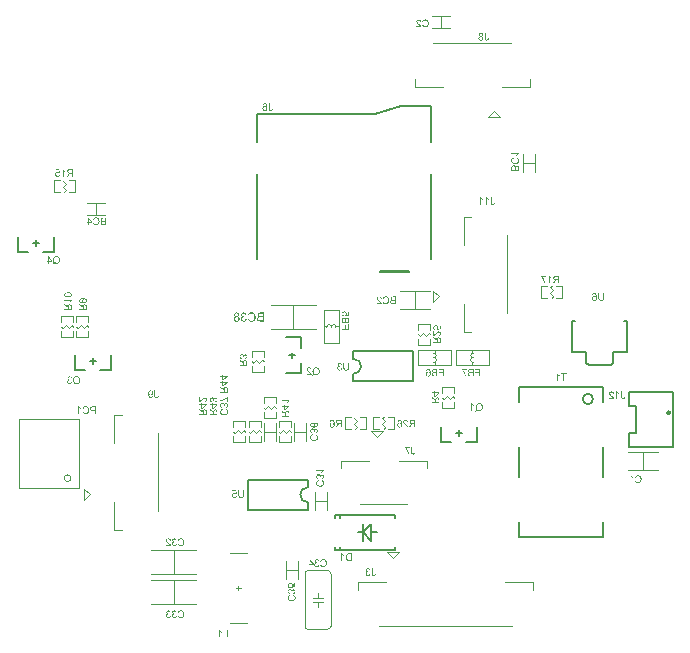
<source format=gbo>
%FSLAX44Y44*%
%MOMM*%
G71*
G01*
G75*
G04 Layer_Color=32896*
%ADD10R,0.6000X0.5000*%
%ADD11R,0.5000X0.6000*%
%ADD12R,0.7000X0.6000*%
%ADD13R,1.0000X1.6000*%
G04:AMPARAMS|DCode=14|XSize=3mm|YSize=2.1mm|CornerRadius=0mm|HoleSize=0mm|Usage=FLASHONLY|Rotation=203.500|XOffset=0mm|YOffset=0mm|HoleType=Round|Shape=Rectangle|*
%AMROTATEDRECTD14*
4,1,4,0.9569,1.5610,1.7943,-0.3648,-0.9569,-1.5610,-1.7943,0.3648,0.9569,1.5610,0.0*
%
%ADD14ROTATEDRECTD14*%

G04:AMPARAMS|DCode=15|XSize=2.1mm|YSize=0.8mm|CornerRadius=0mm|HoleSize=0mm|Usage=FLASHONLY|Rotation=203.500|XOffset=0mm|YOffset=0mm|HoleType=Round|Shape=Rectangle|*
%AMROTATEDRECTD15*
4,1,4,0.8034,0.7855,1.1224,0.0519,-0.8034,-0.7855,-1.1224,-0.0519,0.8034,0.7855,0.0*
%
%ADD15ROTATEDRECTD15*%

G04:AMPARAMS|DCode=16|XSize=2mm|YSize=1.2mm|CornerRadius=0mm|HoleSize=0mm|Usage=FLASHONLY|Rotation=150.000|XOffset=0mm|YOffset=0mm|HoleType=Round|Shape=Rectangle|*
%AMROTATEDRECTD16*
4,1,4,1.1660,0.0196,0.5660,-1.0196,-1.1660,-0.0196,-0.5660,1.0196,1.1660,0.0196,0.0*
%
%ADD16ROTATEDRECTD16*%

%ADD17R,1.3500X0.3000*%
%ADD18R,1.3500X0.2500*%
%ADD19R,0.5000X1.7000*%
G04:AMPARAMS|DCode=20|XSize=0.32mm|YSize=1.7mm|CornerRadius=0.08mm|HoleSize=0mm|Usage=FLASHONLY|Rotation=0.000|XOffset=0mm|YOffset=0mm|HoleType=Round|Shape=RoundedRectangle|*
%AMROUNDEDRECTD20*
21,1,0.3200,1.5400,0,0,0.0*
21,1,0.1600,1.7000,0,0,0.0*
1,1,0.1600,0.0800,-0.7700*
1,1,0.1600,-0.0800,-0.7700*
1,1,0.1600,-0.0800,0.7700*
1,1,0.1600,0.0800,0.7700*
%
%ADD20ROUNDEDRECTD20*%
%ADD21R,0.4064X0.5500*%
%ADD22R,0.3048X0.5500*%
%ADD23R,1.3970X1.3970*%
%ADD24R,0.8890X1.0160*%
%ADD25C,0.2540*%
%ADD26C,1.0000*%
%ADD27C,0.6000*%
%ADD28C,0.4000*%
%ADD29C,0.3000*%
%ADD30C,0.5000*%
G04:AMPARAMS|DCode=31|XSize=4mm|YSize=4mm|CornerRadius=2mm|HoleSize=0mm|Usage=FLASHONLY|Rotation=0.000|XOffset=0mm|YOffset=0mm|HoleType=Round|Shape=RoundedRectangle|*
%AMROUNDEDRECTD31*
21,1,4.0000,0.0000,0,0,0.0*
21,1,0.0000,4.0000,0,0,0.0*
1,1,4.0000,0.0000,0.0000*
1,1,4.0000,0.0000,0.0000*
1,1,4.0000,0.0000,0.0000*
1,1,4.0000,0.0000,0.0000*
%
%ADD31ROUNDEDRECTD31*%
%ADD32O,2.0000X0.7500*%
%ADD33C,1.0000*%
%ADD34C,0.5000*%
%ADD35R,0.8128X0.8128*%
%ADD36R,2.1000X0.8000*%
%ADD37R,3.0000X2.1000*%
%ADD38R,0.8000X2.1000*%
%ADD39R,2.1000X3.0000*%
%ADD40R,0.6096X2.0320*%
%ADD41O,0.6096X2.0320*%
%ADD42R,1.3970X1.3970*%
%ADD43R,1.6000X1.2000*%
%ADD44R,2.1500X6.3000*%
%ADD45R,1.2000X1.8000*%
%ADD46R,0.8128X1.0668*%
%ADD47R,0.7000X1.4000*%
%ADD48R,1.8000X2.8000*%
%ADD49R,1.5200X0.7600*%
%ADD50R,1.0668X0.8128*%
%ADD51R,0.8128X0.8128*%
%ADD52R,1.2000X2.2000*%
%ADD53R,1.6000X1.4000*%
%ADD54R,1.1000X1.4000*%
%ADD55R,0.7000X1.6000*%
G04:AMPARAMS|DCode=56|XSize=2mm|YSize=2mm|CornerRadius=0mm|HoleSize=0mm|Usage=FLASHONLY|Rotation=180.000|XOffset=0mm|YOffset=0mm|HoleType=Round|Shape=RoundedRectangle|*
%AMROUNDEDRECTD56*
21,1,2.0000,2.0000,0,0,180.0*
21,1,2.0000,2.0000,0,0,180.0*
1,1,0.0000,-1.0000,1.0000*
1,1,0.0000,1.0000,1.0000*
1,1,0.0000,1.0000,-1.0000*
1,1,0.0000,-1.0000,-1.0000*
%
%ADD56ROUNDEDRECTD56*%
%ADD57C,0.8000*%
%ADD58C,0.1250*%
%ADD59C,0.1200*%
%ADD60R,0.8032X0.7032*%
%ADD61R,0.7032X0.8032*%
%ADD62R,0.9032X0.8032*%
%ADD63R,1.2032X1.8032*%
G04:AMPARAMS|DCode=64|XSize=3.2032mm|YSize=2.3032mm|CornerRadius=0mm|HoleSize=0mm|Usage=FLASHONLY|Rotation=203.500|XOffset=0mm|YOffset=0mm|HoleType=Round|Shape=Rectangle|*
%AMROTATEDRECTD64*
4,1,4,1.0096,1.6947,1.9280,-0.4174,-1.0096,-1.6947,-1.9280,0.4174,1.0096,1.6947,0.0*
%
%ADD64ROTATEDRECTD64*%

G04:AMPARAMS|DCode=65|XSize=2.3032mm|YSize=1.0032mm|CornerRadius=0mm|HoleSize=0mm|Usage=FLASHONLY|Rotation=203.500|XOffset=0mm|YOffset=0mm|HoleType=Round|Shape=Rectangle|*
%AMROTATEDRECTD65*
4,1,4,0.8561,0.9192,1.2561,-0.0008,-0.8561,-0.9192,-1.2561,0.0008,0.8561,0.9192,0.0*
%
%ADD65ROTATEDRECTD65*%

G04:AMPARAMS|DCode=66|XSize=2.2032mm|YSize=1.4032mm|CornerRadius=0mm|HoleSize=0mm|Usage=FLASHONLY|Rotation=150.000|XOffset=0mm|YOffset=0mm|HoleType=Round|Shape=Rectangle|*
%AMROTATEDRECTD66*
4,1,4,1.3048,0.0568,0.6032,-1.1584,-1.3048,-0.0568,-0.6032,1.1584,1.3048,0.0568,0.0*
%
%ADD66ROTATEDRECTD66*%

%ADD67R,1.5532X0.5032*%
%ADD68R,1.5532X0.4532*%
%ADD69R,0.7032X1.9032*%
G04:AMPARAMS|DCode=70|XSize=0.5232mm|YSize=1.9032mm|CornerRadius=0.1816mm|HoleSize=0mm|Usage=FLASHONLY|Rotation=0.000|XOffset=0mm|YOffset=0mm|HoleType=Round|Shape=RoundedRectangle|*
%AMROUNDEDRECTD70*
21,1,0.5232,1.5400,0,0,0.0*
21,1,0.1600,1.9032,0,0,0.0*
1,1,0.3632,0.0800,-0.7700*
1,1,0.3632,-0.0800,-0.7700*
1,1,0.3632,-0.0800,0.7700*
1,1,0.3632,0.0800,0.7700*
%
%ADD70ROUNDEDRECTD70*%
%ADD71R,0.6096X0.7532*%
%ADD72R,0.5080X0.7532*%
%ADD73R,1.6002X1.6002*%
%ADD74R,1.0922X1.2192*%
G04:AMPARAMS|DCode=75|XSize=4.2032mm|YSize=4.2032mm|CornerRadius=2.1016mm|HoleSize=0mm|Usage=FLASHONLY|Rotation=0.000|XOffset=0mm|YOffset=0mm|HoleType=Round|Shape=RoundedRectangle|*
%AMROUNDEDRECTD75*
21,1,4.2032,0.0000,0,0,0.0*
21,1,0.0000,4.2032,0,0,0.0*
1,1,4.2032,0.0000,0.0000*
1,1,4.2032,0.0000,0.0000*
1,1,4.2032,0.0000,0.0000*
1,1,4.2032,0.0000,0.0000*
%
%ADD75ROUNDEDRECTD75*%
%ADD76O,2.2032X0.9532*%
%ADD77C,1.2032*%
%ADD78R,1.0160X1.0160*%
%ADD79R,2.3032X1.0032*%
%ADD80R,3.2032X2.3032*%
%ADD81R,1.0032X2.3032*%
%ADD82R,2.3032X3.2032*%
%ADD83R,0.8128X2.2352*%
%ADD84O,0.8128X2.2352*%
%ADD85R,1.6002X1.6002*%
%ADD86R,1.8032X1.4032*%
%ADD87R,2.3532X6.5032*%
%ADD88R,1.4032X2.0032*%
%ADD89R,1.0160X1.2700*%
%ADD90R,0.9032X1.6032*%
%ADD91R,2.0032X3.0032*%
%ADD92R,1.7232X0.9632*%
%ADD93R,1.2700X1.0160*%
%ADD94R,1.0160X1.0160*%
%ADD95R,1.4032X2.4032*%
%ADD96R,1.8032X1.6032*%
%ADD97R,1.3032X1.6032*%
%ADD98R,0.9032X1.8032*%
G04:AMPARAMS|DCode=99|XSize=2.2032mm|YSize=2.2032mm|CornerRadius=0mm|HoleSize=0mm|Usage=FLASHONLY|Rotation=180.000|XOffset=0mm|YOffset=0mm|HoleType=Round|Shape=RoundedRectangle|*
%AMROUNDEDRECTD99*
21,1,2.2032,2.2032,0,0,180.0*
21,1,2.2032,2.2032,0,0,180.0*
1,1,0.0000,-1.1016,1.1016*
1,1,0.0000,1.1016,1.1016*
1,1,0.0000,1.1016,-1.1016*
1,1,0.0000,-1.1016,-1.1016*
%
%ADD99ROUNDEDRECTD99*%
%ADD100C,0.1999*%
%ADD101C,0.1000*%
%ADD102C,0.1270*%
%ADD103C,0.2032*%
%ADD104C,0.1500*%
%ADD105C,0.2000*%
G36*
X30147Y-195523D02*
X30397Y-195569D01*
X30609Y-195643D01*
X30794Y-195717D01*
X30877Y-195763D01*
X30942Y-195800D01*
X31007Y-195837D01*
X31053Y-195874D01*
X31090Y-195902D01*
X31118Y-195920D01*
X31136Y-195930D01*
X31146Y-195939D01*
X31321Y-196115D01*
X31460Y-196309D01*
X31571Y-196512D01*
X31663Y-196716D01*
X31719Y-196891D01*
X31746Y-196965D01*
X31765Y-197030D01*
X31774Y-197085D01*
X31783Y-197122D01*
X31793Y-197150D01*
Y-197159D01*
X31007Y-197298D01*
X30970Y-197095D01*
X30914Y-196919D01*
X30850Y-196771D01*
X30785Y-196651D01*
X30720Y-196558D01*
X30665Y-196494D01*
X30628Y-196447D01*
X30619Y-196438D01*
X30498Y-196346D01*
X30369Y-196272D01*
X30249Y-196225D01*
X30129Y-196189D01*
X30018Y-196170D01*
X29934Y-196152D01*
X29860D01*
X29694Y-196161D01*
X29546Y-196198D01*
X29417Y-196244D01*
X29306Y-196290D01*
X29223Y-196346D01*
X29158Y-196392D01*
X29111Y-196429D01*
X29102Y-196438D01*
X29001Y-196549D01*
X28927Y-196669D01*
X28880Y-196789D01*
X28843Y-196900D01*
X28825Y-197002D01*
X28806Y-197076D01*
Y-197132D01*
Y-197141D01*
Y-197150D01*
Y-197252D01*
X28825Y-197344D01*
X28871Y-197501D01*
X28936Y-197640D01*
X29010Y-197760D01*
X29084Y-197843D01*
X29148Y-197908D01*
X29195Y-197945D01*
X29204Y-197954D01*
X29213D01*
X29370Y-198038D01*
X29518Y-198102D01*
X29676Y-198148D01*
X29814Y-198176D01*
X29934Y-198195D01*
X30036Y-198213D01*
X30156D01*
X30193Y-198204D01*
X30240D01*
X30332Y-198897D01*
X30212Y-198870D01*
X30101Y-198851D01*
X30008Y-198833D01*
X29925Y-198824D01*
X29860Y-198814D01*
X29777D01*
X29583Y-198833D01*
X29407Y-198870D01*
X29250Y-198925D01*
X29121Y-198990D01*
X29019Y-199055D01*
X28945Y-199110D01*
X28899Y-199147D01*
X28880Y-199166D01*
X28760Y-199304D01*
X28668Y-199452D01*
X28603Y-199600D01*
X28566Y-199748D01*
X28538Y-199868D01*
X28529Y-199970D01*
X28520Y-200007D01*
Y-200035D01*
Y-200053D01*
Y-200062D01*
X28538Y-200266D01*
X28584Y-200451D01*
X28640Y-200608D01*
X28714Y-200747D01*
X28788Y-200858D01*
X28843Y-200941D01*
X28890Y-200996D01*
X28908Y-201015D01*
X29056Y-201144D01*
X29213Y-201237D01*
X29370Y-201301D01*
X29518Y-201348D01*
X29648Y-201375D01*
X29750Y-201385D01*
X29787Y-201394D01*
X29842D01*
X30008Y-201385D01*
X30166Y-201348D01*
X30304Y-201301D01*
X30415Y-201246D01*
X30508Y-201200D01*
X30582Y-201153D01*
X30619Y-201116D01*
X30637Y-201107D01*
X30748Y-200978D01*
X30840Y-200830D01*
X30924Y-200673D01*
X30988Y-200506D01*
X31035Y-200368D01*
X31053Y-200303D01*
X31062Y-200247D01*
X31072Y-200201D01*
X31081Y-200164D01*
X31090Y-200146D01*
Y-200136D01*
X31876Y-200238D01*
X31858Y-200386D01*
X31830Y-200525D01*
X31746Y-200784D01*
X31645Y-201005D01*
X31589Y-201098D01*
X31534Y-201190D01*
X31478Y-201274D01*
X31423Y-201338D01*
X31377Y-201403D01*
X31330Y-201449D01*
X31303Y-201486D01*
X31275Y-201514D01*
X31256Y-201532D01*
X31247Y-201542D01*
X31136Y-201625D01*
X31025Y-201708D01*
X30914Y-201773D01*
X30794Y-201828D01*
X30563Y-201921D01*
X30341Y-201976D01*
X30240Y-201995D01*
X30147Y-202013D01*
X30064Y-202022D01*
X29990Y-202032D01*
X29934Y-202041D01*
X29851D01*
X29676Y-202032D01*
X29518Y-202013D01*
X29361Y-201985D01*
X29213Y-201949D01*
X29074Y-201902D01*
X28954Y-201856D01*
X28834Y-201801D01*
X28733Y-201745D01*
X28631Y-201699D01*
X28547Y-201643D01*
X28474Y-201597D01*
X28418Y-201551D01*
X28372Y-201514D01*
X28335Y-201486D01*
X28316Y-201468D01*
X28307Y-201458D01*
X28196Y-201348D01*
X28104Y-201227D01*
X28021Y-201107D01*
X27947Y-200987D01*
X27891Y-200876D01*
X27836Y-200756D01*
X27762Y-200534D01*
X27743Y-200432D01*
X27725Y-200340D01*
X27706Y-200257D01*
X27697Y-200183D01*
X27688Y-200127D01*
Y-200081D01*
Y-200053D01*
Y-200044D01*
X27697Y-199822D01*
X27734Y-199619D01*
X27789Y-199443D01*
X27845Y-199295D01*
X27900Y-199175D01*
X27956Y-199082D01*
X27993Y-199027D01*
X28002Y-199008D01*
X28131Y-198870D01*
X28270Y-198750D01*
X28418Y-198657D01*
X28566Y-198583D01*
X28695Y-198528D01*
X28797Y-198491D01*
X28834Y-198481D01*
X28862Y-198472D01*
X28880Y-198463D01*
X28890D01*
X28733Y-198380D01*
X28603Y-198297D01*
X28492Y-198204D01*
X28400Y-198121D01*
X28326Y-198047D01*
X28270Y-197982D01*
X28242Y-197945D01*
X28233Y-197927D01*
X28159Y-197797D01*
X28104Y-197668D01*
X28057Y-197538D01*
X28030Y-197418D01*
X28011Y-197316D01*
X28002Y-197243D01*
Y-197187D01*
Y-197169D01*
X28011Y-197011D01*
X28039Y-196854D01*
X28076Y-196716D01*
X28122Y-196595D01*
X28168Y-196494D01*
X28205Y-196410D01*
X28233Y-196364D01*
X28242Y-196346D01*
X28335Y-196207D01*
X28446Y-196087D01*
X28557Y-195985D01*
X28668Y-195893D01*
X28760Y-195828D01*
X28843Y-195772D01*
X28899Y-195745D01*
X28908Y-195735D01*
X28917D01*
X29084Y-195662D01*
X29250Y-195606D01*
X29417Y-195560D01*
X29565Y-195532D01*
X29685Y-195514D01*
X29787Y-195504D01*
X30018D01*
X30147Y-195523D01*
D02*
G37*
G36*
X125543Y257876D02*
X125691Y257867D01*
X125950Y257812D01*
X126070Y257775D01*
X126181Y257738D01*
X126283Y257691D01*
X126376Y257645D01*
X126449Y257599D01*
X126523Y257553D01*
X126588Y257516D01*
X126634Y257479D01*
X126671Y257451D01*
X126699Y257423D01*
X126718Y257414D01*
X126727Y257405D01*
X126810Y257313D01*
X126893Y257220D01*
X126958Y257118D01*
X127013Y257017D01*
X127106Y256822D01*
X127161Y256637D01*
X127198Y256480D01*
X127208Y256406D01*
X127217Y256351D01*
X127226Y256295D01*
Y256259D01*
Y256240D01*
Y256231D01*
X127217Y256064D01*
X127189Y255907D01*
X127152Y255768D01*
X127106Y255648D01*
X127069Y255556D01*
X127032Y255482D01*
X127004Y255445D01*
X126995Y255426D01*
X126893Y255315D01*
X126782Y255214D01*
X126662Y255121D01*
X126542Y255047D01*
X126431Y254992D01*
X126348Y254955D01*
X126311Y254936D01*
X126283Y254927D01*
X126274Y254918D01*
X126264D01*
X126477Y254853D01*
X126653Y254770D01*
X126810Y254668D01*
X126939Y254576D01*
X127041Y254483D01*
X127115Y254409D01*
X127152Y254363D01*
X127171Y254354D01*
Y254345D01*
X127272Y254178D01*
X127355Y254002D01*
X127411Y253836D01*
X127448Y253670D01*
X127466Y253522D01*
X127476Y253457D01*
Y253402D01*
X127485Y253365D01*
Y253328D01*
Y253309D01*
Y253300D01*
X127476Y253152D01*
X127457Y253004D01*
X127430Y252865D01*
X127393Y252727D01*
X127300Y252495D01*
X127254Y252385D01*
X127198Y252292D01*
X127143Y252200D01*
X127097Y252126D01*
X127041Y252061D01*
X127004Y252006D01*
X126967Y251959D01*
X126939Y251931D01*
X126921Y251913D01*
X126912Y251904D01*
X126801Y251802D01*
X126681Y251719D01*
X126551Y251645D01*
X126422Y251580D01*
X126301Y251534D01*
X126172Y251488D01*
X125922Y251423D01*
X125812Y251395D01*
X125710Y251377D01*
X125617Y251367D01*
X125534Y251358D01*
X125469Y251349D01*
X125377D01*
X125201Y251358D01*
X125044Y251377D01*
X124887Y251404D01*
X124739Y251432D01*
X124610Y251479D01*
X124480Y251525D01*
X124360Y251571D01*
X124258Y251626D01*
X124166Y251682D01*
X124083Y251728D01*
X124018Y251774D01*
X123953Y251821D01*
X123907Y251848D01*
X123879Y251876D01*
X123861Y251894D01*
X123851Y251904D01*
X123750Y252015D01*
X123657Y252126D01*
X123583Y252237D01*
X123519Y252357D01*
X123454Y252468D01*
X123408Y252588D01*
X123343Y252801D01*
X123315Y252902D01*
X123297Y252995D01*
X123287Y253078D01*
X123278Y253143D01*
X123269Y253198D01*
Y253244D01*
Y253272D01*
Y253281D01*
X123278Y253494D01*
X123315Y253688D01*
X123371Y253864D01*
X123426Y254012D01*
X123482Y254132D01*
X123537Y254224D01*
X123574Y254280D01*
X123583Y254289D01*
Y254298D01*
X123713Y254446D01*
X123851Y254576D01*
X123999Y254678D01*
X124138Y254770D01*
X124268Y254835D01*
X124378Y254881D01*
X124415Y254899D01*
X124443Y254909D01*
X124462Y254918D01*
X124471D01*
X124305Y254992D01*
X124166Y255075D01*
X124046Y255158D01*
X123944Y255242D01*
X123870Y255315D01*
X123814Y255371D01*
X123778Y255408D01*
X123768Y255426D01*
X123685Y255556D01*
X123630Y255685D01*
X123583Y255815D01*
X123556Y255944D01*
X123537Y256046D01*
X123528Y256129D01*
Y256185D01*
Y256194D01*
Y256203D01*
X123537Y256332D01*
X123546Y256453D01*
X123611Y256684D01*
X123694Y256887D01*
X123787Y257063D01*
X123879Y257201D01*
X123925Y257257D01*
X123962Y257313D01*
X123999Y257349D01*
X124027Y257377D01*
X124036Y257386D01*
X124046Y257396D01*
X124147Y257479D01*
X124249Y257562D01*
X124360Y257627D01*
X124471Y257682D01*
X124693Y257766D01*
X124915Y257821D01*
X125007Y257849D01*
X125100Y257858D01*
X125183Y257867D01*
X125257Y257876D01*
X125312Y257886D01*
X125395D01*
X125543Y257876D01*
D02*
G37*
G36*
X7737Y-182962D02*
X7838Y-183109D01*
X7959Y-183257D01*
X8069Y-183387D01*
X8181Y-183498D01*
X8264Y-183590D01*
X8301Y-183618D01*
X8328Y-183646D01*
X8338Y-183655D01*
X8347Y-183664D01*
X8541Y-183821D01*
X8735Y-183969D01*
X8920Y-184099D01*
X9105Y-184200D01*
X9262Y-184293D01*
X9327Y-184330D01*
X9382Y-184358D01*
X9429Y-184385D01*
X9466Y-184395D01*
X9484Y-184413D01*
X9493D01*
Y-185171D01*
X9355Y-185116D01*
X9216Y-185051D01*
X9077Y-184986D01*
X8948Y-184922D01*
X8837Y-184866D01*
X8745Y-184820D01*
X8689Y-184783D01*
X8680Y-184774D01*
X8670D01*
X8504Y-184672D01*
X8356Y-184570D01*
X8227Y-184478D01*
X8125Y-184395D01*
X8033Y-184330D01*
X7977Y-184274D01*
X7931Y-184237D01*
X7922Y-184228D01*
Y-189230D01*
X7136D01*
Y-182804D01*
X7644D01*
X7737Y-182962D01*
D02*
G37*
G36*
X33799Y-199942D02*
Y-200136D01*
X33818Y-200303D01*
X33827Y-200441D01*
X33845Y-200552D01*
X33864Y-200636D01*
X33873Y-200700D01*
X33891Y-200737D01*
Y-200747D01*
X33928Y-200839D01*
X33975Y-200913D01*
X34030Y-200978D01*
X34076Y-201042D01*
X34132Y-201079D01*
X34169Y-201116D01*
X34197Y-201135D01*
X34206Y-201144D01*
X34298Y-201190D01*
X34391Y-201227D01*
X34483Y-201246D01*
X34566Y-201264D01*
X34650Y-201274D01*
X34705Y-201283D01*
X34761D01*
X34908Y-201274D01*
X35047Y-201237D01*
X35158Y-201200D01*
X35260Y-201144D01*
X35334Y-201098D01*
X35389Y-201052D01*
X35426Y-201024D01*
X35436Y-201015D01*
X35482Y-200959D01*
X35519Y-200895D01*
X35574Y-200747D01*
X35630Y-200580D01*
X35657Y-200414D01*
X35685Y-200257D01*
Y-200192D01*
X35694Y-200136D01*
X35704Y-200081D01*
Y-200044D01*
Y-200025D01*
Y-200016D01*
X36471Y-200127D01*
Y-200303D01*
X36462Y-200460D01*
X36434Y-200617D01*
X36416Y-200756D01*
X36379Y-200885D01*
X36342Y-200996D01*
X36305Y-201107D01*
X36268Y-201200D01*
X36221Y-201283D01*
X36184Y-201357D01*
X36147Y-201422D01*
X36110Y-201468D01*
X36083Y-201505D01*
X36064Y-201542D01*
X36055Y-201551D01*
X36046Y-201560D01*
X35953Y-201643D01*
X35861Y-201717D01*
X35759Y-201782D01*
X35648Y-201838D01*
X35436Y-201921D01*
X35232Y-201976D01*
X35038Y-202013D01*
X34964Y-202022D01*
X34890Y-202032D01*
X34835Y-202041D01*
X34751D01*
X34548Y-202032D01*
X34363Y-202004D01*
X34197Y-201967D01*
X34049Y-201921D01*
X33928Y-201884D01*
X33845Y-201847D01*
X33790Y-201819D01*
X33771Y-201810D01*
X33623Y-201717D01*
X33494Y-201606D01*
X33392Y-201495D01*
X33300Y-201394D01*
X33235Y-201292D01*
X33189Y-201218D01*
X33161Y-201163D01*
X33152Y-201153D01*
Y-201144D01*
X33087Y-200959D01*
X33032Y-200765D01*
X32995Y-200552D01*
X32976Y-200349D01*
X32958Y-200173D01*
Y-200099D01*
X32948Y-200025D01*
Y-199970D01*
Y-199933D01*
Y-199905D01*
Y-199896D01*
Y-195532D01*
X33799D01*
Y-199942D01*
D02*
G37*
G36*
X85848Y2021D02*
X86005Y2132D01*
X86070Y2187D01*
X86135Y2233D01*
X86190Y2280D01*
X86227Y2316D01*
X86255Y2344D01*
X86264Y2353D01*
X86310Y2400D01*
X86357Y2455D01*
X86477Y2585D01*
X86615Y2733D01*
X86754Y2890D01*
X86874Y3038D01*
X86930Y3102D01*
X86985Y3158D01*
X87022Y3204D01*
X87050Y3241D01*
X87069Y3259D01*
X87078Y3269D01*
X87207Y3417D01*
X87327Y3565D01*
X87448Y3694D01*
X87549Y3814D01*
X87651Y3925D01*
X87744Y4018D01*
X87827Y4110D01*
X87901Y4184D01*
X87975Y4258D01*
X88030Y4313D01*
X88076Y4360D01*
X88123Y4406D01*
X88178Y4452D01*
X88196Y4471D01*
X88354Y4600D01*
X88492Y4711D01*
X88631Y4803D01*
X88742Y4877D01*
X88844Y4933D01*
X88918Y4970D01*
X88964Y4988D01*
X88982Y4998D01*
X89121Y5053D01*
X89260Y5090D01*
X89389Y5127D01*
X89500Y5146D01*
X89602Y5155D01*
X89676Y5164D01*
X89740D01*
X89879Y5155D01*
X90009Y5136D01*
X90138Y5118D01*
X90249Y5081D01*
X90471Y4988D01*
X90647Y4896D01*
X90730Y4841D01*
X90794Y4794D01*
X90859Y4748D01*
X90906Y4702D01*
X90942Y4665D01*
X90979Y4646D01*
X90989Y4628D01*
X90998Y4619D01*
X91090Y4517D01*
X91174Y4406D01*
X91238Y4286D01*
X91294Y4166D01*
X91386Y3925D01*
X91451Y3685D01*
X91469Y3583D01*
X91488Y3481D01*
X91497Y3389D01*
X91506Y3315D01*
X91516Y3250D01*
Y3195D01*
Y3167D01*
Y3158D01*
X91506Y2991D01*
X91497Y2834D01*
X91469Y2686D01*
X91442Y2548D01*
X91405Y2418D01*
X91368Y2298D01*
X91321Y2187D01*
X91275Y2085D01*
X91229Y1993D01*
X91183Y1919D01*
X91146Y1854D01*
X91109Y1799D01*
X91081Y1752D01*
X91053Y1725D01*
X91044Y1706D01*
X91035Y1697D01*
X90942Y1605D01*
X90841Y1521D01*
X90730Y1438D01*
X90619Y1373D01*
X90397Y1262D01*
X90175Y1189D01*
X90073Y1161D01*
X89972Y1133D01*
X89888Y1115D01*
X89815Y1096D01*
X89750Y1087D01*
X89704D01*
X89676Y1078D01*
X89667D01*
X89583Y1882D01*
X89796Y1900D01*
X89981Y1937D01*
X90147Y1993D01*
X90277Y2058D01*
X90388Y2113D01*
X90462Y2169D01*
X90508Y2206D01*
X90526Y2224D01*
X90637Y2363D01*
X90721Y2511D01*
X90785Y2668D01*
X90822Y2806D01*
X90850Y2936D01*
X90859Y3047D01*
X90869Y3084D01*
Y3112D01*
Y3130D01*
Y3139D01*
X90859Y3334D01*
X90822Y3509D01*
X90767Y3657D01*
X90711Y3787D01*
X90647Y3888D01*
X90600Y3953D01*
X90563Y3999D01*
X90545Y4018D01*
X90415Y4129D01*
X90286Y4212D01*
X90157Y4277D01*
X90027Y4313D01*
X89925Y4341D01*
X89833Y4351D01*
X89777Y4360D01*
X89759D01*
X89593Y4341D01*
X89417Y4304D01*
X89260Y4240D01*
X89112Y4175D01*
X88992Y4101D01*
X88890Y4036D01*
X88853Y4018D01*
X88825Y3999D01*
X88816Y3981D01*
X88807D01*
X88705Y3907D01*
X88603Y3814D01*
X88492Y3713D01*
X88381Y3602D01*
X88160Y3370D01*
X87938Y3139D01*
X87836Y3019D01*
X87744Y2917D01*
X87660Y2816D01*
X87586Y2733D01*
X87531Y2668D01*
X87485Y2612D01*
X87457Y2575D01*
X87448Y2566D01*
X87254Y2335D01*
X87069Y2122D01*
X86902Y1947D01*
X86763Y1808D01*
X86643Y1688D01*
X86560Y1605D01*
X86505Y1558D01*
X86495Y1540D01*
X86486D01*
X86329Y1410D01*
X86181Y1309D01*
X86033Y1216D01*
X85904Y1142D01*
X85793Y1087D01*
X85709Y1050D01*
X85654Y1031D01*
X85645Y1022D01*
X85635D01*
X85534Y985D01*
X85441Y967D01*
X85349Y948D01*
X85266Y939D01*
X85192Y930D01*
X85090D01*
Y5173D01*
X85848D01*
Y2021D01*
D02*
G37*
G36*
X87420Y10249D02*
X87577Y10231D01*
X87734Y10203D01*
X87873Y10166D01*
X88002Y10120D01*
X88132Y10073D01*
X88243Y10018D01*
X88344Y9972D01*
X88437Y9916D01*
X88520Y9861D01*
X88585Y9815D01*
X88650Y9768D01*
X88696Y9732D01*
X88723Y9704D01*
X88742Y9685D01*
X88751Y9676D01*
X88853Y9565D01*
X88945Y9454D01*
X89019Y9334D01*
X89084Y9214D01*
X89149Y9093D01*
X89195Y8973D01*
X89260Y8751D01*
X89288Y8650D01*
X89306Y8557D01*
X89315Y8474D01*
X89325Y8400D01*
X89334Y8345D01*
Y8298D01*
Y8271D01*
Y8261D01*
Y8141D01*
X89315Y8030D01*
X89269Y7808D01*
X89204Y7605D01*
X89130Y7420D01*
X89056Y7272D01*
X89019Y7207D01*
X88992Y7152D01*
X88964Y7106D01*
X88945Y7078D01*
X88936Y7060D01*
X88927Y7050D01*
X90656Y7392D01*
Y9953D01*
X91405D01*
Y6773D01*
X88113Y6153D01*
X88012Y6893D01*
X88113Y6958D01*
X88196Y7041D01*
X88280Y7115D01*
X88344Y7189D01*
X88391Y7263D01*
X88437Y7318D01*
X88455Y7355D01*
X88465Y7365D01*
X88520Y7485D01*
X88566Y7605D01*
X88594Y7716D01*
X88622Y7827D01*
X88631Y7919D01*
X88640Y7993D01*
Y8040D01*
Y8058D01*
Y8169D01*
X88622Y8280D01*
X88576Y8474D01*
X88511Y8640D01*
X88446Y8788D01*
X88372Y8899D01*
X88308Y8983D01*
X88261Y9029D01*
X88252Y9047D01*
X88243D01*
X88086Y9177D01*
X87919Y9269D01*
X87744Y9334D01*
X87568Y9380D01*
X87420Y9408D01*
X87355Y9417D01*
X87300D01*
X87254Y9426D01*
X87059D01*
X86939Y9408D01*
X86708Y9362D01*
X86514Y9297D01*
X86357Y9232D01*
X86227Y9158D01*
X86125Y9093D01*
X86098Y9066D01*
X86070Y9047D01*
X86061Y9038D01*
X86052Y9029D01*
X85978Y8955D01*
X85913Y8881D01*
X85802Y8714D01*
X85728Y8557D01*
X85682Y8400D01*
X85645Y8271D01*
X85635Y8160D01*
X85626Y8123D01*
Y8095D01*
Y8077D01*
Y8067D01*
X85635Y7892D01*
X85673Y7734D01*
X85719Y7596D01*
X85774Y7485D01*
X85830Y7383D01*
X85876Y7309D01*
X85913Y7272D01*
X85922Y7254D01*
X86052Y7143D01*
X86190Y7050D01*
X86347Y6976D01*
X86486Y6921D01*
X86625Y6884D01*
X86727Y6856D01*
X86773Y6847D01*
X86800Y6838D01*
X86828D01*
X86763Y6015D01*
X86615Y6033D01*
X86477Y6061D01*
X86218Y6144D01*
X85996Y6246D01*
X85894Y6301D01*
X85811Y6357D01*
X85728Y6403D01*
X85654Y6459D01*
X85598Y6505D01*
X85552Y6551D01*
X85515Y6588D01*
X85478Y6606D01*
X85469Y6625D01*
X85460Y6634D01*
X85377Y6745D01*
X85303Y6856D01*
X85238Y6976D01*
X85183Y7096D01*
X85099Y7328D01*
X85044Y7559D01*
X85016Y7660D01*
X85007Y7762D01*
X84998Y7845D01*
X84988Y7919D01*
X84979Y7984D01*
Y8030D01*
Y8058D01*
Y8067D01*
X84988Y8261D01*
X85016Y8446D01*
X85053Y8622D01*
X85099Y8779D01*
X85164Y8927D01*
X85229Y9066D01*
X85293Y9195D01*
X85367Y9306D01*
X85441Y9408D01*
X85506Y9500D01*
X85580Y9574D01*
X85635Y9639D01*
X85682Y9685D01*
X85719Y9722D01*
X85746Y9741D01*
X85756Y9750D01*
X85876Y9842D01*
X86005Y9916D01*
X86125Y9990D01*
X86255Y10046D01*
X86505Y10138D01*
X86745Y10194D01*
X86847Y10212D01*
X86948Y10231D01*
X87032Y10240D01*
X87106Y10249D01*
X87170Y10259D01*
X87254D01*
X87420Y10249D01*
D02*
G37*
G36*
X129389Y253448D02*
Y253254D01*
X129408Y253087D01*
X129417Y252948D01*
X129436Y252838D01*
X129454Y252754D01*
X129464Y252690D01*
X129482Y252653D01*
Y252643D01*
X129519Y252551D01*
X129565Y252477D01*
X129621Y252412D01*
X129667Y252348D01*
X129722Y252311D01*
X129759Y252274D01*
X129787Y252255D01*
X129796Y252246D01*
X129889Y252200D01*
X129981Y252163D01*
X130074Y252144D01*
X130157Y252126D01*
X130240Y252116D01*
X130296Y252107D01*
X130351D01*
X130499Y252116D01*
X130638Y252153D01*
X130749Y252190D01*
X130850Y252246D01*
X130924Y252292D01*
X130980Y252338D01*
X131017Y252366D01*
X131026Y252375D01*
X131072Y252431D01*
X131109Y252495D01*
X131165Y252643D01*
X131220Y252810D01*
X131248Y252976D01*
X131276Y253134D01*
Y253198D01*
X131285Y253254D01*
X131294Y253309D01*
Y253346D01*
Y253365D01*
Y253374D01*
X132062Y253263D01*
Y253087D01*
X132052Y252930D01*
X132024Y252773D01*
X132006Y252634D01*
X131969Y252505D01*
X131932Y252394D01*
X131895Y252283D01*
X131858Y252190D01*
X131812Y252107D01*
X131775Y252033D01*
X131738Y251968D01*
X131701Y251922D01*
X131673Y251885D01*
X131655Y251848D01*
X131645Y251839D01*
X131636Y251830D01*
X131544Y251747D01*
X131451Y251673D01*
X131350Y251608D01*
X131239Y251553D01*
X131026Y251469D01*
X130823Y251414D01*
X130628Y251377D01*
X130555Y251367D01*
X130480Y251358D01*
X130425Y251349D01*
X130342D01*
X130138Y251358D01*
X129953Y251386D01*
X129787Y251423D01*
X129639Y251469D01*
X129519Y251506D01*
X129436Y251543D01*
X129380Y251571D01*
X129362Y251580D01*
X129214Y251673D01*
X129084Y251784D01*
X128983Y251894D01*
X128890Y251996D01*
X128826Y252098D01*
X128779Y252172D01*
X128752Y252227D01*
X128742Y252237D01*
Y252246D01*
X128678Y252431D01*
X128622Y252625D01*
X128585Y252838D01*
X128567Y253041D01*
X128548Y253217D01*
Y253291D01*
X128539Y253365D01*
Y253420D01*
Y253457D01*
Y253485D01*
Y253494D01*
Y257858D01*
X129389D01*
Y253448D01*
D02*
G37*
G36*
X86828Y-559D02*
X87013Y-688D01*
X87179Y-808D01*
X87318Y-929D01*
X87448Y-1030D01*
X87540Y-1123D01*
X87614Y-1197D01*
X87660Y-1243D01*
X87679Y-1262D01*
X87734Y-1336D01*
X87799Y-1419D01*
X87901Y-1585D01*
X87938Y-1659D01*
X87975Y-1715D01*
X87993Y-1752D01*
X88002Y-1770D01*
X88030Y-1604D01*
X88058Y-1446D01*
X88104Y-1308D01*
X88141Y-1169D01*
X88187Y-1049D01*
X88243Y-938D01*
X88289Y-836D01*
X88335Y-744D01*
X88391Y-670D01*
X88437Y-596D01*
X88474Y-540D01*
X88511Y-494D01*
X88539Y-457D01*
X88566Y-430D01*
X88576Y-420D01*
X88585Y-411D01*
X88677Y-337D01*
X88770Y-263D01*
X88964Y-152D01*
X89158Y-78D01*
X89343Y-23D01*
X89500Y14D01*
X89565Y24D01*
X89630D01*
X89676Y33D01*
X89740D01*
X89935Y24D01*
X90110Y-4D01*
X90277Y-50D01*
X90415Y-97D01*
X90536Y-152D01*
X90628Y-189D01*
X90684Y-226D01*
X90693Y-235D01*
X90702D01*
X90850Y-346D01*
X90979Y-457D01*
X91090Y-577D01*
X91174Y-688D01*
X91238Y-790D01*
X91275Y-873D01*
X91303Y-929D01*
X91312Y-938D01*
Y-947D01*
X91340Y-1030D01*
X91368Y-1132D01*
X91414Y-1336D01*
X91442Y-1557D01*
X91469Y-1761D01*
X91479Y-1955D01*
Y-2038D01*
X91488Y-2112D01*
Y-2168D01*
Y-2214D01*
Y-2242D01*
Y-2251D01*
Y-5080D01*
X85090D01*
Y-4229D01*
X87928D01*
Y-3249D01*
Y-3138D01*
X87919Y-3037D01*
Y-2963D01*
X87910Y-2898D01*
X87901Y-2852D01*
Y-2815D01*
X87891Y-2796D01*
Y-2787D01*
X87845Y-2639D01*
X87817Y-2574D01*
X87790Y-2519D01*
X87762Y-2464D01*
X87744Y-2427D01*
X87734Y-2408D01*
X87725Y-2399D01*
X87669Y-2325D01*
X87605Y-2251D01*
X87466Y-2112D01*
X87401Y-2047D01*
X87346Y-2001D01*
X87309Y-1973D01*
X87300Y-1964D01*
X87170Y-1872D01*
X87032Y-1770D01*
X86884Y-1668D01*
X86745Y-1567D01*
X86615Y-1484D01*
X86514Y-1419D01*
X86477Y-1391D01*
X86449Y-1373D01*
X86431Y-1354D01*
X86421D01*
X85090Y-513D01*
Y541D01*
X86828Y-559D01*
D02*
G37*
G36*
X16224Y-189230D02*
X13922D01*
X13709Y-189221D01*
X13515Y-189212D01*
X13340Y-189193D01*
X13192Y-189174D01*
X13062Y-189156D01*
X12970Y-189147D01*
X12942Y-189137D01*
X12914Y-189128D01*
X12896D01*
X12729Y-189082D01*
X12581Y-189027D01*
X12452Y-188980D01*
X12341Y-188925D01*
X12249Y-188879D01*
X12184Y-188842D01*
X12147Y-188814D01*
X12128Y-188805D01*
X12008Y-188722D01*
X11906Y-188620D01*
X11805Y-188527D01*
X11722Y-188435D01*
X11648Y-188352D01*
X11592Y-188287D01*
X11555Y-188241D01*
X11546Y-188222D01*
X11453Y-188074D01*
X11361Y-187917D01*
X11287Y-187769D01*
X11231Y-187621D01*
X11176Y-187492D01*
X11139Y-187390D01*
X11130Y-187353D01*
X11121Y-187325D01*
X11111Y-187307D01*
Y-187298D01*
X11056Y-187076D01*
X11010Y-186854D01*
X10982Y-186641D01*
X10954Y-186438D01*
X10945Y-186262D01*
Y-186188D01*
X10936Y-186124D01*
Y-186077D01*
Y-186031D01*
Y-186012D01*
Y-186003D01*
X10945Y-185689D01*
X10973Y-185402D01*
X11019Y-185143D01*
X11037Y-185023D01*
X11065Y-184922D01*
X11093Y-184820D01*
X11111Y-184737D01*
X11130Y-184663D01*
X11158Y-184598D01*
X11167Y-184543D01*
X11185Y-184506D01*
X11194Y-184487D01*
Y-184478D01*
X11296Y-184237D01*
X11416Y-184025D01*
X11546Y-183840D01*
X11666Y-183683D01*
X11777Y-183553D01*
X11869Y-183461D01*
X11906Y-183433D01*
X11934Y-183405D01*
X11943Y-183396D01*
X11953Y-183387D01*
X12101Y-183267D01*
X12258Y-183174D01*
X12415Y-183091D01*
X12563Y-183026D01*
X12692Y-182980D01*
X12794Y-182952D01*
X12831Y-182934D01*
X12859D01*
X12877Y-182924D01*
X12887D01*
X13044Y-182897D01*
X13229Y-182869D01*
X13413Y-182850D01*
X13598Y-182841D01*
X13765Y-182832D01*
X16224D01*
Y-189230D01*
D02*
G37*
G36*
X-57485Y198186D02*
X-57309Y198168D01*
X-57143Y198131D01*
X-56985Y198085D01*
X-56847Y198020D01*
X-56708Y197965D01*
X-56588Y197891D01*
X-56477Y197826D01*
X-56384Y197761D01*
X-56292Y197687D01*
X-56218Y197632D01*
X-56162Y197576D01*
X-56116Y197521D01*
X-56079Y197484D01*
X-56061Y197465D01*
X-56052Y197456D01*
X-55931Y197290D01*
X-55830Y197096D01*
X-55737Y196892D01*
X-55654Y196679D01*
X-55589Y196458D01*
X-55534Y196236D01*
X-55487Y196005D01*
X-55451Y195792D01*
X-55423Y195579D01*
X-55404Y195385D01*
X-55386Y195209D01*
X-55377Y195061D01*
Y194932D01*
X-55367Y194839D01*
Y194803D01*
Y194775D01*
Y194766D01*
Y194756D01*
X-55377Y194461D01*
X-55395Y194183D01*
X-55423Y193924D01*
X-55469Y193684D01*
X-55515Y193471D01*
X-55561Y193277D01*
X-55617Y193101D01*
X-55682Y192944D01*
X-55737Y192815D01*
X-55793Y192695D01*
X-55839Y192602D01*
X-55894Y192519D01*
X-55931Y192454D01*
X-55959Y192417D01*
X-55978Y192390D01*
X-55987Y192380D01*
X-56107Y192251D01*
X-56236Y192140D01*
X-56366Y192047D01*
X-56495Y191964D01*
X-56634Y191890D01*
X-56763Y191835D01*
X-56893Y191789D01*
X-57022Y191751D01*
X-57133Y191724D01*
X-57244Y191696D01*
X-57337Y191677D01*
X-57420Y191668D01*
X-57494D01*
X-57540Y191659D01*
X-57586D01*
X-57799Y191668D01*
X-57993Y191705D01*
X-58169Y191742D01*
X-58326Y191798D01*
X-58446Y191844D01*
X-58539Y191890D01*
X-58576Y191899D01*
X-58603Y191918D01*
X-58612Y191927D01*
X-58622D01*
X-58779Y192038D01*
X-58927Y192168D01*
X-59047Y192297D01*
X-59149Y192426D01*
X-59232Y192547D01*
X-59288Y192639D01*
X-59306Y192676D01*
X-59324Y192704D01*
X-59334Y192713D01*
Y192722D01*
X-59426Y192917D01*
X-59491Y193120D01*
X-59537Y193305D01*
X-59565Y193480D01*
X-59593Y193628D01*
Y193684D01*
X-59602Y193739D01*
Y193785D01*
Y193813D01*
Y193832D01*
Y193841D01*
X-59593Y194007D01*
X-59574Y194165D01*
X-59546Y194322D01*
X-59519Y194461D01*
X-59472Y194590D01*
X-59426Y194719D01*
X-59380Y194830D01*
X-59324Y194932D01*
X-59269Y195025D01*
X-59223Y195108D01*
X-59177Y195172D01*
X-59130Y195237D01*
X-59103Y195283D01*
X-59075Y195311D01*
X-59056Y195330D01*
X-59047Y195339D01*
X-58945Y195441D01*
X-58834Y195533D01*
X-58714Y195607D01*
X-58603Y195672D01*
X-58492Y195736D01*
X-58381Y195783D01*
X-58169Y195847D01*
X-58076Y195875D01*
X-57984Y195893D01*
X-57910Y195903D01*
X-57836Y195912D01*
X-57780Y195921D01*
X-57706D01*
X-57540Y195912D01*
X-57383Y195884D01*
X-57235Y195857D01*
X-57105Y195820D01*
X-56995Y195773D01*
X-56911Y195746D01*
X-56856Y195718D01*
X-56847Y195709D01*
X-56837D01*
X-56689Y195616D01*
X-56560Y195515D01*
X-56440Y195413D01*
X-56347Y195302D01*
X-56264Y195209D01*
X-56199Y195135D01*
X-56162Y195080D01*
X-56153Y195071D01*
Y195237D01*
X-56162Y195403D01*
X-56172Y195551D01*
X-56190Y195699D01*
X-56199Y195829D01*
X-56218Y195949D01*
X-56236Y196060D01*
X-56264Y196162D01*
X-56283Y196254D01*
X-56301Y196328D01*
X-56320Y196393D01*
X-56329Y196448D01*
X-56347Y196485D01*
X-56357Y196513D01*
X-56366Y196532D01*
Y196541D01*
X-56458Y196726D01*
X-56551Y196892D01*
X-56652Y197022D01*
X-56745Y197132D01*
X-56828Y197225D01*
X-56893Y197290D01*
X-56939Y197327D01*
X-56958Y197336D01*
X-57069Y197410D01*
X-57179Y197456D01*
X-57290Y197493D01*
X-57401Y197521D01*
X-57485Y197539D01*
X-57558Y197549D01*
X-57623D01*
X-57790Y197530D01*
X-57947Y197493D01*
X-58076Y197438D01*
X-58197Y197382D01*
X-58289Y197317D01*
X-58354Y197262D01*
X-58391Y197225D01*
X-58409Y197206D01*
X-58474Y197123D01*
X-58539Y197022D01*
X-58594Y196911D01*
X-58631Y196800D01*
X-58668Y196698D01*
X-58696Y196615D01*
X-58705Y196559D01*
X-58714Y196550D01*
Y196541D01*
X-59500Y196605D01*
X-59445Y196864D01*
X-59361Y197096D01*
X-59269Y197299D01*
X-59167Y197465D01*
X-59066Y197595D01*
X-59029Y197650D01*
X-58982Y197696D01*
X-58955Y197724D01*
X-58927Y197752D01*
X-58918Y197761D01*
X-58908Y197770D01*
X-58816Y197844D01*
X-58714Y197909D01*
X-58511Y198020D01*
X-58307Y198094D01*
X-58113Y198140D01*
X-57938Y198177D01*
X-57864Y198186D01*
X-57799D01*
X-57743Y198196D01*
X-57670D01*
X-57485Y198186D01*
D02*
G37*
G36*
X13898Y6688D02*
X7500D01*
Y7539D01*
X10403D01*
Y10544D01*
X11161D01*
Y7539D01*
X13140D01*
Y11015D01*
X13898D01*
Y6688D01*
D02*
G37*
G36*
X117708Y-55961D02*
X117810Y-56109D01*
X117930Y-56257D01*
X118041Y-56387D01*
X118152Y-56498D01*
X118235Y-56590D01*
X118272Y-56618D01*
X118300Y-56646D01*
X118309Y-56655D01*
X118318Y-56664D01*
X118512Y-56821D01*
X118707Y-56969D01*
X118892Y-57099D01*
X119076Y-57200D01*
X119234Y-57293D01*
X119298Y-57330D01*
X119354Y-57358D01*
X119400Y-57385D01*
X119437Y-57395D01*
X119456Y-57413D01*
X119465D01*
Y-58171D01*
X119326Y-58116D01*
X119187Y-58051D01*
X119049Y-57986D01*
X118919Y-57922D01*
X118808Y-57866D01*
X118716Y-57820D01*
X118660Y-57783D01*
X118651Y-57774D01*
X118642D01*
X118476Y-57672D01*
X118328Y-57570D01*
X118198Y-57478D01*
X118097Y-57395D01*
X118004Y-57330D01*
X117949Y-57274D01*
X117902Y-57237D01*
X117893Y-57228D01*
Y-62230D01*
X117107D01*
Y-55804D01*
X117616D01*
X117708Y-55961D01*
D02*
G37*
G36*
X-53491Y193758D02*
Y193564D01*
X-53472Y193397D01*
X-53463Y193258D01*
X-53444Y193148D01*
X-53426Y193064D01*
X-53417Y193000D01*
X-53398Y192963D01*
Y192953D01*
X-53361Y192861D01*
X-53315Y192787D01*
X-53259Y192722D01*
X-53213Y192658D01*
X-53158Y192621D01*
X-53121Y192584D01*
X-53093Y192565D01*
X-53084Y192556D01*
X-52991Y192510D01*
X-52899Y192473D01*
X-52806Y192454D01*
X-52723Y192436D01*
X-52640Y192426D01*
X-52584Y192417D01*
X-52529D01*
X-52381Y192426D01*
X-52242Y192463D01*
X-52131Y192500D01*
X-52030Y192556D01*
X-51956Y192602D01*
X-51900Y192648D01*
X-51863Y192676D01*
X-51854Y192685D01*
X-51808Y192741D01*
X-51771Y192806D01*
X-51715Y192953D01*
X-51660Y193120D01*
X-51632Y193286D01*
X-51604Y193444D01*
Y193508D01*
X-51595Y193564D01*
X-51586Y193619D01*
Y193656D01*
Y193675D01*
Y193684D01*
X-50819Y193573D01*
Y193397D01*
X-50828Y193240D01*
X-50855Y193083D01*
X-50874Y192944D01*
X-50911Y192815D01*
X-50948Y192704D01*
X-50985Y192593D01*
X-51022Y192500D01*
X-51068Y192417D01*
X-51105Y192343D01*
X-51142Y192278D01*
X-51179Y192232D01*
X-51207Y192195D01*
X-51225Y192158D01*
X-51234Y192149D01*
X-51244Y192140D01*
X-51336Y192057D01*
X-51429Y191983D01*
X-51530Y191918D01*
X-51641Y191863D01*
X-51854Y191779D01*
X-52057Y191724D01*
X-52252Y191687D01*
X-52326Y191677D01*
X-52400Y191668D01*
X-52455Y191659D01*
X-52538D01*
X-52742Y191668D01*
X-52927Y191696D01*
X-53093Y191733D01*
X-53241Y191779D01*
X-53361Y191816D01*
X-53444Y191853D01*
X-53500Y191881D01*
X-53518Y191890D01*
X-53666Y191983D01*
X-53796Y192094D01*
X-53897Y192204D01*
X-53990Y192306D01*
X-54054Y192408D01*
X-54101Y192482D01*
X-54128Y192537D01*
X-54138Y192547D01*
Y192556D01*
X-54202Y192741D01*
X-54258Y192935D01*
X-54295Y193148D01*
X-54313Y193351D01*
X-54332Y193527D01*
Y193601D01*
X-54341Y193675D01*
Y193730D01*
Y193767D01*
Y193795D01*
Y193804D01*
Y198168D01*
X-53491D01*
Y193758D01*
D02*
G37*
G36*
X78571Y269191D02*
X78867Y269145D01*
X79126Y269089D01*
X79246Y269052D01*
X79357Y269015D01*
X79459Y268978D01*
X79551Y268941D01*
X79625Y268913D01*
X79699Y268886D01*
X79745Y268858D01*
X79782Y268839D01*
X79810Y268830D01*
X79819Y268821D01*
X80069Y268664D01*
X80281Y268479D01*
X80466Y268294D01*
X80624Y268109D01*
X80744Y267943D01*
X80790Y267869D01*
X80827Y267804D01*
X80864Y267758D01*
X80882Y267721D01*
X80892Y267693D01*
X80901Y267684D01*
X81030Y267397D01*
X81123Y267101D01*
X81187Y266805D01*
X81234Y266537D01*
X81252Y266417D01*
X81262Y266297D01*
X81271Y266204D01*
Y266112D01*
X81280Y266047D01*
Y265992D01*
Y265955D01*
Y265946D01*
X81262Y265613D01*
X81224Y265289D01*
X81178Y265003D01*
X81141Y264864D01*
X81114Y264744D01*
X81086Y264633D01*
X81049Y264531D01*
X81021Y264439D01*
X81003Y264365D01*
X80975Y264309D01*
X80966Y264263D01*
X80947Y264235D01*
Y264226D01*
X80808Y263949D01*
X80651Y263699D01*
X80485Y263486D01*
X80402Y263403D01*
X80328Y263320D01*
X80254Y263246D01*
X80180Y263181D01*
X80115Y263126D01*
X80060Y263089D01*
X80023Y263052D01*
X79986Y263024D01*
X79967Y263015D01*
X79958Y263006D01*
X79828Y262932D01*
X79699Y262867D01*
X79422Y262765D01*
X79144Y262691D01*
X78876Y262645D01*
X78747Y262626D01*
X78636Y262608D01*
X78534Y262599D01*
X78451D01*
X78377Y262589D01*
X78275D01*
X78090Y262599D01*
X77915Y262617D01*
X77748Y262636D01*
X77591Y262673D01*
X77443Y262719D01*
X77304Y262765D01*
X77175Y262811D01*
X77055Y262867D01*
X76953Y262913D01*
X76851Y262959D01*
X76777Y263006D01*
X76703Y263052D01*
X76657Y263089D01*
X76611Y263107D01*
X76592Y263126D01*
X76583Y263135D01*
X76454Y263246D01*
X76343Y263357D01*
X76241Y263486D01*
X76139Y263616D01*
X75973Y263875D01*
X75844Y264133D01*
X75788Y264254D01*
X75742Y264365D01*
X75705Y264466D01*
X75677Y264550D01*
X75649Y264624D01*
X75631Y264679D01*
X75622Y264716D01*
Y264725D01*
X76472Y264938D01*
X76509Y264790D01*
X76556Y264651D01*
X76602Y264522D01*
X76648Y264402D01*
X76703Y264291D01*
X76759Y264198D01*
X76824Y264106D01*
X76879Y264023D01*
X76925Y263949D01*
X76981Y263893D01*
X77027Y263838D01*
X77064Y263791D01*
X77101Y263764D01*
X77129Y263736D01*
X77138Y263727D01*
X77147Y263717D01*
X77240Y263643D01*
X77341Y263588D01*
X77545Y263486D01*
X77739Y263412D01*
X77933Y263366D01*
X78099Y263329D01*
X78164Y263320D01*
X78229D01*
X78284Y263311D01*
X78349D01*
X78562Y263320D01*
X78765Y263357D01*
X78950Y263403D01*
X79117Y263459D01*
X79246Y263514D01*
X79301Y263542D01*
X79348Y263560D01*
X79385Y263579D01*
X79412Y263597D01*
X79431Y263606D01*
X79440D01*
X79616Y263736D01*
X79764Y263875D01*
X79893Y264032D01*
X79995Y264180D01*
X80078Y264309D01*
X80133Y264420D01*
X80152Y264466D01*
X80170Y264494D01*
X80180Y264513D01*
Y264522D01*
X80254Y264762D01*
X80309Y265003D01*
X80355Y265243D01*
X80383Y265465D01*
X80392Y265567D01*
X80402Y265659D01*
Y265742D01*
X80411Y265807D01*
Y265862D01*
Y265909D01*
Y265936D01*
Y265946D01*
X80402Y266186D01*
X80383Y266408D01*
X80346Y266611D01*
X80309Y266796D01*
X80281Y266953D01*
X80263Y267018D01*
X80245Y267074D01*
X80235Y267120D01*
X80226Y267148D01*
X80217Y267166D01*
Y267175D01*
X80124Y267388D01*
X80023Y267582D01*
X79912Y267739D01*
X79791Y267878D01*
X79690Y267989D01*
X79606Y268063D01*
X79542Y268109D01*
X79533Y268128D01*
X79523D01*
X79329Y268248D01*
X79117Y268340D01*
X78913Y268405D01*
X78719Y268442D01*
X78543Y268470D01*
X78469Y268479D01*
X78405D01*
X78358Y268488D01*
X78284D01*
X78053Y268479D01*
X77841Y268442D01*
X77665Y268386D01*
X77508Y268331D01*
X77388Y268266D01*
X77295Y268220D01*
X77240Y268183D01*
X77221Y268165D01*
X77073Y268026D01*
X76935Y267869D01*
X76824Y267702D01*
X76731Y267536D01*
X76657Y267388D01*
X76630Y267314D01*
X76611Y267258D01*
X76592Y267212D01*
X76574Y267175D01*
X76565Y267157D01*
Y267148D01*
X75733Y267342D01*
X75788Y267508D01*
X75844Y267656D01*
X75918Y267795D01*
X75982Y267933D01*
X76056Y268054D01*
X76139Y268165D01*
X76213Y268276D01*
X76287Y268368D01*
X76361Y268442D01*
X76426Y268516D01*
X76491Y268581D01*
X76537Y268627D01*
X76583Y268673D01*
X76620Y268701D01*
X76639Y268710D01*
X76648Y268719D01*
X76777Y268803D01*
X76907Y268886D01*
X77036Y268951D01*
X77175Y269006D01*
X77452Y269089D01*
X77702Y269145D01*
X77822Y269172D01*
X77924Y269182D01*
X78025Y269191D01*
X78109Y269200D01*
X78173Y269209D01*
X78266D01*
X78571Y269191D01*
D02*
G37*
G36*
X72950Y269117D02*
X73107Y269108D01*
X73255Y269080D01*
X73394Y269052D01*
X73523Y269015D01*
X73643Y268978D01*
X73754Y268932D01*
X73856Y268886D01*
X73948Y268839D01*
X74022Y268793D01*
X74087Y268756D01*
X74142Y268719D01*
X74189Y268692D01*
X74216Y268664D01*
X74235Y268655D01*
X74244Y268645D01*
X74337Y268553D01*
X74420Y268451D01*
X74503Y268340D01*
X74568Y268229D01*
X74679Y268007D01*
X74753Y267785D01*
X74780Y267684D01*
X74808Y267582D01*
X74827Y267499D01*
X74845Y267425D01*
X74854Y267360D01*
Y267314D01*
X74864Y267286D01*
Y267277D01*
X74059Y267194D01*
X74041Y267407D01*
X74004Y267591D01*
X73948Y267758D01*
X73884Y267887D01*
X73828Y267998D01*
X73773Y268072D01*
X73736Y268118D01*
X73717Y268137D01*
X73578Y268248D01*
X73431Y268331D01*
X73273Y268396D01*
X73135Y268433D01*
X73005Y268460D01*
X72894Y268470D01*
X72857Y268479D01*
X72802D01*
X72608Y268470D01*
X72432Y268433D01*
X72284Y268377D01*
X72155Y268322D01*
X72053Y268257D01*
X71988Y268211D01*
X71942Y268174D01*
X71923Y268155D01*
X71813Y268026D01*
X71729Y267896D01*
X71665Y267767D01*
X71628Y267638D01*
X71600Y267536D01*
X71591Y267443D01*
X71581Y267388D01*
Y267379D01*
Y267369D01*
X71600Y267203D01*
X71637Y267027D01*
X71702Y266870D01*
X71766Y266722D01*
X71840Y266602D01*
X71905Y266500D01*
X71923Y266463D01*
X71942Y266436D01*
X71960Y266426D01*
Y266417D01*
X72034Y266315D01*
X72127Y266214D01*
X72229Y266103D01*
X72340Y265992D01*
X72571Y265770D01*
X72802Y265548D01*
X72922Y265446D01*
X73024Y265354D01*
X73125Y265271D01*
X73209Y265197D01*
X73273Y265141D01*
X73329Y265095D01*
X73366Y265067D01*
X73375Y265058D01*
X73606Y264864D01*
X73819Y264679D01*
X73994Y264513D01*
X74133Y264374D01*
X74253Y264254D01*
X74337Y264170D01*
X74383Y264115D01*
X74401Y264106D01*
Y264097D01*
X74531Y263939D01*
X74632Y263791D01*
X74725Y263643D01*
X74799Y263514D01*
X74854Y263403D01*
X74891Y263320D01*
X74910Y263264D01*
X74919Y263255D01*
Y263246D01*
X74956Y263144D01*
X74974Y263052D01*
X74993Y262959D01*
X75002Y262876D01*
X75012Y262802D01*
Y262747D01*
Y262710D01*
Y262700D01*
X70768D01*
Y263459D01*
X73920D01*
X73810Y263616D01*
X73754Y263680D01*
X73708Y263745D01*
X73662Y263801D01*
X73625Y263838D01*
X73597Y263865D01*
X73588Y263875D01*
X73541Y263921D01*
X73486Y263967D01*
X73356Y264087D01*
X73209Y264226D01*
X73051Y264365D01*
X72903Y264485D01*
X72839Y264540D01*
X72783Y264596D01*
X72737Y264633D01*
X72700Y264660D01*
X72682Y264679D01*
X72672Y264688D01*
X72524Y264818D01*
X72376Y264938D01*
X72247Y265058D01*
X72127Y265160D01*
X72016Y265261D01*
X71923Y265354D01*
X71831Y265437D01*
X71757Y265511D01*
X71683Y265585D01*
X71628Y265641D01*
X71581Y265687D01*
X71535Y265733D01*
X71489Y265788D01*
X71470Y265807D01*
X71341Y265964D01*
X71230Y266103D01*
X71138Y266241D01*
X71064Y266353D01*
X71008Y266454D01*
X70971Y266528D01*
X70953Y266574D01*
X70943Y266593D01*
X70888Y266731D01*
X70851Y266870D01*
X70814Y267000D01*
X70795Y267111D01*
X70786Y267212D01*
X70777Y267286D01*
Y267332D01*
Y267351D01*
X70786Y267490D01*
X70805Y267619D01*
X70823Y267749D01*
X70860Y267859D01*
X70953Y268081D01*
X71045Y268257D01*
X71101Y268340D01*
X71147Y268405D01*
X71193Y268470D01*
X71239Y268516D01*
X71276Y268553D01*
X71295Y268590D01*
X71313Y268599D01*
X71322Y268608D01*
X71424Y268701D01*
X71535Y268784D01*
X71655Y268849D01*
X71775Y268904D01*
X72016Y268997D01*
X72256Y269061D01*
X72358Y269080D01*
X72460Y269098D01*
X72552Y269108D01*
X72626Y269117D01*
X72691Y269126D01*
X72783D01*
X72950Y269117D01*
D02*
G37*
G36*
X9562Y16905D02*
X9747Y16868D01*
X9904Y16812D01*
X10052Y16757D01*
X10163Y16701D01*
X10246Y16646D01*
X10302Y16609D01*
X10320Y16600D01*
X10468Y16470D01*
X10588Y16332D01*
X10690Y16174D01*
X10773Y16036D01*
X10838Y15906D01*
X10875Y15795D01*
X10893Y15758D01*
X10902Y15731D01*
X10912Y15712D01*
Y15703D01*
X11004Y15860D01*
X11097Y15999D01*
X11198Y16110D01*
X11291Y16202D01*
X11365Y16276D01*
X11439Y16332D01*
X11476Y16359D01*
X11494Y16368D01*
X11633Y16443D01*
X11762Y16498D01*
X11892Y16544D01*
X12012Y16572D01*
X12114Y16590D01*
X12197Y16600D01*
X12262D01*
X12419Y16590D01*
X12576Y16563D01*
X12715Y16516D01*
X12844Y16470D01*
X12955Y16424D01*
X13029Y16378D01*
X13084Y16350D01*
X13103Y16341D01*
X13242Y16239D01*
X13371Y16128D01*
X13473Y16008D01*
X13556Y15897D01*
X13621Y15805D01*
X13667Y15721D01*
X13695Y15666D01*
X13704Y15657D01*
Y15647D01*
X13769Y15472D01*
X13815Y15278D01*
X13852Y15083D01*
X13870Y14899D01*
X13889Y14732D01*
Y14658D01*
X13898Y14593D01*
Y14547D01*
Y14510D01*
Y14482D01*
Y14473D01*
Y12079D01*
X7500D01*
Y14519D01*
X7509Y14741D01*
X7519Y14935D01*
X7537Y15111D01*
X7556Y15259D01*
X7574Y15379D01*
X7583Y15472D01*
X7602Y15527D01*
Y15546D01*
X7648Y15703D01*
X7694Y15832D01*
X7750Y15953D01*
X7805Y16054D01*
X7842Y16137D01*
X7879Y16202D01*
X7907Y16239D01*
X7916Y16248D01*
X7999Y16350D01*
X8101Y16443D01*
X8203Y16516D01*
X8295Y16590D01*
X8388Y16646D01*
X8452Y16683D01*
X8499Y16711D01*
X8517Y16720D01*
X8665Y16785D01*
X8813Y16831D01*
X8952Y16868D01*
X9081Y16886D01*
X9192Y16905D01*
X9284Y16914D01*
X9358D01*
X9562Y16905D01*
D02*
G37*
G36*
X9830Y21990D02*
X9987Y21971D01*
X10144Y21944D01*
X10283Y21907D01*
X10412Y21860D01*
X10542Y21814D01*
X10653Y21759D01*
X10754Y21713D01*
X10847Y21657D01*
X10930Y21602D01*
X10995Y21555D01*
X11060Y21509D01*
X11106Y21472D01*
X11134Y21444D01*
X11152Y21426D01*
X11161Y21417D01*
X11263Y21306D01*
X11356Y21195D01*
X11429Y21075D01*
X11494Y20954D01*
X11559Y20834D01*
X11605Y20714D01*
X11670Y20492D01*
X11697Y20390D01*
X11716Y20298D01*
X11725Y20215D01*
X11734Y20141D01*
X11744Y20085D01*
Y20039D01*
Y20011D01*
Y20002D01*
Y19882D01*
X11725Y19771D01*
X11679Y19549D01*
X11614Y19346D01*
X11540Y19161D01*
X11466Y19013D01*
X11429Y18948D01*
X11402Y18893D01*
X11374Y18846D01*
X11356Y18819D01*
X11346Y18800D01*
X11337Y18791D01*
X13066Y19133D01*
Y21694D01*
X13815D01*
Y18513D01*
X10523Y17894D01*
X10422Y18634D01*
X10523Y18698D01*
X10607Y18782D01*
X10690Y18856D01*
X10754Y18930D01*
X10801Y19003D01*
X10847Y19059D01*
X10865Y19096D01*
X10875Y19105D01*
X10930Y19225D01*
X10976Y19346D01*
X11004Y19457D01*
X11032Y19568D01*
X11041Y19660D01*
X11050Y19734D01*
Y19780D01*
Y19799D01*
Y19910D01*
X11032Y20021D01*
X10986Y20215D01*
X10921Y20381D01*
X10856Y20529D01*
X10782Y20640D01*
X10718Y20723D01*
X10671Y20770D01*
X10662Y20788D01*
X10653D01*
X10496Y20917D01*
X10329Y21010D01*
X10153Y21075D01*
X9978Y21121D01*
X9830Y21149D01*
X9765Y21158D01*
X9710D01*
X9664Y21167D01*
X9469D01*
X9349Y21149D01*
X9118Y21102D01*
X8924Y21038D01*
X8767Y20973D01*
X8637Y20899D01*
X8536Y20834D01*
X8508Y20806D01*
X8480Y20788D01*
X8471Y20779D01*
X8462Y20770D01*
X8388Y20696D01*
X8323Y20622D01*
X8212Y20455D01*
X8138Y20298D01*
X8092Y20141D01*
X8055Y20011D01*
X8045Y19900D01*
X8036Y19863D01*
Y19836D01*
Y19817D01*
Y19808D01*
X8045Y19632D01*
X8083Y19475D01*
X8129Y19336D01*
X8184Y19225D01*
X8240Y19124D01*
X8286Y19050D01*
X8323Y19013D01*
X8332Y18994D01*
X8462Y18883D01*
X8600Y18791D01*
X8757Y18717D01*
X8896Y18662D01*
X9035Y18625D01*
X9136Y18597D01*
X9183Y18587D01*
X9211Y18578D01*
X9238D01*
X9173Y17755D01*
X9026Y17774D01*
X8887Y17802D01*
X8628Y17885D01*
X8406Y17987D01*
X8304Y18042D01*
X8221Y18097D01*
X8138Y18144D01*
X8064Y18199D01*
X8008Y18245D01*
X7962Y18292D01*
X7925Y18329D01*
X7888Y18347D01*
X7879Y18366D01*
X7870Y18375D01*
X7787Y18486D01*
X7713Y18597D01*
X7648Y18717D01*
X7592Y18837D01*
X7509Y19068D01*
X7454Y19299D01*
X7426Y19401D01*
X7417Y19503D01*
X7408Y19586D01*
X7398Y19660D01*
X7389Y19725D01*
Y19771D01*
Y19799D01*
Y19808D01*
X7398Y20002D01*
X7426Y20187D01*
X7463Y20363D01*
X7509Y20520D01*
X7574Y20668D01*
X7639Y20806D01*
X7703Y20936D01*
X7777Y21047D01*
X7851Y21149D01*
X7916Y21241D01*
X7990Y21315D01*
X8045Y21380D01*
X8092Y21426D01*
X8129Y21463D01*
X8156Y21481D01*
X8166Y21491D01*
X8286Y21583D01*
X8415Y21657D01*
X8536Y21731D01*
X8665Y21786D01*
X8915Y21879D01*
X9155Y21934D01*
X9257Y21953D01*
X9358Y21971D01*
X9442Y21981D01*
X9516Y21990D01*
X9580Y21999D01*
X9664D01*
X9830Y21990D01*
D02*
G37*
G36*
X69953Y-76223D02*
X69102D01*
Y-73385D01*
X68011D01*
X67909Y-73394D01*
X67835D01*
X67771Y-73403D01*
X67724Y-73413D01*
X67688D01*
X67669Y-73422D01*
X67660D01*
X67512Y-73468D01*
X67447Y-73496D01*
X67392Y-73524D01*
X67336Y-73551D01*
X67299Y-73570D01*
X67281Y-73579D01*
X67271Y-73588D01*
X67197Y-73644D01*
X67124Y-73709D01*
X66985Y-73847D01*
X66920Y-73912D01*
X66874Y-73967D01*
X66846Y-74004D01*
X66837Y-74014D01*
X66744Y-74143D01*
X66643Y-74282D01*
X66541Y-74430D01*
X66439Y-74568D01*
X66356Y-74698D01*
X66291Y-74799D01*
X66264Y-74837D01*
X66245Y-74864D01*
X66227Y-74883D01*
Y-74892D01*
X65385Y-76223D01*
X64331D01*
X65432Y-74485D01*
X65561Y-74300D01*
X65681Y-74134D01*
X65801Y-73995D01*
X65903Y-73866D01*
X65996Y-73773D01*
X66070Y-73699D01*
X66116Y-73653D01*
X66134Y-73635D01*
X66208Y-73579D01*
X66291Y-73514D01*
X66458Y-73413D01*
X66532Y-73376D01*
X66587Y-73339D01*
X66624Y-73320D01*
X66643Y-73311D01*
X66476Y-73283D01*
X66319Y-73256D01*
X66181Y-73209D01*
X66042Y-73172D01*
X65922Y-73126D01*
X65811Y-73071D01*
X65709Y-73024D01*
X65616Y-72978D01*
X65543Y-72923D01*
X65469Y-72876D01*
X65413Y-72839D01*
X65367Y-72803D01*
X65330Y-72775D01*
X65302Y-72747D01*
X65293Y-72738D01*
X65284Y-72729D01*
X65210Y-72636D01*
X65136Y-72544D01*
X65025Y-72349D01*
X64951Y-72155D01*
X64895Y-71970D01*
X64858Y-71813D01*
X64849Y-71748D01*
Y-71684D01*
X64840Y-71638D01*
Y-71600D01*
Y-71582D01*
Y-71573D01*
X64849Y-71379D01*
X64877Y-71203D01*
X64923Y-71037D01*
X64969Y-70898D01*
X65025Y-70778D01*
X65062Y-70685D01*
X65099Y-70630D01*
X65108Y-70620D01*
Y-70611D01*
X65219Y-70463D01*
X65330Y-70334D01*
X65450Y-70223D01*
X65561Y-70140D01*
X65663Y-70075D01*
X65746Y-70038D01*
X65801Y-70010D01*
X65811Y-70001D01*
X65820D01*
X65903Y-69973D01*
X66005Y-69946D01*
X66208Y-69899D01*
X66430Y-69872D01*
X66634Y-69844D01*
X66828Y-69835D01*
X66911D01*
X66985Y-69825D01*
X69953D01*
Y-76223D01*
D02*
G37*
G36*
X13970Y-25240D02*
Y-25425D01*
X13961Y-25601D01*
X13951Y-25767D01*
X13933Y-25924D01*
X13915Y-26063D01*
X13896Y-26193D01*
X13868Y-26313D01*
X13850Y-26424D01*
X13831Y-26525D01*
X13804Y-26609D01*
X13785Y-26683D01*
X13767Y-26738D01*
X13748Y-26784D01*
X13739Y-26821D01*
X13730Y-26840D01*
Y-26849D01*
X13628Y-27052D01*
X13499Y-27237D01*
X13369Y-27385D01*
X13230Y-27515D01*
X13110Y-27616D01*
X13009Y-27690D01*
X12972Y-27709D01*
X12944Y-27727D01*
X12925Y-27746D01*
X12916D01*
X12685Y-27847D01*
X12444Y-27922D01*
X12195Y-27977D01*
X11964Y-28014D01*
X11862Y-28023D01*
X11760Y-28033D01*
X11668Y-28042D01*
X11594D01*
X11529Y-28051D01*
X11446D01*
X11113Y-28033D01*
X10965Y-28014D01*
X10826Y-27996D01*
X10688Y-27968D01*
X10568Y-27940D01*
X10457Y-27912D01*
X10355Y-27875D01*
X10263Y-27838D01*
X10188Y-27811D01*
X10115Y-27783D01*
X10059Y-27755D01*
X10013Y-27727D01*
X9985Y-27718D01*
X9967Y-27700D01*
X9957D01*
X9754Y-27561D01*
X9588Y-27404D01*
X9458Y-27256D01*
X9347Y-27108D01*
X9264Y-26978D01*
X9208Y-26877D01*
X9190Y-26840D01*
X9172Y-26812D01*
X9162Y-26793D01*
Y-26784D01*
X9125Y-26673D01*
X9088Y-26553D01*
X9033Y-26304D01*
X8996Y-26045D01*
X8968Y-25795D01*
X8959Y-25684D01*
X8950Y-25573D01*
Y-25481D01*
X8940Y-25398D01*
Y-25333D01*
Y-25287D01*
Y-25250D01*
Y-25240D01*
Y-21542D01*
X9791D01*
Y-25240D01*
Y-25453D01*
X9809Y-25656D01*
X9828Y-25832D01*
X9856Y-25998D01*
X9883Y-26146D01*
X9920Y-26285D01*
X9948Y-26405D01*
X9985Y-26507D01*
X10022Y-26590D01*
X10059Y-26673D01*
X10096Y-26729D01*
X10124Y-26784D01*
X10152Y-26821D01*
X10170Y-26849D01*
X10179Y-26858D01*
X10188Y-26867D01*
X10272Y-26941D01*
X10364Y-27006D01*
X10568Y-27108D01*
X10780Y-27182D01*
X11002Y-27228D01*
X11206Y-27265D01*
X11289Y-27274D01*
X11372D01*
X11428Y-27284D01*
X11520D01*
X11714Y-27274D01*
X11890Y-27247D01*
X12056Y-27219D01*
X12186Y-27173D01*
X12297Y-27136D01*
X12380Y-27108D01*
X12426Y-27080D01*
X12444Y-27071D01*
X12574Y-26988D01*
X12685Y-26886D01*
X12777Y-26784D01*
X12842Y-26692D01*
X12897Y-26599D01*
X12944Y-26535D01*
X12962Y-26488D01*
X12972Y-26470D01*
X12999Y-26387D01*
X13018Y-26304D01*
X13055Y-26109D01*
X13082Y-25906D01*
X13101Y-25703D01*
X13110Y-25527D01*
Y-25444D01*
X13119Y-25379D01*
Y-25324D01*
Y-25277D01*
Y-25250D01*
Y-25240D01*
Y-21542D01*
X13970D01*
Y-25240D01*
D02*
G37*
G36*
X6111Y-21533D02*
X6361Y-21579D01*
X6574Y-21653D01*
X6758Y-21727D01*
X6842Y-21773D01*
X6906Y-21810D01*
X6971Y-21847D01*
X7017Y-21884D01*
X7054Y-21912D01*
X7082Y-21930D01*
X7100Y-21940D01*
X7110Y-21949D01*
X7285Y-22125D01*
X7424Y-22319D01*
X7535Y-22522D01*
X7628Y-22726D01*
X7683Y-22901D01*
X7711Y-22975D01*
X7729Y-23040D01*
X7739Y-23095D01*
X7748Y-23132D01*
X7757Y-23160D01*
Y-23169D01*
X6971Y-23308D01*
X6934Y-23105D01*
X6879Y-22929D01*
X6814Y-22781D01*
X6749Y-22661D01*
X6684Y-22568D01*
X6629Y-22504D01*
X6592Y-22457D01*
X6583Y-22448D01*
X6463Y-22356D01*
X6333Y-22282D01*
X6213Y-22236D01*
X6093Y-22199D01*
X5982Y-22180D01*
X5899Y-22162D01*
X5825D01*
X5658Y-22171D01*
X5510Y-22208D01*
X5381Y-22254D01*
X5270Y-22300D01*
X5187Y-22356D01*
X5122Y-22402D01*
X5076Y-22439D01*
X5066Y-22448D01*
X4965Y-22559D01*
X4891Y-22679D01*
X4845Y-22799D01*
X4808Y-22910D01*
X4789Y-23012D01*
X4771Y-23086D01*
Y-23142D01*
Y-23151D01*
Y-23160D01*
Y-23262D01*
X4789Y-23354D01*
X4835Y-23511D01*
X4900Y-23650D01*
X4974Y-23770D01*
X5048Y-23853D01*
X5113Y-23918D01*
X5159Y-23955D01*
X5168Y-23964D01*
X5177D01*
X5335Y-24048D01*
X5483Y-24112D01*
X5640Y-24158D01*
X5778Y-24186D01*
X5899Y-24205D01*
X6000Y-24223D01*
X6120D01*
X6158Y-24214D01*
X6204D01*
X6296Y-24907D01*
X6176Y-24880D01*
X6065Y-24861D01*
X5973Y-24843D01*
X5889Y-24834D01*
X5825Y-24824D01*
X5741D01*
X5547Y-24843D01*
X5372Y-24880D01*
X5214Y-24935D01*
X5085Y-25000D01*
X4983Y-25065D01*
X4909Y-25120D01*
X4863Y-25157D01*
X4845Y-25176D01*
X4724Y-25314D01*
X4632Y-25462D01*
X4567Y-25610D01*
X4530Y-25758D01*
X4502Y-25878D01*
X4493Y-25980D01*
X4484Y-26017D01*
Y-26045D01*
Y-26063D01*
Y-26072D01*
X4502Y-26276D01*
X4549Y-26461D01*
X4604Y-26618D01*
X4678Y-26757D01*
X4752Y-26867D01*
X4808Y-26951D01*
X4854Y-27006D01*
X4872Y-27025D01*
X5020Y-27154D01*
X5177Y-27247D01*
X5335Y-27311D01*
X5483Y-27357D01*
X5612Y-27385D01*
X5714Y-27394D01*
X5751Y-27404D01*
X5806D01*
X5973Y-27394D01*
X6130Y-27357D01*
X6268Y-27311D01*
X6379Y-27256D01*
X6472Y-27210D01*
X6546Y-27163D01*
X6583Y-27126D01*
X6601Y-27117D01*
X6712Y-26988D01*
X6805Y-26840D01*
X6888Y-26683D01*
X6953Y-26516D01*
X6999Y-26377D01*
X7017Y-26313D01*
X7027Y-26257D01*
X7036Y-26211D01*
X7045Y-26174D01*
X7054Y-26156D01*
Y-26146D01*
X7840Y-26248D01*
X7822Y-26396D01*
X7794Y-26535D01*
X7711Y-26793D01*
X7609Y-27015D01*
X7554Y-27108D01*
X7498Y-27200D01*
X7443Y-27284D01*
X7387Y-27348D01*
X7341Y-27413D01*
X7295Y-27459D01*
X7267Y-27496D01*
X7239Y-27524D01*
X7221Y-27542D01*
X7211Y-27552D01*
X7100Y-27635D01*
X6990Y-27718D01*
X6879Y-27783D01*
X6758Y-27838D01*
X6527Y-27931D01*
X6305Y-27986D01*
X6204Y-28005D01*
X6111Y-28023D01*
X6028Y-28033D01*
X5954Y-28042D01*
X5899Y-28051D01*
X5815D01*
X5640Y-28042D01*
X5483Y-28023D01*
X5325Y-27996D01*
X5177Y-27959D01*
X5039Y-27912D01*
X4919Y-27866D01*
X4798Y-27811D01*
X4697Y-27755D01*
X4595Y-27709D01*
X4512Y-27653D01*
X4438Y-27607D01*
X4382Y-27561D01*
X4336Y-27524D01*
X4299Y-27496D01*
X4281Y-27478D01*
X4271Y-27469D01*
X4160Y-27357D01*
X4068Y-27237D01*
X3985Y-27117D01*
X3911Y-26997D01*
X3855Y-26886D01*
X3800Y-26766D01*
X3726Y-26544D01*
X3707Y-26442D01*
X3689Y-26350D01*
X3670Y-26267D01*
X3661Y-26193D01*
X3652Y-26137D01*
Y-26091D01*
Y-26063D01*
Y-26054D01*
X3661Y-25832D01*
X3698Y-25629D01*
X3754Y-25453D01*
X3809Y-25305D01*
X3865Y-25185D01*
X3920Y-25092D01*
X3957Y-25037D01*
X3966Y-25018D01*
X4096Y-24880D01*
X4234Y-24760D01*
X4382Y-24667D01*
X4530Y-24593D01*
X4660Y-24538D01*
X4761Y-24501D01*
X4798Y-24491D01*
X4826Y-24482D01*
X4845Y-24473D01*
X4854D01*
X4697Y-24390D01*
X4567Y-24306D01*
X4456Y-24214D01*
X4364Y-24131D01*
X4290Y-24057D01*
X4234Y-23992D01*
X4207Y-23955D01*
X4197Y-23937D01*
X4123Y-23807D01*
X4068Y-23678D01*
X4022Y-23548D01*
X3994Y-23428D01*
X3975Y-23326D01*
X3966Y-23252D01*
Y-23197D01*
Y-23179D01*
X3975Y-23021D01*
X4003Y-22864D01*
X4040Y-22726D01*
X4087Y-22605D01*
X4133Y-22504D01*
X4170Y-22420D01*
X4197Y-22374D01*
X4207Y-22356D01*
X4299Y-22217D01*
X4410Y-22097D01*
X4521Y-21995D01*
X4632Y-21903D01*
X4724Y-21838D01*
X4808Y-21782D01*
X4863Y-21755D01*
X4872Y-21745D01*
X4882D01*
X5048Y-21672D01*
X5214Y-21616D01*
X5381Y-21570D01*
X5529Y-21542D01*
X5649Y-21524D01*
X5751Y-21514D01*
X5982D01*
X6111Y-21533D01*
D02*
G37*
G36*
X-101884Y-56619D02*
X-97742D01*
Y-57257D01*
X-101884Y-60188D01*
X-102605D01*
Y-57405D01*
X-104140D01*
Y-56619D01*
X-102605D01*
Y-55750D01*
X-101884D01*
Y-56619D01*
D02*
G37*
G36*
X-102032Y-50757D02*
X-101829Y-50794D01*
X-101653Y-50849D01*
X-101505Y-50905D01*
X-101385Y-50960D01*
X-101292Y-51016D01*
X-101237Y-51053D01*
X-101218Y-51062D01*
X-101080Y-51192D01*
X-100960Y-51330D01*
X-100867Y-51478D01*
X-100793Y-51626D01*
X-100738Y-51755D01*
X-100701Y-51857D01*
X-100691Y-51894D01*
X-100682Y-51922D01*
X-100673Y-51940D01*
Y-51950D01*
X-100590Y-51792D01*
X-100506Y-51663D01*
X-100414Y-51552D01*
X-100331Y-51460D01*
X-100257Y-51386D01*
X-100192Y-51330D01*
X-100155Y-51302D01*
X-100137Y-51293D01*
X-100007Y-51219D01*
X-99878Y-51164D01*
X-99748Y-51118D01*
X-99628Y-51090D01*
X-99526Y-51071D01*
X-99452Y-51062D01*
X-99378D01*
X-99221Y-51071D01*
X-99064Y-51099D01*
X-98926Y-51136D01*
X-98805Y-51182D01*
X-98704Y-51228D01*
X-98620Y-51266D01*
X-98574Y-51293D01*
X-98556Y-51302D01*
X-98417Y-51395D01*
X-98297Y-51506D01*
X-98195Y-51617D01*
X-98103Y-51728D01*
X-98038Y-51820D01*
X-97982Y-51904D01*
X-97955Y-51959D01*
X-97945Y-51968D01*
Y-51977D01*
X-97872Y-52144D01*
X-97816Y-52310D01*
X-97770Y-52477D01*
X-97742Y-52625D01*
X-97724Y-52745D01*
X-97714Y-52846D01*
Y-52884D01*
Y-52911D01*
Y-52930D01*
Y-52939D01*
Y-53078D01*
X-97733Y-53207D01*
X-97779Y-53457D01*
X-97853Y-53669D01*
X-97927Y-53854D01*
X-97973Y-53938D01*
X-98010Y-54002D01*
X-98047Y-54067D01*
X-98084Y-54113D01*
X-98112Y-54150D01*
X-98130Y-54178D01*
X-98140Y-54196D01*
X-98149Y-54206D01*
X-98324Y-54381D01*
X-98519Y-54520D01*
X-98722Y-54631D01*
X-98926Y-54723D01*
X-99101Y-54779D01*
X-99175Y-54807D01*
X-99240Y-54825D01*
X-99295Y-54834D01*
X-99332Y-54844D01*
X-99360Y-54853D01*
X-99369D01*
X-99508Y-54067D01*
X-99305Y-54030D01*
X-99129Y-53974D01*
X-98981Y-53910D01*
X-98861Y-53845D01*
X-98768Y-53780D01*
X-98704Y-53725D01*
X-98657Y-53688D01*
X-98648Y-53679D01*
X-98556Y-53558D01*
X-98482Y-53429D01*
X-98435Y-53309D01*
X-98399Y-53189D01*
X-98380Y-53078D01*
X-98362Y-52994D01*
Y-52939D01*
Y-52930D01*
Y-52920D01*
X-98371Y-52754D01*
X-98408Y-52606D01*
X-98454Y-52477D01*
X-98500Y-52366D01*
X-98556Y-52283D01*
X-98602Y-52218D01*
X-98639Y-52172D01*
X-98648Y-52162D01*
X-98759Y-52061D01*
X-98879Y-51987D01*
X-98999Y-51940D01*
X-99110Y-51904D01*
X-99212Y-51885D01*
X-99286Y-51866D01*
X-99462D01*
X-99554Y-51885D01*
X-99711Y-51931D01*
X-99850Y-51996D01*
X-99970Y-52070D01*
X-100053Y-52144D01*
X-100118Y-52209D01*
X-100155Y-52255D01*
X-100164Y-52264D01*
Y-52273D01*
X-100248Y-52431D01*
X-100312Y-52578D01*
X-100358Y-52736D01*
X-100386Y-52874D01*
X-100405Y-52994D01*
X-100423Y-53096D01*
Y-53133D01*
Y-53161D01*
Y-53170D01*
Y-53179D01*
Y-53216D01*
X-100414Y-53253D01*
Y-53290D01*
Y-53300D01*
X-101107Y-53392D01*
X-101080Y-53272D01*
X-101061Y-53161D01*
X-101043Y-53068D01*
X-101033Y-52985D01*
X-101024Y-52920D01*
Y-52874D01*
Y-52846D01*
Y-52837D01*
X-101043Y-52643D01*
X-101080Y-52467D01*
X-101135Y-52310D01*
X-101200Y-52181D01*
X-101265Y-52079D01*
X-101320Y-52005D01*
X-101357Y-51959D01*
X-101376Y-51940D01*
X-101514Y-51820D01*
X-101662Y-51728D01*
X-101810Y-51663D01*
X-101958Y-51626D01*
X-102078Y-51598D01*
X-102180Y-51589D01*
X-102217Y-51580D01*
X-102272D01*
X-102476Y-51598D01*
X-102661Y-51645D01*
X-102818Y-51700D01*
X-102957Y-51774D01*
X-103068Y-51848D01*
X-103151Y-51904D01*
X-103206Y-51950D01*
X-103225Y-51968D01*
X-103354Y-52116D01*
X-103447Y-52273D01*
X-103511Y-52431D01*
X-103558Y-52578D01*
X-103585Y-52708D01*
X-103595Y-52810D01*
X-103604Y-52846D01*
Y-52874D01*
Y-52893D01*
Y-52902D01*
X-103595Y-53068D01*
X-103558Y-53226D01*
X-103511Y-53364D01*
X-103456Y-53475D01*
X-103410Y-53568D01*
X-103363Y-53642D01*
X-103326Y-53679D01*
X-103317Y-53697D01*
X-103188Y-53808D01*
X-103040Y-53900D01*
X-102883Y-53984D01*
X-102716Y-54049D01*
X-102577Y-54095D01*
X-102513Y-54113D01*
X-102457Y-54122D01*
X-102411Y-54132D01*
X-102374Y-54141D01*
X-102356Y-54150D01*
X-102346D01*
X-102448Y-54936D01*
X-102596Y-54917D01*
X-102735Y-54890D01*
X-102993Y-54807D01*
X-103215Y-54705D01*
X-103308Y-54649D01*
X-103400Y-54594D01*
X-103484Y-54538D01*
X-103548Y-54483D01*
X-103613Y-54437D01*
X-103659Y-54391D01*
X-103696Y-54363D01*
X-103724Y-54335D01*
X-103742Y-54317D01*
X-103752Y-54307D01*
X-103835Y-54196D01*
X-103918Y-54085D01*
X-103983Y-53974D01*
X-104038Y-53854D01*
X-104131Y-53623D01*
X-104186Y-53401D01*
X-104205Y-53300D01*
X-104223Y-53207D01*
X-104233Y-53124D01*
X-104242Y-53050D01*
X-104251Y-52994D01*
Y-52948D01*
Y-52920D01*
Y-52911D01*
X-104242Y-52736D01*
X-104223Y-52578D01*
X-104195Y-52421D01*
X-104158Y-52273D01*
X-104112Y-52135D01*
X-104066Y-52014D01*
X-104011Y-51894D01*
X-103955Y-51792D01*
X-103909Y-51691D01*
X-103853Y-51608D01*
X-103807Y-51534D01*
X-103761Y-51478D01*
X-103724Y-51432D01*
X-103696Y-51395D01*
X-103678Y-51377D01*
X-103668Y-51367D01*
X-103558Y-51256D01*
X-103437Y-51164D01*
X-103317Y-51081D01*
X-103197Y-51007D01*
X-103086Y-50951D01*
X-102966Y-50896D01*
X-102744Y-50822D01*
X-102642Y-50803D01*
X-102550Y-50785D01*
X-102466Y-50766D01*
X-102393Y-50757D01*
X-102337Y-50748D01*
X-102254D01*
X-102032Y-50757D01*
D02*
G37*
G36*
X153192Y145796D02*
X153377Y145759D01*
X153534Y145704D01*
X153682Y145648D01*
X153793Y145593D01*
X153876Y145537D01*
X153931Y145500D01*
X153950Y145491D01*
X154098Y145362D01*
X154218Y145223D01*
X154320Y145066D01*
X154403Y144927D01*
X154468Y144798D01*
X154505Y144687D01*
X154523Y144650D01*
X154532Y144622D01*
X154542Y144604D01*
Y144594D01*
X154634Y144752D01*
X154726Y144890D01*
X154828Y145001D01*
X154921Y145093D01*
X154995Y145168D01*
X155069Y145223D01*
X155106Y145251D01*
X155124Y145260D01*
X155263Y145334D01*
X155392Y145389D01*
X155522Y145436D01*
X155642Y145463D01*
X155744Y145482D01*
X155827Y145491D01*
X155892D01*
X156049Y145482D01*
X156206Y145454D01*
X156344Y145408D01*
X156474Y145362D01*
X156585Y145315D01*
X156659Y145269D01*
X156714Y145241D01*
X156733Y145232D01*
X156872Y145131D01*
X157001Y145020D01*
X157103Y144899D01*
X157186Y144788D01*
X157251Y144696D01*
X157297Y144613D01*
X157325Y144557D01*
X157334Y144548D01*
Y144539D01*
X157399Y144363D01*
X157445Y144169D01*
X157482Y143975D01*
X157500Y143790D01*
X157519Y143624D01*
Y143549D01*
X157528Y143485D01*
Y143439D01*
Y143402D01*
Y143374D01*
Y143365D01*
Y140970D01*
X151130D01*
Y143411D01*
X151139Y143633D01*
X151149Y143827D01*
X151167Y144003D01*
X151186Y144150D01*
X151204Y144271D01*
X151213Y144363D01*
X151232Y144419D01*
Y144437D01*
X151278Y144594D01*
X151324Y144724D01*
X151380Y144844D01*
X151435Y144946D01*
X151472Y145029D01*
X151509Y145093D01*
X151537Y145131D01*
X151546Y145140D01*
X151629Y145241D01*
X151731Y145334D01*
X151833Y145408D01*
X151925Y145482D01*
X152018Y145537D01*
X152082Y145574D01*
X152128Y145602D01*
X152147Y145611D01*
X152295Y145676D01*
X152443Y145722D01*
X152582Y145759D01*
X152711Y145778D01*
X152822Y145796D01*
X152914Y145805D01*
X152988D01*
X153192Y145796D01*
D02*
G37*
G36*
X153367Y151529D02*
X153219Y151491D01*
X153081Y151445D01*
X152951Y151399D01*
X152831Y151353D01*
X152720Y151297D01*
X152628Y151242D01*
X152535Y151177D01*
X152452Y151122D01*
X152378Y151075D01*
X152323Y151020D01*
X152267Y150974D01*
X152221Y150937D01*
X152193Y150900D01*
X152165Y150872D01*
X152156Y150863D01*
X152147Y150854D01*
X152073Y150761D01*
X152018Y150659D01*
X151916Y150456D01*
X151842Y150262D01*
X151796Y150068D01*
X151759Y149901D01*
X151749Y149837D01*
Y149772D01*
X151740Y149716D01*
Y149679D01*
Y149661D01*
Y149652D01*
X151749Y149439D01*
X151786Y149236D01*
X151833Y149051D01*
X151888Y148884D01*
X151944Y148755D01*
X151971Y148699D01*
X151990Y148653D01*
X152008Y148616D01*
X152027Y148588D01*
X152036Y148570D01*
Y148561D01*
X152165Y148385D01*
X152304Y148237D01*
X152461Y148108D01*
X152609Y148006D01*
X152739Y147923D01*
X152850Y147867D01*
X152896Y147849D01*
X152924Y147830D01*
X152942Y147821D01*
X152951D01*
X153192Y147747D01*
X153432Y147692D01*
X153673Y147645D01*
X153894Y147618D01*
X153996Y147608D01*
X154089Y147599D01*
X154172D01*
X154236Y147590D01*
X154375D01*
X154616Y147599D01*
X154838Y147618D01*
X155041Y147655D01*
X155226Y147692D01*
X155383Y147719D01*
X155448Y147738D01*
X155503Y147756D01*
X155549Y147766D01*
X155577Y147775D01*
X155596Y147784D01*
X155605D01*
X155817Y147877D01*
X156012Y147978D01*
X156169Y148089D01*
X156307Y148209D01*
X156419Y148311D01*
X156492Y148394D01*
X156539Y148459D01*
X156557Y148468D01*
Y148477D01*
X156677Y148672D01*
X156770Y148884D01*
X156834Y149088D01*
X156872Y149282D01*
X156899Y149458D01*
X156909Y149531D01*
Y149596D01*
X156918Y149642D01*
Y149679D01*
Y149707D01*
Y149716D01*
X156909Y149948D01*
X156872Y150160D01*
X156816Y150336D01*
X156761Y150493D01*
X156696Y150613D01*
X156650Y150706D01*
X156613Y150761D01*
X156594Y150780D01*
X156455Y150927D01*
X156298Y151066D01*
X156132Y151177D01*
X155965Y151270D01*
X155817Y151344D01*
X155744Y151371D01*
X155688Y151390D01*
X155642Y151408D01*
X155605Y151427D01*
X155586Y151436D01*
X155577D01*
X155771Y152268D01*
X155938Y152213D01*
X156086Y152157D01*
X156224Y152083D01*
X156363Y152018D01*
X156483Y151945D01*
X156594Y151861D01*
X156705Y151787D01*
X156798Y151713D01*
X156872Y151639D01*
X156945Y151575D01*
X157010Y151510D01*
X157056Y151464D01*
X157103Y151418D01*
X157130Y151381D01*
X157140Y151362D01*
X157149Y151353D01*
X157232Y151223D01*
X157315Y151094D01*
X157380Y150964D01*
X157436Y150826D01*
X157519Y150548D01*
X157574Y150299D01*
X157602Y150179D01*
X157611Y150077D01*
X157620Y149975D01*
X157630Y149892D01*
X157639Y149827D01*
Y149781D01*
Y149744D01*
Y149735D01*
X157620Y149430D01*
X157574Y149134D01*
X157519Y148875D01*
X157482Y148755D01*
X157445Y148644D01*
X157408Y148542D01*
X157371Y148450D01*
X157343Y148376D01*
X157315Y148302D01*
X157288Y148256D01*
X157269Y148219D01*
X157260Y148191D01*
X157251Y148182D01*
X157093Y147932D01*
X156909Y147719D01*
X156724Y147534D01*
X156539Y147377D01*
X156372Y147257D01*
X156298Y147211D01*
X156234Y147174D01*
X156187Y147137D01*
X156150Y147118D01*
X156123Y147109D01*
X156113Y147100D01*
X155827Y146970D01*
X155531Y146878D01*
X155235Y146813D01*
X154967Y146767D01*
X154847Y146749D01*
X154726Y146739D01*
X154634Y146730D01*
X154542D01*
X154477Y146721D01*
X154375D01*
X154042Y146739D01*
X153719Y146776D01*
X153432Y146823D01*
X153294Y146859D01*
X153173Y146887D01*
X153062Y146915D01*
X152961Y146952D01*
X152868Y146980D01*
X152794Y146998D01*
X152739Y147026D01*
X152692Y147035D01*
X152665Y147054D01*
X152655D01*
X152378Y147192D01*
X152128Y147350D01*
X151916Y147516D01*
X151833Y147599D01*
X151749Y147673D01*
X151676Y147747D01*
X151611Y147821D01*
X151555Y147886D01*
X151518Y147941D01*
X151481Y147978D01*
X151454Y148015D01*
X151444Y148034D01*
X151435Y148043D01*
X151361Y148172D01*
X151296Y148302D01*
X151195Y148579D01*
X151121Y148856D01*
X151074Y149125D01*
X151056Y149254D01*
X151038Y149365D01*
X151028Y149467D01*
Y149550D01*
X151019Y149624D01*
Y149679D01*
Y149716D01*
Y149726D01*
X151028Y149910D01*
X151047Y150086D01*
X151065Y150253D01*
X151102Y150410D01*
X151149Y150558D01*
X151195Y150696D01*
X151241Y150826D01*
X151296Y150946D01*
X151343Y151048D01*
X151389Y151149D01*
X151435Y151223D01*
X151481Y151297D01*
X151518Y151344D01*
X151537Y151390D01*
X151555Y151408D01*
X151565Y151418D01*
X151676Y151547D01*
X151786Y151658D01*
X151916Y151760D01*
X152045Y151861D01*
X152304Y152028D01*
X152563Y152157D01*
X152683Y152213D01*
X152794Y152259D01*
X152896Y152296D01*
X152979Y152324D01*
X153053Y152351D01*
X153109Y152370D01*
X153146Y152379D01*
X153155D01*
X153367Y151529D01*
D02*
G37*
G36*
X67262Y-97072D02*
Y-97266D01*
X67281Y-97433D01*
X67290Y-97571D01*
X67309Y-97682D01*
X67327Y-97766D01*
X67336Y-97830D01*
X67355Y-97867D01*
Y-97877D01*
X67392Y-97969D01*
X67438Y-98043D01*
X67493Y-98108D01*
X67540Y-98172D01*
X67595Y-98209D01*
X67632Y-98246D01*
X67660Y-98265D01*
X67669Y-98274D01*
X67762Y-98320D01*
X67854Y-98357D01*
X67946Y-98376D01*
X68030Y-98394D01*
X68113Y-98404D01*
X68168Y-98413D01*
X68224D01*
X68372Y-98404D01*
X68510Y-98367D01*
X68621Y-98330D01*
X68723Y-98274D01*
X68797Y-98228D01*
X68853Y-98182D01*
X68889Y-98154D01*
X68899Y-98145D01*
X68945Y-98089D01*
X68982Y-98025D01*
X69037Y-97877D01*
X69093Y-97710D01*
X69121Y-97544D01*
X69148Y-97387D01*
Y-97322D01*
X69158Y-97266D01*
X69167Y-97211D01*
Y-97174D01*
Y-97155D01*
Y-97146D01*
X69934Y-97257D01*
Y-97433D01*
X69925Y-97590D01*
X69897Y-97747D01*
X69879Y-97886D01*
X69842Y-98015D01*
X69805Y-98126D01*
X69768Y-98237D01*
X69731Y-98330D01*
X69685Y-98413D01*
X69648Y-98487D01*
X69611Y-98552D01*
X69574Y-98598D01*
X69546Y-98635D01*
X69527Y-98672D01*
X69518Y-98681D01*
X69509Y-98690D01*
X69416Y-98773D01*
X69324Y-98847D01*
X69222Y-98912D01*
X69111Y-98968D01*
X68899Y-99051D01*
X68695Y-99106D01*
X68501Y-99143D01*
X68427Y-99152D01*
X68353Y-99162D01*
X68298Y-99171D01*
X68215D01*
X68011Y-99162D01*
X67826Y-99134D01*
X67660Y-99097D01*
X67512Y-99051D01*
X67392Y-99014D01*
X67309Y-98977D01*
X67253Y-98949D01*
X67235Y-98940D01*
X67087Y-98847D01*
X66957Y-98736D01*
X66855Y-98625D01*
X66763Y-98524D01*
X66698Y-98422D01*
X66652Y-98348D01*
X66624Y-98293D01*
X66615Y-98283D01*
Y-98274D01*
X66550Y-98089D01*
X66495Y-97895D01*
X66458Y-97682D01*
X66439Y-97479D01*
X66421Y-97303D01*
Y-97229D01*
X66412Y-97155D01*
Y-97100D01*
Y-97063D01*
Y-97035D01*
Y-97026D01*
Y-92662D01*
X67262D01*
Y-97072D01*
D02*
G37*
G36*
X65293Y-93503D02*
X62159D01*
X62381Y-93771D01*
X62593Y-94058D01*
X62778Y-94335D01*
X62954Y-94604D01*
X63028Y-94724D01*
X63092Y-94835D01*
X63157Y-94937D01*
X63203Y-95020D01*
X63240Y-95094D01*
X63268Y-95140D01*
X63287Y-95177D01*
X63296Y-95186D01*
X63481Y-95556D01*
X63647Y-95926D01*
X63786Y-96277D01*
X63841Y-96434D01*
X63897Y-96591D01*
X63952Y-96730D01*
X63989Y-96860D01*
X64026Y-96971D01*
X64054Y-97063D01*
X64082Y-97146D01*
X64100Y-97202D01*
X64110Y-97239D01*
Y-97248D01*
X64202Y-97627D01*
X64239Y-97812D01*
X64267Y-97978D01*
X64294Y-98135D01*
X64322Y-98293D01*
X64341Y-98422D01*
X64359Y-98552D01*
X64368Y-98662D01*
X64378Y-98764D01*
X64387Y-98857D01*
Y-98931D01*
X64396Y-98986D01*
Y-99023D01*
Y-99051D01*
Y-99060D01*
X63592D01*
X63564Y-98709D01*
X63518Y-98385D01*
X63472Y-98089D01*
X63444Y-97950D01*
X63416Y-97821D01*
X63398Y-97710D01*
X63370Y-97608D01*
X63351Y-97516D01*
X63333Y-97442D01*
X63314Y-97387D01*
X63305Y-97340D01*
X63296Y-97313D01*
Y-97303D01*
X63157Y-96878D01*
X63009Y-96481D01*
X62935Y-96286D01*
X62861Y-96101D01*
X62778Y-95935D01*
X62704Y-95769D01*
X62639Y-95621D01*
X62575Y-95491D01*
X62519Y-95380D01*
X62473Y-95279D01*
X62427Y-95195D01*
X62399Y-95140D01*
X62381Y-95103D01*
X62371Y-95094D01*
X62260Y-94900D01*
X62149Y-94705D01*
X62038Y-94530D01*
X61927Y-94363D01*
X61826Y-94215D01*
X61724Y-94067D01*
X61622Y-93938D01*
X61539Y-93827D01*
X61456Y-93716D01*
X61382Y-93624D01*
X61308Y-93550D01*
X61253Y-93485D01*
X61216Y-93429D01*
X61179Y-93392D01*
X61160Y-93374D01*
X61151Y-93365D01*
Y-92745D01*
X65293D01*
Y-93503D01*
D02*
G37*
G36*
X-102402Y-61519D02*
X-102217Y-61648D01*
X-102051Y-61768D01*
X-101912Y-61889D01*
X-101782Y-61990D01*
X-101690Y-62083D01*
X-101616Y-62157D01*
X-101570Y-62203D01*
X-101551Y-62222D01*
X-101496Y-62295D01*
X-101431Y-62379D01*
X-101329Y-62545D01*
X-101292Y-62619D01*
X-101255Y-62675D01*
X-101237Y-62712D01*
X-101228Y-62730D01*
X-101200Y-62564D01*
X-101172Y-62407D01*
X-101126Y-62268D01*
X-101089Y-62129D01*
X-101043Y-62009D01*
X-100987Y-61898D01*
X-100941Y-61796D01*
X-100895Y-61704D01*
X-100839Y-61630D01*
X-100793Y-61556D01*
X-100756Y-61500D01*
X-100719Y-61454D01*
X-100691Y-61417D01*
X-100664Y-61389D01*
X-100654Y-61380D01*
X-100645Y-61371D01*
X-100553Y-61297D01*
X-100460Y-61223D01*
X-100266Y-61112D01*
X-100072Y-61038D01*
X-99887Y-60983D01*
X-99730Y-60946D01*
X-99665Y-60936D01*
X-99600D01*
X-99554Y-60927D01*
X-99489D01*
X-99295Y-60936D01*
X-99120Y-60964D01*
X-98953Y-61010D01*
X-98814Y-61057D01*
X-98694Y-61112D01*
X-98602Y-61149D01*
X-98546Y-61186D01*
X-98537Y-61195D01*
X-98528D01*
X-98380Y-61306D01*
X-98251Y-61417D01*
X-98140Y-61537D01*
X-98056Y-61648D01*
X-97992Y-61750D01*
X-97955Y-61833D01*
X-97927Y-61889D01*
X-97918Y-61898D01*
Y-61907D01*
X-97890Y-61990D01*
X-97862Y-62092D01*
X-97816Y-62295D01*
X-97788Y-62517D01*
X-97760Y-62721D01*
X-97751Y-62915D01*
Y-62998D01*
X-97742Y-63072D01*
Y-63128D01*
Y-63174D01*
Y-63202D01*
Y-63211D01*
Y-66040D01*
X-104140D01*
Y-65189D01*
X-101302D01*
Y-64209D01*
Y-64098D01*
X-101311Y-63997D01*
Y-63923D01*
X-101320Y-63858D01*
X-101329Y-63812D01*
Y-63775D01*
X-101339Y-63756D01*
Y-63747D01*
X-101385Y-63599D01*
X-101412Y-63534D01*
X-101440Y-63479D01*
X-101468Y-63424D01*
X-101487Y-63387D01*
X-101496Y-63368D01*
X-101505Y-63359D01*
X-101560Y-63285D01*
X-101625Y-63211D01*
X-101764Y-63072D01*
X-101829Y-63007D01*
X-101884Y-62961D01*
X-101921Y-62934D01*
X-101930Y-62924D01*
X-102060Y-62832D01*
X-102198Y-62730D01*
X-102346Y-62628D01*
X-102485Y-62527D01*
X-102614Y-62443D01*
X-102716Y-62379D01*
X-102753Y-62351D01*
X-102781Y-62333D01*
X-102799Y-62314D01*
X-102809D01*
X-104140Y-61473D01*
Y-60419D01*
X-102402Y-61519D01*
D02*
G37*
G36*
X-41442Y-62789D02*
X-41257Y-62918D01*
X-41090Y-63039D01*
X-40952Y-63159D01*
X-40822Y-63260D01*
X-40730Y-63353D01*
X-40656Y-63427D01*
X-40610Y-63473D01*
X-40591Y-63492D01*
X-40536Y-63566D01*
X-40471Y-63649D01*
X-40369Y-63815D01*
X-40332Y-63889D01*
X-40295Y-63945D01*
X-40277Y-63982D01*
X-40268Y-64000D01*
X-40240Y-63834D01*
X-40212Y-63677D01*
X-40166Y-63538D01*
X-40129Y-63399D01*
X-40083Y-63279D01*
X-40027Y-63168D01*
X-39981Y-63066D01*
X-39935Y-62974D01*
X-39879Y-62900D01*
X-39833Y-62826D01*
X-39796Y-62770D01*
X-39759Y-62724D01*
X-39731Y-62687D01*
X-39704Y-62660D01*
X-39694Y-62650D01*
X-39685Y-62641D01*
X-39593Y-62567D01*
X-39500Y-62493D01*
X-39306Y-62382D01*
X-39112Y-62308D01*
X-38927Y-62253D01*
X-38770Y-62216D01*
X-38705Y-62206D01*
X-38640D01*
X-38594Y-62197D01*
X-38530D01*
X-38335Y-62206D01*
X-38160Y-62234D01*
X-37993Y-62280D01*
X-37854Y-62327D01*
X-37734Y-62382D01*
X-37642Y-62419D01*
X-37586Y-62456D01*
X-37577Y-62465D01*
X-37568D01*
X-37420Y-62576D01*
X-37291Y-62687D01*
X-37180Y-62807D01*
X-37096Y-62918D01*
X-37032Y-63020D01*
X-36995Y-63103D01*
X-36967Y-63159D01*
X-36958Y-63168D01*
Y-63177D01*
X-36930Y-63260D01*
X-36902Y-63362D01*
X-36856Y-63566D01*
X-36828Y-63787D01*
X-36800Y-63991D01*
X-36791Y-64185D01*
Y-64268D01*
X-36782Y-64342D01*
Y-64398D01*
Y-64444D01*
Y-64472D01*
Y-64481D01*
Y-67310D01*
X-43180D01*
Y-66459D01*
X-40342D01*
Y-65479D01*
Y-65368D01*
X-40351Y-65267D01*
Y-65193D01*
X-40360Y-65128D01*
X-40369Y-65082D01*
Y-65045D01*
X-40379Y-65026D01*
Y-65017D01*
X-40425Y-64869D01*
X-40452Y-64804D01*
X-40480Y-64749D01*
X-40508Y-64693D01*
X-40526Y-64657D01*
X-40536Y-64638D01*
X-40545Y-64629D01*
X-40601Y-64555D01*
X-40665Y-64481D01*
X-40804Y-64342D01*
X-40869Y-64277D01*
X-40924Y-64231D01*
X-40961Y-64204D01*
X-40970Y-64194D01*
X-41100Y-64102D01*
X-41238Y-64000D01*
X-41386Y-63898D01*
X-41525Y-63797D01*
X-41655Y-63713D01*
X-41756Y-63649D01*
X-41793Y-63621D01*
X-41821Y-63602D01*
X-41839Y-63584D01*
X-41849D01*
X-43180Y-62743D01*
Y-61689D01*
X-41442Y-62789D01*
D02*
G37*
G36*
X-40924Y-57889D02*
X-36782D01*
Y-58527D01*
X-40924Y-61458D01*
X-41645D01*
Y-58675D01*
X-43180D01*
Y-57889D01*
X-41645D01*
Y-57020D01*
X-40924D01*
Y-57889D01*
D02*
G37*
G36*
X56778Y-69807D02*
X56953Y-69825D01*
X57120Y-69862D01*
X57277Y-69909D01*
X57416Y-69973D01*
X57554Y-70029D01*
X57675Y-70103D01*
X57786Y-70167D01*
X57878Y-70232D01*
X57970Y-70306D01*
X58044Y-70362D01*
X58100Y-70417D01*
X58146Y-70473D01*
X58183Y-70510D01*
X58202Y-70528D01*
X58211Y-70537D01*
X58331Y-70704D01*
X58433Y-70898D01*
X58525Y-71101D01*
X58608Y-71314D01*
X58673Y-71536D01*
X58729Y-71758D01*
X58775Y-71989D01*
X58812Y-72201D01*
X58840Y-72414D01*
X58858Y-72608D01*
X58877Y-72784D01*
X58886Y-72932D01*
Y-73061D01*
X58895Y-73154D01*
Y-73191D01*
Y-73218D01*
Y-73228D01*
Y-73237D01*
X58886Y-73533D01*
X58867Y-73810D01*
X58840Y-74069D01*
X58793Y-74310D01*
X58747Y-74522D01*
X58701Y-74716D01*
X58645Y-74892D01*
X58581Y-75049D01*
X58525Y-75179D01*
X58470Y-75299D01*
X58424Y-75391D01*
X58368Y-75474D01*
X58331Y-75539D01*
X58303Y-75576D01*
X58285Y-75604D01*
X58275Y-75613D01*
X58155Y-75743D01*
X58026Y-75854D01*
X57896Y-75946D01*
X57767Y-76029D01*
X57628Y-76103D01*
X57499Y-76159D01*
X57369Y-76205D01*
X57240Y-76242D01*
X57129Y-76270D01*
X57018Y-76297D01*
X56926Y-76316D01*
X56842Y-76325D01*
X56768D01*
X56722Y-76334D01*
X56676D01*
X56463Y-76325D01*
X56269Y-76288D01*
X56094Y-76251D01*
X55936Y-76196D01*
X55816Y-76149D01*
X55724Y-76103D01*
X55687Y-76094D01*
X55659Y-76075D01*
X55650Y-76066D01*
X55641D01*
X55483Y-75955D01*
X55335Y-75826D01*
X55215Y-75696D01*
X55114Y-75567D01*
X55030Y-75447D01*
X54975Y-75354D01*
X54956Y-75317D01*
X54938Y-75290D01*
X54929Y-75280D01*
Y-75271D01*
X54836Y-75077D01*
X54771Y-74873D01*
X54725Y-74689D01*
X54697Y-74513D01*
X54670Y-74365D01*
Y-74310D01*
X54661Y-74254D01*
Y-74208D01*
Y-74180D01*
Y-74162D01*
Y-74152D01*
X54670Y-73986D01*
X54688Y-73829D01*
X54716Y-73672D01*
X54744Y-73533D01*
X54790Y-73403D01*
X54836Y-73274D01*
X54882Y-73163D01*
X54938Y-73061D01*
X54993Y-72969D01*
X55040Y-72886D01*
X55086Y-72821D01*
X55132Y-72756D01*
X55160Y-72710D01*
X55188Y-72682D01*
X55206Y-72664D01*
X55215Y-72655D01*
X55317Y-72553D01*
X55428Y-72460D01*
X55548Y-72386D01*
X55659Y-72322D01*
X55770Y-72257D01*
X55881Y-72211D01*
X56094Y-72146D01*
X56186Y-72118D01*
X56279Y-72100D01*
X56352Y-72091D01*
X56426Y-72081D01*
X56482Y-72072D01*
X56556D01*
X56722Y-72081D01*
X56879Y-72109D01*
X57027Y-72137D01*
X57157Y-72174D01*
X57268Y-72220D01*
X57351Y-72248D01*
X57406Y-72276D01*
X57416Y-72285D01*
X57425D01*
X57573Y-72377D01*
X57702Y-72479D01*
X57822Y-72581D01*
X57915Y-72691D01*
X57998Y-72784D01*
X58063Y-72858D01*
X58100Y-72913D01*
X58109Y-72923D01*
Y-72756D01*
X58100Y-72590D01*
X58091Y-72442D01*
X58072Y-72294D01*
X58063Y-72165D01*
X58044Y-72044D01*
X58026Y-71933D01*
X57998Y-71832D01*
X57980Y-71739D01*
X57961Y-71665D01*
X57943Y-71600D01*
X57933Y-71545D01*
X57915Y-71508D01*
X57906Y-71480D01*
X57896Y-71462D01*
Y-71453D01*
X57804Y-71268D01*
X57712Y-71101D01*
X57610Y-70972D01*
X57517Y-70861D01*
X57434Y-70768D01*
X57369Y-70704D01*
X57323Y-70667D01*
X57305Y-70658D01*
X57194Y-70584D01*
X57083Y-70537D01*
X56972Y-70500D01*
X56861Y-70473D01*
X56778Y-70454D01*
X56704Y-70445D01*
X56639D01*
X56473Y-70463D01*
X56315Y-70500D01*
X56186Y-70556D01*
X56066Y-70611D01*
X55973Y-70676D01*
X55909Y-70732D01*
X55872Y-70768D01*
X55853Y-70787D01*
X55788Y-70870D01*
X55724Y-70972D01*
X55668Y-71083D01*
X55631Y-71194D01*
X55594Y-71295D01*
X55567Y-71379D01*
X55557Y-71434D01*
X55548Y-71443D01*
Y-71453D01*
X54762Y-71388D01*
X54818Y-71129D01*
X54901Y-70898D01*
X54993Y-70694D01*
X55095Y-70528D01*
X55197Y-70399D01*
X55234Y-70343D01*
X55280Y-70297D01*
X55308Y-70269D01*
X55335Y-70241D01*
X55345Y-70232D01*
X55354Y-70223D01*
X55446Y-70149D01*
X55548Y-70084D01*
X55752Y-69973D01*
X55955Y-69899D01*
X56149Y-69853D01*
X56325Y-69816D01*
X56399Y-69807D01*
X56463D01*
X56519Y-69798D01*
X56593D01*
X56778Y-69807D01*
D02*
G37*
G36*
X61881D02*
X62038Y-69816D01*
X62186Y-69844D01*
X62325Y-69872D01*
X62455Y-69909D01*
X62575Y-69946D01*
X62686Y-69992D01*
X62787Y-70038D01*
X62880Y-70084D01*
X62954Y-70131D01*
X63018Y-70167D01*
X63074Y-70205D01*
X63120Y-70232D01*
X63148Y-70260D01*
X63166Y-70269D01*
X63176Y-70278D01*
X63268Y-70371D01*
X63351Y-70473D01*
X63435Y-70584D01*
X63499Y-70694D01*
X63610Y-70916D01*
X63684Y-71138D01*
X63712Y-71240D01*
X63740Y-71342D01*
X63758Y-71425D01*
X63777Y-71499D01*
X63786Y-71564D01*
Y-71610D01*
X63795Y-71638D01*
Y-71647D01*
X62991Y-71730D01*
X62972Y-71517D01*
X62935Y-71332D01*
X62880Y-71166D01*
X62815Y-71037D01*
X62760Y-70926D01*
X62704Y-70852D01*
X62667Y-70805D01*
X62649Y-70787D01*
X62510Y-70676D01*
X62362Y-70593D01*
X62205Y-70528D01*
X62066Y-70491D01*
X61937Y-70463D01*
X61826Y-70454D01*
X61789Y-70445D01*
X61733D01*
X61539Y-70454D01*
X61364Y-70491D01*
X61216Y-70546D01*
X61086Y-70602D01*
X60985Y-70667D01*
X60920Y-70713D01*
X60873Y-70750D01*
X60855Y-70768D01*
X60744Y-70898D01*
X60661Y-71027D01*
X60596Y-71157D01*
X60559Y-71286D01*
X60532Y-71388D01*
X60522Y-71480D01*
X60513Y-71536D01*
Y-71545D01*
Y-71554D01*
X60532Y-71721D01*
X60568Y-71896D01*
X60633Y-72054D01*
X60698Y-72201D01*
X60772Y-72322D01*
X60837Y-72423D01*
X60855Y-72460D01*
X60873Y-72488D01*
X60892Y-72497D01*
Y-72507D01*
X60966Y-72608D01*
X61059Y-72710D01*
X61160Y-72821D01*
X61271Y-72932D01*
X61502Y-73154D01*
X61733Y-73376D01*
X61854Y-73477D01*
X61955Y-73570D01*
X62057Y-73653D01*
X62140Y-73727D01*
X62205Y-73783D01*
X62260Y-73829D01*
X62297Y-73857D01*
X62307Y-73866D01*
X62538Y-74060D01*
X62750Y-74245D01*
X62926Y-74411D01*
X63065Y-74550D01*
X63185Y-74670D01*
X63268Y-74753D01*
X63314Y-74809D01*
X63333Y-74818D01*
Y-74827D01*
X63462Y-74984D01*
X63564Y-75132D01*
X63657Y-75280D01*
X63730Y-75410D01*
X63786Y-75521D01*
X63823Y-75604D01*
X63841Y-75659D01*
X63851Y-75669D01*
Y-75678D01*
X63888Y-75780D01*
X63906Y-75872D01*
X63925Y-75964D01*
X63934Y-76048D01*
X63943Y-76122D01*
Y-76177D01*
Y-76214D01*
Y-76223D01*
X59699D01*
Y-75465D01*
X62852D01*
X62741Y-75308D01*
X62686Y-75243D01*
X62639Y-75179D01*
X62593Y-75123D01*
X62556Y-75086D01*
X62529Y-75058D01*
X62519Y-75049D01*
X62473Y-75003D01*
X62418Y-74957D01*
X62288Y-74837D01*
X62140Y-74698D01*
X61983Y-74559D01*
X61835Y-74439D01*
X61770Y-74384D01*
X61715Y-74328D01*
X61669Y-74291D01*
X61632Y-74263D01*
X61613Y-74245D01*
X61604Y-74236D01*
X61456Y-74106D01*
X61308Y-73986D01*
X61179Y-73866D01*
X61059Y-73764D01*
X60947Y-73662D01*
X60855Y-73570D01*
X60763Y-73487D01*
X60689Y-73413D01*
X60615Y-73339D01*
X60559Y-73283D01*
X60513Y-73237D01*
X60467Y-73191D01*
X60420Y-73135D01*
X60402Y-73117D01*
X60273Y-72960D01*
X60162Y-72821D01*
X60069Y-72682D01*
X59995Y-72571D01*
X59940Y-72470D01*
X59903Y-72396D01*
X59884Y-72349D01*
X59875Y-72331D01*
X59819Y-72192D01*
X59783Y-72054D01*
X59746Y-71924D01*
X59727Y-71813D01*
X59718Y-71712D01*
X59709Y-71638D01*
Y-71591D01*
Y-71573D01*
X59718Y-71434D01*
X59736Y-71305D01*
X59755Y-71175D01*
X59792Y-71064D01*
X59884Y-70842D01*
X59977Y-70667D01*
X60032Y-70584D01*
X60078Y-70519D01*
X60125Y-70454D01*
X60171Y-70408D01*
X60208Y-70371D01*
X60226Y-70334D01*
X60245Y-70325D01*
X60254Y-70315D01*
X60356Y-70223D01*
X60467Y-70140D01*
X60587Y-70075D01*
X60707Y-70019D01*
X60947Y-69927D01*
X61188Y-69862D01*
X61290Y-69844D01*
X61391Y-69825D01*
X61484Y-69816D01*
X61558Y-69807D01*
X61622Y-69798D01*
X61715D01*
X61881Y-69807D01*
D02*
G37*
G36*
X-110774Y-56619D02*
X-106632D01*
Y-57257D01*
X-110774Y-60188D01*
X-111495D01*
Y-57405D01*
X-113030D01*
Y-56619D01*
X-111495D01*
Y-55750D01*
X-110774D01*
Y-56619D01*
D02*
G37*
G36*
X-112272Y-53965D02*
X-112115Y-53854D01*
X-112050Y-53799D01*
X-111985Y-53753D01*
X-111930Y-53706D01*
X-111893Y-53669D01*
X-111865Y-53642D01*
X-111856Y-53632D01*
X-111810Y-53586D01*
X-111763Y-53531D01*
X-111643Y-53401D01*
X-111504Y-53253D01*
X-111366Y-53096D01*
X-111246Y-52948D01*
X-111190Y-52884D01*
X-111135Y-52828D01*
X-111098Y-52782D01*
X-111070Y-52745D01*
X-111051Y-52726D01*
X-111042Y-52717D01*
X-110913Y-52569D01*
X-110793Y-52421D01*
X-110672Y-52292D01*
X-110571Y-52172D01*
X-110469Y-52061D01*
X-110377Y-51968D01*
X-110293Y-51876D01*
X-110219Y-51802D01*
X-110145Y-51728D01*
X-110090Y-51672D01*
X-110044Y-51626D01*
X-109997Y-51580D01*
X-109942Y-51534D01*
X-109923Y-51515D01*
X-109766Y-51386D01*
X-109628Y-51275D01*
X-109489Y-51182D01*
X-109378Y-51108D01*
X-109276Y-51053D01*
X-109202Y-51016D01*
X-109156Y-50997D01*
X-109138Y-50988D01*
X-108999Y-50933D01*
X-108860Y-50896D01*
X-108731Y-50859D01*
X-108620Y-50840D01*
X-108518Y-50831D01*
X-108444Y-50822D01*
X-108379D01*
X-108241Y-50831D01*
X-108111Y-50849D01*
X-107982Y-50868D01*
X-107871Y-50905D01*
X-107649Y-50997D01*
X-107473Y-51090D01*
X-107390Y-51145D01*
X-107325Y-51192D01*
X-107261Y-51238D01*
X-107214Y-51284D01*
X-107177Y-51321D01*
X-107141Y-51340D01*
X-107131Y-51358D01*
X-107122Y-51367D01*
X-107030Y-51469D01*
X-106946Y-51580D01*
X-106882Y-51700D01*
X-106826Y-51820D01*
X-106734Y-52061D01*
X-106669Y-52301D01*
X-106650Y-52403D01*
X-106632Y-52504D01*
X-106623Y-52597D01*
X-106614Y-52671D01*
X-106604Y-52736D01*
Y-52791D01*
Y-52819D01*
Y-52828D01*
X-106614Y-52994D01*
X-106623Y-53152D01*
X-106650Y-53300D01*
X-106678Y-53438D01*
X-106715Y-53568D01*
X-106752Y-53688D01*
X-106798Y-53799D01*
X-106845Y-53900D01*
X-106891Y-53993D01*
X-106937Y-54067D01*
X-106974Y-54132D01*
X-107011Y-54187D01*
X-107039Y-54233D01*
X-107067Y-54261D01*
X-107076Y-54280D01*
X-107085Y-54289D01*
X-107177Y-54381D01*
X-107279Y-54465D01*
X-107390Y-54548D01*
X-107501Y-54612D01*
X-107723Y-54723D01*
X-107945Y-54797D01*
X-108047Y-54825D01*
X-108148Y-54853D01*
X-108231Y-54871D01*
X-108306Y-54890D01*
X-108370Y-54899D01*
X-108416D01*
X-108444Y-54908D01*
X-108453D01*
X-108537Y-54104D01*
X-108324Y-54085D01*
X-108139Y-54049D01*
X-107973Y-53993D01*
X-107843Y-53928D01*
X-107732Y-53873D01*
X-107658Y-53817D01*
X-107612Y-53780D01*
X-107594Y-53762D01*
X-107483Y-53623D01*
X-107399Y-53475D01*
X-107335Y-53318D01*
X-107298Y-53179D01*
X-107270Y-53050D01*
X-107261Y-52939D01*
X-107252Y-52902D01*
Y-52874D01*
Y-52856D01*
Y-52846D01*
X-107261Y-52652D01*
X-107298Y-52477D01*
X-107353Y-52329D01*
X-107409Y-52199D01*
X-107473Y-52098D01*
X-107520Y-52033D01*
X-107557Y-51987D01*
X-107575Y-51968D01*
X-107704Y-51857D01*
X-107834Y-51774D01*
X-107963Y-51709D01*
X-108093Y-51672D01*
X-108195Y-51645D01*
X-108287Y-51635D01*
X-108343Y-51626D01*
X-108361D01*
X-108527Y-51645D01*
X-108703Y-51682D01*
X-108860Y-51746D01*
X-109008Y-51811D01*
X-109128Y-51885D01*
X-109230Y-51950D01*
X-109267Y-51968D01*
X-109295Y-51987D01*
X-109304Y-52005D01*
X-109313D01*
X-109415Y-52079D01*
X-109517Y-52172D01*
X-109628Y-52273D01*
X-109739Y-52384D01*
X-109960Y-52615D01*
X-110182Y-52846D01*
X-110284Y-52967D01*
X-110377Y-53068D01*
X-110460Y-53170D01*
X-110534Y-53253D01*
X-110589Y-53318D01*
X-110635Y-53373D01*
X-110663Y-53411D01*
X-110672Y-53420D01*
X-110866Y-53651D01*
X-111051Y-53864D01*
X-111218Y-54039D01*
X-111356Y-54178D01*
X-111477Y-54298D01*
X-111560Y-54381D01*
X-111615Y-54427D01*
X-111625Y-54446D01*
X-111634D01*
X-111791Y-54576D01*
X-111939Y-54677D01*
X-112087Y-54770D01*
X-112216Y-54844D01*
X-112327Y-54899D01*
X-112410Y-54936D01*
X-112466Y-54955D01*
X-112475Y-54964D01*
X-112485D01*
X-112586Y-55001D01*
X-112679Y-55019D01*
X-112771Y-55038D01*
X-112854Y-55047D01*
X-112928Y-55056D01*
X-113030D01*
Y-50813D01*
X-112272D01*
Y-53965D01*
D02*
G37*
G36*
X-36754Y-53765D02*
X-36911Y-53858D01*
X-37059Y-53959D01*
X-37207Y-54079D01*
X-37337Y-54191D01*
X-37448Y-54301D01*
X-37540Y-54385D01*
X-37568Y-54422D01*
X-37596Y-54449D01*
X-37605Y-54459D01*
X-37614Y-54468D01*
X-37771Y-54662D01*
X-37919Y-54856D01*
X-38049Y-55041D01*
X-38150Y-55226D01*
X-38243Y-55383D01*
X-38280Y-55448D01*
X-38308Y-55503D01*
X-38335Y-55550D01*
X-38345Y-55587D01*
X-38363Y-55605D01*
Y-55614D01*
X-39121D01*
X-39066Y-55476D01*
X-39001Y-55337D01*
X-38936Y-55198D01*
X-38872Y-55069D01*
X-38816Y-54958D01*
X-38770Y-54865D01*
X-38733Y-54810D01*
X-38724Y-54801D01*
Y-54791D01*
X-38622Y-54625D01*
X-38520Y-54477D01*
X-38428Y-54348D01*
X-38345Y-54246D01*
X-38280Y-54153D01*
X-38224Y-54098D01*
X-38187Y-54052D01*
X-38178Y-54043D01*
X-43180D01*
Y-53257D01*
X-36754D01*
Y-53765D01*
D02*
G37*
G36*
X-111292Y-61519D02*
X-111107Y-61648D01*
X-110941Y-61768D01*
X-110802Y-61889D01*
X-110672Y-61990D01*
X-110580Y-62083D01*
X-110506Y-62157D01*
X-110460Y-62203D01*
X-110441Y-62222D01*
X-110386Y-62295D01*
X-110321Y-62379D01*
X-110219Y-62545D01*
X-110182Y-62619D01*
X-110145Y-62675D01*
X-110127Y-62712D01*
X-110118Y-62730D01*
X-110090Y-62564D01*
X-110062Y-62407D01*
X-110016Y-62268D01*
X-109979Y-62129D01*
X-109933Y-62009D01*
X-109877Y-61898D01*
X-109831Y-61796D01*
X-109785Y-61704D01*
X-109729Y-61630D01*
X-109683Y-61556D01*
X-109646Y-61500D01*
X-109609Y-61454D01*
X-109581Y-61417D01*
X-109554Y-61389D01*
X-109544Y-61380D01*
X-109535Y-61371D01*
X-109443Y-61297D01*
X-109350Y-61223D01*
X-109156Y-61112D01*
X-108962Y-61038D01*
X-108777Y-60983D01*
X-108620Y-60946D01*
X-108555Y-60936D01*
X-108490D01*
X-108444Y-60927D01*
X-108379D01*
X-108185Y-60936D01*
X-108010Y-60964D01*
X-107843Y-61010D01*
X-107704Y-61057D01*
X-107584Y-61112D01*
X-107492Y-61149D01*
X-107436Y-61186D01*
X-107427Y-61195D01*
X-107418D01*
X-107270Y-61306D01*
X-107141Y-61417D01*
X-107030Y-61537D01*
X-106946Y-61648D01*
X-106882Y-61750D01*
X-106845Y-61833D01*
X-106817Y-61889D01*
X-106808Y-61898D01*
Y-61907D01*
X-106780Y-61990D01*
X-106752Y-62092D01*
X-106706Y-62295D01*
X-106678Y-62517D01*
X-106650Y-62721D01*
X-106641Y-62915D01*
Y-62998D01*
X-106632Y-63072D01*
Y-63128D01*
Y-63174D01*
Y-63202D01*
Y-63211D01*
Y-66040D01*
X-113030D01*
Y-65189D01*
X-110192D01*
Y-64209D01*
Y-64098D01*
X-110201Y-63997D01*
Y-63923D01*
X-110210Y-63858D01*
X-110219Y-63812D01*
Y-63775D01*
X-110229Y-63756D01*
Y-63747D01*
X-110275Y-63599D01*
X-110302Y-63534D01*
X-110330Y-63479D01*
X-110358Y-63424D01*
X-110377Y-63387D01*
X-110386Y-63368D01*
X-110395Y-63359D01*
X-110450Y-63285D01*
X-110515Y-63211D01*
X-110654Y-63072D01*
X-110719Y-63007D01*
X-110774Y-62961D01*
X-110811Y-62934D01*
X-110820Y-62924D01*
X-110950Y-62832D01*
X-111088Y-62730D01*
X-111236Y-62628D01*
X-111375Y-62527D01*
X-111504Y-62443D01*
X-111606Y-62379D01*
X-111643Y-62351D01*
X-111671Y-62333D01*
X-111689Y-62314D01*
X-111699D01*
X-113030Y-61473D01*
Y-60419D01*
X-111292Y-61519D01*
D02*
G37*
G36*
X183292Y51989D02*
X183393Y51841D01*
X183514Y51693D01*
X183625Y51563D01*
X183736Y51452D01*
X183819Y51360D01*
X183856Y51332D01*
X183883Y51304D01*
X183893Y51295D01*
X183902Y51286D01*
X184096Y51129D01*
X184290Y50981D01*
X184475Y50851D01*
X184660Y50750D01*
X184817Y50657D01*
X184882Y50620D01*
X184937Y50592D01*
X184984Y50565D01*
X185021Y50555D01*
X185039Y50537D01*
X185048D01*
Y49779D01*
X184910Y49834D01*
X184771Y49899D01*
X184632Y49964D01*
X184503Y50028D01*
X184392Y50084D01*
X184300Y50130D01*
X184244Y50167D01*
X184235Y50176D01*
X184226D01*
X184059Y50278D01*
X183911Y50380D01*
X183782Y50472D01*
X183680Y50555D01*
X183588Y50620D01*
X183532Y50676D01*
X183486Y50713D01*
X183477Y50722D01*
Y45720D01*
X182691D01*
Y52146D01*
X183199D01*
X183292Y51989D01*
D02*
G37*
G36*
X134469Y114298D02*
Y114104D01*
X134488Y113937D01*
X134497Y113799D01*
X134516Y113688D01*
X134534Y113604D01*
X134544Y113540D01*
X134562Y113503D01*
Y113493D01*
X134599Y113401D01*
X134645Y113327D01*
X134701Y113262D01*
X134747Y113198D01*
X134802Y113161D01*
X134839Y113124D01*
X134867Y113105D01*
X134876Y113096D01*
X134969Y113050D01*
X135061Y113013D01*
X135154Y112994D01*
X135237Y112976D01*
X135320Y112966D01*
X135376Y112957D01*
X135431D01*
X135579Y112966D01*
X135718Y113003D01*
X135829Y113040D01*
X135930Y113096D01*
X136004Y113142D01*
X136060Y113188D01*
X136097Y113216D01*
X136106Y113225D01*
X136152Y113281D01*
X136189Y113345D01*
X136245Y113493D01*
X136300Y113660D01*
X136328Y113826D01*
X136356Y113983D01*
Y114048D01*
X136365Y114104D01*
X136374Y114159D01*
Y114196D01*
Y114215D01*
Y114224D01*
X137142Y114113D01*
Y113937D01*
X137132Y113780D01*
X137105Y113623D01*
X137086Y113484D01*
X137049Y113355D01*
X137012Y113244D01*
X136975Y113133D01*
X136938Y113040D01*
X136892Y112957D01*
X136855Y112883D01*
X136818Y112818D01*
X136781Y112772D01*
X136753Y112735D01*
X136735Y112698D01*
X136726Y112689D01*
X136716Y112680D01*
X136624Y112597D01*
X136531Y112523D01*
X136430Y112458D01*
X136319Y112402D01*
X136106Y112319D01*
X135903Y112264D01*
X135708Y112227D01*
X135634Y112218D01*
X135561Y112208D01*
X135505Y112199D01*
X135422D01*
X135218Y112208D01*
X135034Y112236D01*
X134867Y112273D01*
X134719Y112319D01*
X134599Y112356D01*
X134516Y112393D01*
X134460Y112421D01*
X134442Y112430D01*
X134294Y112523D01*
X134164Y112634D01*
X134063Y112745D01*
X133970Y112846D01*
X133905Y112948D01*
X133859Y113022D01*
X133832Y113077D01*
X133822Y113087D01*
Y113096D01*
X133758Y113281D01*
X133702Y113475D01*
X133665Y113688D01*
X133647Y113891D01*
X133628Y114067D01*
Y114141D01*
X133619Y114215D01*
Y114270D01*
Y114307D01*
Y114335D01*
Y114344D01*
Y118708D01*
X134469D01*
Y114298D01*
D02*
G37*
G36*
X180620Y51277D02*
X177486D01*
X177707Y51009D01*
X177920Y50722D01*
X178105Y50444D01*
X178281Y50176D01*
X178355Y50056D01*
X178419Y49945D01*
X178484Y49844D01*
X178530Y49760D01*
X178567Y49686D01*
X178595Y49640D01*
X178613Y49603D01*
X178623Y49594D01*
X178808Y49224D01*
X178974Y48854D01*
X179113Y48503D01*
X179168Y48346D01*
X179224Y48189D01*
X179279Y48050D01*
X179316Y47920D01*
X179353Y47810D01*
X179381Y47717D01*
X179409Y47634D01*
X179427Y47578D01*
X179436Y47541D01*
Y47532D01*
X179529Y47153D01*
X179566Y46968D01*
X179594Y46802D01*
X179621Y46645D01*
X179649Y46487D01*
X179667Y46358D01*
X179686Y46228D01*
X179695Y46118D01*
X179704Y46016D01*
X179714Y45923D01*
Y45849D01*
X179723Y45794D01*
Y45757D01*
Y45729D01*
Y45720D01*
X178919D01*
X178891Y46071D01*
X178845Y46395D01*
X178798Y46691D01*
X178771Y46830D01*
X178743Y46959D01*
X178724Y47070D01*
X178697Y47172D01*
X178678Y47264D01*
X178660Y47338D01*
X178641Y47393D01*
X178632Y47440D01*
X178623Y47467D01*
Y47477D01*
X178484Y47902D01*
X178336Y48299D01*
X178262Y48494D01*
X178188Y48679D01*
X178105Y48845D01*
X178031Y49011D01*
X177966Y49159D01*
X177902Y49289D01*
X177846Y49400D01*
X177800Y49502D01*
X177754Y49585D01*
X177726Y49640D01*
X177707Y49677D01*
X177698Y49686D01*
X177587Y49880D01*
X177476Y50075D01*
X177365Y50250D01*
X177254Y50417D01*
X177153Y50565D01*
X177051Y50713D01*
X176949Y50842D01*
X176866Y50953D01*
X176783Y51064D01*
X176709Y51156D01*
X176635Y51230D01*
X176579Y51295D01*
X176542Y51351D01*
X176506Y51388D01*
X176487Y51406D01*
X176478Y51415D01*
Y52035D01*
X180620D01*
Y51277D01*
D02*
G37*
G36*
X191770Y45720D02*
X190919D01*
Y48558D01*
X189828D01*
X189727Y48549D01*
X189653D01*
X189588Y48540D01*
X189542Y48531D01*
X189505D01*
X189486Y48521D01*
X189477D01*
X189329Y48475D01*
X189264Y48447D01*
X189209Y48420D01*
X189153Y48392D01*
X189116Y48373D01*
X189098Y48364D01*
X189089Y48355D01*
X189015Y48299D01*
X188941Y48235D01*
X188802Y48096D01*
X188737Y48031D01*
X188691Y47976D01*
X188664Y47939D01*
X188654Y47930D01*
X188562Y47800D01*
X188460Y47662D01*
X188358Y47514D01*
X188257Y47375D01*
X188174Y47245D01*
X188109Y47144D01*
X188081Y47107D01*
X188062Y47079D01*
X188044Y47061D01*
Y47051D01*
X187203Y45720D01*
X186149D01*
X187249Y47458D01*
X187378Y47643D01*
X187498Y47810D01*
X187619Y47948D01*
X187720Y48078D01*
X187813Y48170D01*
X187887Y48244D01*
X187933Y48290D01*
X187952Y48309D01*
X188025Y48364D01*
X188109Y48429D01*
X188275Y48531D01*
X188349Y48568D01*
X188405Y48605D01*
X188442Y48623D01*
X188460Y48632D01*
X188294Y48660D01*
X188137Y48688D01*
X187998Y48734D01*
X187859Y48771D01*
X187739Y48817D01*
X187628Y48873D01*
X187526Y48919D01*
X187434Y48965D01*
X187360Y49021D01*
X187286Y49067D01*
X187230Y49104D01*
X187184Y49141D01*
X187147Y49169D01*
X187120Y49196D01*
X187110Y49206D01*
X187101Y49215D01*
X187027Y49307D01*
X186953Y49400D01*
X186842Y49594D01*
X186768Y49788D01*
X186713Y49973D01*
X186676Y50130D01*
X186666Y50195D01*
Y50260D01*
X186657Y50306D01*
Y50343D01*
Y50361D01*
Y50370D01*
X186666Y50565D01*
X186694Y50740D01*
X186740Y50907D01*
X186787Y51045D01*
X186842Y51166D01*
X186879Y51258D01*
X186916Y51314D01*
X186925Y51323D01*
Y51332D01*
X187036Y51480D01*
X187147Y51609D01*
X187267Y51720D01*
X187378Y51804D01*
X187480Y51868D01*
X187563Y51905D01*
X187619Y51933D01*
X187628Y51942D01*
X187637D01*
X187720Y51970D01*
X187822Y51998D01*
X188025Y52044D01*
X188247Y52072D01*
X188451Y52099D01*
X188645Y52109D01*
X188728D01*
X188802Y52118D01*
X191770D01*
Y45720D01*
D02*
G37*
G36*
X-150250Y-49247D02*
Y-49441D01*
X-150231Y-49608D01*
X-150222Y-49746D01*
X-150204Y-49857D01*
X-150185Y-49940D01*
X-150176Y-50005D01*
X-150157Y-50042D01*
Y-50051D01*
X-150120Y-50144D01*
X-150074Y-50218D01*
X-150019Y-50283D01*
X-149972Y-50347D01*
X-149917Y-50384D01*
X-149880Y-50421D01*
X-149852Y-50440D01*
X-149843Y-50449D01*
X-149751Y-50495D01*
X-149658Y-50532D01*
X-149566Y-50551D01*
X-149482Y-50569D01*
X-149399Y-50578D01*
X-149344Y-50588D01*
X-149288D01*
X-149140Y-50578D01*
X-149002Y-50541D01*
X-148891Y-50504D01*
X-148789Y-50449D01*
X-148715Y-50403D01*
X-148660Y-50356D01*
X-148623Y-50329D01*
X-148613Y-50319D01*
X-148567Y-50264D01*
X-148530Y-50199D01*
X-148475Y-50051D01*
X-148419Y-49885D01*
X-148392Y-49718D01*
X-148364Y-49561D01*
Y-49497D01*
X-148355Y-49441D01*
X-148345Y-49386D01*
Y-49349D01*
Y-49330D01*
Y-49321D01*
X-147578Y-49432D01*
Y-49608D01*
X-147587Y-49765D01*
X-147615Y-49922D01*
X-147633Y-50061D01*
X-147670Y-50190D01*
X-147707Y-50301D01*
X-147744Y-50412D01*
X-147781Y-50504D01*
X-147828Y-50588D01*
X-147865Y-50662D01*
X-147901Y-50726D01*
X-147938Y-50773D01*
X-147966Y-50809D01*
X-147985Y-50847D01*
X-147994Y-50856D01*
X-148003Y-50865D01*
X-148096Y-50948D01*
X-148188Y-51022D01*
X-148290Y-51087D01*
X-148401Y-51142D01*
X-148613Y-51226D01*
X-148817Y-51281D01*
X-149011Y-51318D01*
X-149085Y-51327D01*
X-149159Y-51336D01*
X-149214Y-51346D01*
X-149298D01*
X-149501Y-51336D01*
X-149686Y-51309D01*
X-149852Y-51272D01*
X-150000Y-51226D01*
X-150120Y-51189D01*
X-150204Y-51152D01*
X-150259Y-51124D01*
X-150278Y-51115D01*
X-150426Y-51022D01*
X-150555Y-50911D01*
X-150657Y-50800D01*
X-150749Y-50699D01*
X-150814Y-50597D01*
X-150860Y-50523D01*
X-150888Y-50467D01*
X-150897Y-50458D01*
Y-50449D01*
X-150962Y-50264D01*
X-151017Y-50070D01*
X-151054Y-49857D01*
X-151073Y-49654D01*
X-151091Y-49478D01*
Y-49404D01*
X-151101Y-49330D01*
Y-49275D01*
Y-49238D01*
Y-49210D01*
Y-49201D01*
Y-44837D01*
X-150250D01*
Y-49247D01*
D02*
G37*
G36*
X-154013Y-44818D02*
X-153865Y-44837D01*
X-153717Y-44865D01*
X-153588Y-44902D01*
X-153338Y-45003D01*
X-153227Y-45050D01*
X-153134Y-45105D01*
X-153042Y-45170D01*
X-152968Y-45216D01*
X-152894Y-45271D01*
X-152839Y-45318D01*
X-152793Y-45355D01*
X-152765Y-45382D01*
X-152746Y-45401D01*
X-152737Y-45410D01*
X-152635Y-45521D01*
X-152552Y-45651D01*
X-152469Y-45771D01*
X-152404Y-45900D01*
X-152349Y-46039D01*
X-152302Y-46168D01*
X-152238Y-46409D01*
X-152210Y-46529D01*
X-152191Y-46631D01*
X-152182Y-46732D01*
X-152173Y-46815D01*
X-152164Y-46880D01*
Y-46926D01*
Y-46963D01*
Y-46973D01*
X-152173Y-47148D01*
X-152191Y-47305D01*
X-152210Y-47463D01*
X-152247Y-47611D01*
X-152293Y-47740D01*
X-152339Y-47869D01*
X-152386Y-47980D01*
X-152441Y-48082D01*
X-152487Y-48175D01*
X-152534Y-48258D01*
X-152580Y-48322D01*
X-152626Y-48387D01*
X-152663Y-48433D01*
X-152682Y-48461D01*
X-152700Y-48480D01*
X-152709Y-48489D01*
X-152811Y-48591D01*
X-152922Y-48674D01*
X-153033Y-48757D01*
X-153153Y-48822D01*
X-153264Y-48877D01*
X-153375Y-48923D01*
X-153588Y-48988D01*
X-153680Y-49016D01*
X-153772Y-49034D01*
X-153847Y-49044D01*
X-153920Y-49053D01*
X-153976Y-49062D01*
X-154050D01*
X-154226Y-49053D01*
X-154392Y-49025D01*
X-154540Y-48988D01*
X-154679Y-48942D01*
X-154780Y-48905D01*
X-154864Y-48868D01*
X-154919Y-48840D01*
X-154937Y-48831D01*
X-155085Y-48738D01*
X-155215Y-48637D01*
X-155326Y-48535D01*
X-155418Y-48443D01*
X-155483Y-48350D01*
X-155538Y-48285D01*
X-155575Y-48239D01*
X-155585Y-48221D01*
Y-48295D01*
Y-48341D01*
Y-48369D01*
Y-48378D01*
X-155575Y-48563D01*
X-155566Y-48738D01*
X-155548Y-48896D01*
X-155529Y-49044D01*
X-155501Y-49164D01*
X-155483Y-49256D01*
X-155474Y-49293D01*
Y-49321D01*
X-155464Y-49330D01*
Y-49339D01*
X-155418Y-49506D01*
X-155372Y-49654D01*
X-155326Y-49783D01*
X-155280Y-49894D01*
X-155243Y-49977D01*
X-155206Y-50042D01*
X-155187Y-50088D01*
X-155178Y-50098D01*
X-155104Y-50199D01*
X-155030Y-50283D01*
X-154956Y-50356D01*
X-154882Y-50421D01*
X-154826Y-50477D01*
X-154771Y-50514D01*
X-154734Y-50532D01*
X-154725Y-50541D01*
X-154623Y-50597D01*
X-154512Y-50634D01*
X-154410Y-50662D01*
X-154309Y-50680D01*
X-154226Y-50689D01*
X-154161Y-50699D01*
X-154096D01*
X-153948Y-50689D01*
X-153809Y-50662D01*
X-153689Y-50625D01*
X-153588Y-50578D01*
X-153514Y-50541D01*
X-153449Y-50504D01*
X-153412Y-50477D01*
X-153403Y-50467D01*
X-153310Y-50366D01*
X-153236Y-50245D01*
X-153172Y-50116D01*
X-153125Y-49987D01*
X-153088Y-49876D01*
X-153061Y-49774D01*
X-153051Y-49737D01*
Y-49718D01*
X-153042Y-49700D01*
Y-49691D01*
X-152284Y-49756D01*
X-152339Y-50024D01*
X-152413Y-50255D01*
X-152506Y-50458D01*
X-152598Y-50625D01*
X-152691Y-50754D01*
X-152737Y-50809D01*
X-152774Y-50856D01*
X-152802Y-50883D01*
X-152829Y-50911D01*
X-152839Y-50920D01*
X-152848Y-50930D01*
X-152940Y-51004D01*
X-153042Y-51068D01*
X-153245Y-51170D01*
X-153449Y-51244D01*
X-153643Y-51290D01*
X-153819Y-51327D01*
X-153893Y-51336D01*
X-153957D01*
X-154004Y-51346D01*
X-154078D01*
X-154337Y-51327D01*
X-154568Y-51290D01*
X-154780Y-51226D01*
X-154956Y-51152D01*
X-155030Y-51124D01*
X-155104Y-51087D01*
X-155159Y-51050D01*
X-155215Y-51022D01*
X-155252Y-51004D01*
X-155280Y-50985D01*
X-155298Y-50967D01*
X-155307D01*
X-155492Y-50809D01*
X-155659Y-50634D01*
X-155788Y-50449D01*
X-155899Y-50273D01*
X-155991Y-50116D01*
X-156028Y-50042D01*
X-156056Y-49987D01*
X-156075Y-49931D01*
X-156093Y-49894D01*
X-156102Y-49876D01*
Y-49866D01*
X-156149Y-49728D01*
X-156195Y-49571D01*
X-156260Y-49256D01*
X-156306Y-48923D01*
X-156334Y-48609D01*
X-156352Y-48470D01*
X-156361Y-48332D01*
Y-48211D01*
X-156370Y-48110D01*
Y-48027D01*
Y-47962D01*
Y-47916D01*
Y-47906D01*
Y-47694D01*
X-156361Y-47490D01*
X-156343Y-47305D01*
X-156324Y-47130D01*
X-156306Y-46973D01*
X-156287Y-46825D01*
X-156260Y-46686D01*
X-156232Y-46566D01*
X-156204Y-46464D01*
X-156186Y-46372D01*
X-156158Y-46288D01*
X-156139Y-46224D01*
X-156121Y-46178D01*
X-156102Y-46140D01*
X-156093Y-46122D01*
Y-46113D01*
X-155982Y-45891D01*
X-155862Y-45697D01*
X-155723Y-45530D01*
X-155603Y-45392D01*
X-155483Y-45290D01*
X-155391Y-45216D01*
X-155353Y-45188D01*
X-155326Y-45170D01*
X-155316Y-45151D01*
X-155307D01*
X-155113Y-45040D01*
X-154919Y-44957D01*
X-154725Y-44892D01*
X-154549Y-44855D01*
X-154392Y-44828D01*
X-154327Y-44818D01*
X-154281D01*
X-154235Y-44809D01*
X-154170D01*
X-154013Y-44818D01*
D02*
G37*
G36*
X125224Y118579D02*
X125326Y118431D01*
X125446Y118283D01*
X125557Y118153D01*
X125668Y118042D01*
X125751Y117950D01*
X125788Y117922D01*
X125816Y117894D01*
X125825Y117885D01*
X125834Y117876D01*
X126028Y117719D01*
X126222Y117571D01*
X126407Y117441D01*
X126592Y117340D01*
X126749Y117247D01*
X126814Y117210D01*
X126870Y117182D01*
X126916Y117155D01*
X126953Y117146D01*
X126971Y117127D01*
X126981D01*
Y116369D01*
X126842Y116424D01*
X126703Y116489D01*
X126565Y116554D01*
X126435Y116618D01*
X126324Y116674D01*
X126232Y116720D01*
X126176Y116757D01*
X126167Y116766D01*
X126158D01*
X125991Y116868D01*
X125843Y116970D01*
X125714Y117062D01*
X125612Y117146D01*
X125520Y117210D01*
X125464Y117266D01*
X125418Y117303D01*
X125409Y117312D01*
Y112310D01*
X124623D01*
Y118736D01*
X125132D01*
X125224Y118579D01*
D02*
G37*
G36*
X130198D02*
X130300Y118431D01*
X130420Y118283D01*
X130531Y118153D01*
X130642Y118042D01*
X130725Y117950D01*
X130762Y117922D01*
X130790Y117894D01*
X130799Y117885D01*
X130808Y117876D01*
X131002Y117719D01*
X131197Y117571D01*
X131382Y117441D01*
X131566Y117340D01*
X131724Y117247D01*
X131788Y117210D01*
X131844Y117182D01*
X131890Y117155D01*
X131927Y117146D01*
X131945Y117127D01*
X131955D01*
Y116369D01*
X131816Y116424D01*
X131677Y116489D01*
X131539Y116554D01*
X131409Y116618D01*
X131298Y116674D01*
X131206Y116720D01*
X131150Y116757D01*
X131141Y116766D01*
X131132D01*
X130965Y116868D01*
X130817Y116970D01*
X130688Y117062D01*
X130586Y117146D01*
X130494Y117210D01*
X130438Y117266D01*
X130392Y117303D01*
X130383Y117312D01*
Y112310D01*
X129597D01*
Y118736D01*
X130106D01*
X130198Y118579D01*
D02*
G37*
G36*
X221473Y37525D02*
X221648Y37507D01*
X221815Y37470D01*
X221972Y37424D01*
X222111Y37359D01*
X222249Y37304D01*
X222369Y37230D01*
X222480Y37165D01*
X222573Y37100D01*
X222665Y37026D01*
X222739Y36971D01*
X222795Y36915D01*
X222841Y36860D01*
X222878Y36823D01*
X222896Y36804D01*
X222906Y36795D01*
X223026Y36629D01*
X223127Y36435D01*
X223220Y36231D01*
X223303Y36019D01*
X223368Y35797D01*
X223423Y35575D01*
X223470Y35343D01*
X223507Y35131D01*
X223534Y34918D01*
X223553Y34724D01*
X223571Y34548D01*
X223581Y34400D01*
Y34271D01*
X223590Y34179D01*
Y34142D01*
Y34114D01*
Y34105D01*
Y34095D01*
X223581Y33800D01*
X223562Y33522D01*
X223534Y33263D01*
X223488Y33023D01*
X223442Y32810D01*
X223396Y32616D01*
X223340Y32440D01*
X223275Y32283D01*
X223220Y32154D01*
X223165Y32034D01*
X223118Y31941D01*
X223063Y31858D01*
X223026Y31793D01*
X222998Y31756D01*
X222980Y31728D01*
X222970Y31719D01*
X222850Y31590D01*
X222721Y31479D01*
X222591Y31386D01*
X222462Y31303D01*
X222323Y31229D01*
X222194Y31174D01*
X222064Y31128D01*
X221935Y31091D01*
X221824Y31063D01*
X221713Y31035D01*
X221621Y31017D01*
X221537Y31007D01*
X221463D01*
X221417Y30998D01*
X221371D01*
X221158Y31007D01*
X220964Y31044D01*
X220788Y31081D01*
X220631Y31137D01*
X220511Y31183D01*
X220419Y31229D01*
X220382Y31239D01*
X220354Y31257D01*
X220345Y31266D01*
X220335D01*
X220178Y31377D01*
X220030Y31507D01*
X219910Y31636D01*
X219808Y31765D01*
X219725Y31886D01*
X219670Y31978D01*
X219651Y32015D01*
X219633Y32043D01*
X219623Y32052D01*
Y32061D01*
X219531Y32255D01*
X219466Y32459D01*
X219420Y32644D01*
X219392Y32819D01*
X219365Y32967D01*
Y33023D01*
X219355Y33078D01*
Y33125D01*
Y33152D01*
Y33171D01*
Y33180D01*
X219365Y33347D01*
X219383Y33504D01*
X219411Y33661D01*
X219438Y33800D01*
X219485Y33929D01*
X219531Y34058D01*
X219577Y34169D01*
X219633Y34271D01*
X219688Y34364D01*
X219734Y34447D01*
X219781Y34511D01*
X219827Y34576D01*
X219855Y34622D01*
X219882Y34650D01*
X219901Y34669D01*
X219910Y34678D01*
X220012Y34780D01*
X220123Y34872D01*
X220243Y34946D01*
X220354Y35011D01*
X220465Y35075D01*
X220576Y35122D01*
X220788Y35186D01*
X220881Y35214D01*
X220973Y35233D01*
X221047Y35242D01*
X221121Y35251D01*
X221177Y35260D01*
X221251D01*
X221417Y35251D01*
X221574Y35223D01*
X221722Y35196D01*
X221852Y35159D01*
X221963Y35112D01*
X222046Y35085D01*
X222101Y35057D01*
X222111Y35048D01*
X222120D01*
X222268Y34955D01*
X222397Y34853D01*
X222517Y34752D01*
X222610Y34641D01*
X222693Y34548D01*
X222758Y34474D01*
X222795Y34419D01*
X222804Y34410D01*
Y34576D01*
X222795Y34743D01*
X222785Y34890D01*
X222767Y35038D01*
X222758Y35168D01*
X222739Y35288D01*
X222721Y35399D01*
X222693Y35501D01*
X222675Y35593D01*
X222656Y35667D01*
X222638Y35732D01*
X222628Y35787D01*
X222610Y35824D01*
X222600Y35852D01*
X222591Y35870D01*
Y35880D01*
X222499Y36065D01*
X222406Y36231D01*
X222305Y36361D01*
X222212Y36472D01*
X222129Y36564D01*
X222064Y36629D01*
X222018Y36666D01*
X222000Y36675D01*
X221889Y36749D01*
X221778Y36795D01*
X221667Y36832D01*
X221556Y36860D01*
X221473Y36878D01*
X221399Y36888D01*
X221334D01*
X221168Y36869D01*
X221010Y36832D01*
X220881Y36777D01*
X220761Y36721D01*
X220668Y36656D01*
X220604Y36601D01*
X220567Y36564D01*
X220548Y36546D01*
X220483Y36462D01*
X220419Y36361D01*
X220363Y36250D01*
X220326Y36139D01*
X220289Y36037D01*
X220261Y35954D01*
X220252Y35898D01*
X220243Y35889D01*
Y35880D01*
X219457Y35944D01*
X219513Y36203D01*
X219596Y36435D01*
X219688Y36638D01*
X219790Y36804D01*
X219892Y36934D01*
X219928Y36989D01*
X219975Y37036D01*
X220002Y37063D01*
X220030Y37091D01*
X220040Y37100D01*
X220049Y37109D01*
X220141Y37183D01*
X220243Y37248D01*
X220446Y37359D01*
X220650Y37433D01*
X220844Y37479D01*
X221019Y37516D01*
X221094Y37525D01*
X221158D01*
X221214Y37535D01*
X221288D01*
X221473Y37525D01*
D02*
G37*
G36*
X-68576Y21255D02*
X-68221Y21199D01*
X-67910Y21133D01*
X-67766Y21088D01*
X-67633Y21044D01*
X-67511Y20999D01*
X-67400Y20955D01*
X-67311Y20922D01*
X-67222Y20888D01*
X-67167Y20855D01*
X-67122Y20833D01*
X-67089Y20822D01*
X-67078Y20811D01*
X-66778Y20622D01*
X-66523Y20400D01*
X-66301Y20178D01*
X-66112Y19956D01*
X-65968Y19756D01*
X-65912Y19667D01*
X-65868Y19590D01*
X-65824Y19534D01*
X-65801Y19490D01*
X-65790Y19456D01*
X-65779Y19445D01*
X-65624Y19101D01*
X-65513Y18746D01*
X-65435Y18391D01*
X-65380Y18069D01*
X-65357Y17925D01*
X-65346Y17780D01*
X-65335Y17669D01*
Y17558D01*
X-65324Y17481D01*
Y17414D01*
Y17370D01*
Y17359D01*
X-65346Y16959D01*
X-65391Y16571D01*
X-65446Y16226D01*
X-65491Y16060D01*
X-65524Y15916D01*
X-65557Y15782D01*
X-65602Y15660D01*
X-65635Y15549D01*
X-65657Y15460D01*
X-65690Y15394D01*
X-65701Y15338D01*
X-65724Y15305D01*
Y15294D01*
X-65890Y14961D01*
X-66079Y14661D01*
X-66279Y14406D01*
X-66379Y14306D01*
X-66467Y14206D01*
X-66556Y14117D01*
X-66645Y14040D01*
X-66723Y13973D01*
X-66789Y13929D01*
X-66834Y13884D01*
X-66878Y13851D01*
X-66900Y13840D01*
X-66911Y13829D01*
X-67067Y13740D01*
X-67222Y13662D01*
X-67555Y13540D01*
X-67888Y13451D01*
X-68210Y13396D01*
X-68365Y13374D01*
X-68499Y13352D01*
X-68621Y13340D01*
X-68721D01*
X-68809Y13329D01*
X-68931D01*
X-69153Y13340D01*
X-69364Y13363D01*
X-69564Y13385D01*
X-69753Y13429D01*
X-69931Y13485D01*
X-70097Y13540D01*
X-70252Y13596D01*
X-70397Y13662D01*
X-70519Y13718D01*
X-70641Y13773D01*
X-70730Y13829D01*
X-70819Y13884D01*
X-70874Y13929D01*
X-70929Y13951D01*
X-70952Y13973D01*
X-70963Y13984D01*
X-71118Y14117D01*
X-71251Y14251D01*
X-71374Y14406D01*
X-71496Y14561D01*
X-71695Y14872D01*
X-71851Y15183D01*
X-71917Y15327D01*
X-71973Y15460D01*
X-72017Y15583D01*
X-72051Y15682D01*
X-72084Y15771D01*
X-72106Y15838D01*
X-72117Y15882D01*
Y15893D01*
X-71096Y16149D01*
X-71052Y15971D01*
X-70996Y15805D01*
X-70941Y15649D01*
X-70885Y15505D01*
X-70819Y15372D01*
X-70752Y15261D01*
X-70674Y15150D01*
X-70608Y15050D01*
X-70552Y14961D01*
X-70486Y14894D01*
X-70430Y14828D01*
X-70386Y14772D01*
X-70341Y14739D01*
X-70308Y14706D01*
X-70297Y14695D01*
X-70286Y14684D01*
X-70175Y14595D01*
X-70053Y14528D01*
X-69808Y14406D01*
X-69575Y14317D01*
X-69342Y14262D01*
X-69142Y14217D01*
X-69065Y14206D01*
X-68987D01*
X-68920Y14195D01*
X-68843D01*
X-68587Y14206D01*
X-68343Y14251D01*
X-68121Y14306D01*
X-67921Y14373D01*
X-67766Y14439D01*
X-67699Y14473D01*
X-67644Y14495D01*
X-67600Y14517D01*
X-67566Y14539D01*
X-67544Y14550D01*
X-67533D01*
X-67322Y14706D01*
X-67144Y14872D01*
X-66989Y15061D01*
X-66867Y15238D01*
X-66767Y15394D01*
X-66701Y15527D01*
X-66678Y15583D01*
X-66656Y15616D01*
X-66645Y15638D01*
Y15649D01*
X-66556Y15938D01*
X-66490Y16226D01*
X-66434Y16515D01*
X-66401Y16781D01*
X-66390Y16904D01*
X-66379Y17014D01*
Y17114D01*
X-66368Y17192D01*
Y17259D01*
Y17314D01*
Y17348D01*
Y17359D01*
X-66379Y17647D01*
X-66401Y17914D01*
X-66445Y18158D01*
X-66490Y18380D01*
X-66523Y18568D01*
X-66545Y18646D01*
X-66567Y18713D01*
X-66578Y18768D01*
X-66589Y18801D01*
X-66601Y18824D01*
Y18835D01*
X-66712Y19090D01*
X-66834Y19323D01*
X-66967Y19512D01*
X-67111Y19678D01*
X-67233Y19812D01*
X-67333Y19900D01*
X-67411Y19956D01*
X-67422Y19978D01*
X-67433D01*
X-67666Y20122D01*
X-67921Y20233D01*
X-68166Y20311D01*
X-68399Y20356D01*
X-68610Y20389D01*
X-68698Y20400D01*
X-68776D01*
X-68832Y20411D01*
X-68920D01*
X-69198Y20400D01*
X-69453Y20356D01*
X-69664Y20289D01*
X-69853Y20222D01*
X-69997Y20145D01*
X-70108Y20089D01*
X-70175Y20045D01*
X-70197Y20022D01*
X-70374Y19856D01*
X-70541Y19667D01*
X-70674Y19468D01*
X-70785Y19268D01*
X-70874Y19090D01*
X-70907Y19001D01*
X-70929Y18935D01*
X-70952Y18879D01*
X-70974Y18835D01*
X-70985Y18813D01*
Y18801D01*
X-71984Y19035D01*
X-71917Y19234D01*
X-71851Y19412D01*
X-71762Y19578D01*
X-71684Y19745D01*
X-71596Y19889D01*
X-71496Y20022D01*
X-71407Y20156D01*
X-71318Y20267D01*
X-71229Y20356D01*
X-71151Y20444D01*
X-71074Y20522D01*
X-71018Y20577D01*
X-70963Y20633D01*
X-70918Y20666D01*
X-70896Y20677D01*
X-70885Y20689D01*
X-70730Y20788D01*
X-70574Y20888D01*
X-70419Y20966D01*
X-70252Y21033D01*
X-69919Y21133D01*
X-69620Y21199D01*
X-69475Y21232D01*
X-69353Y21244D01*
X-69231Y21255D01*
X-69131Y21266D01*
X-69054Y21277D01*
X-68943D01*
X-68576Y21255D01*
D02*
G37*
G36*
X-75070Y21155D02*
X-74770Y21099D01*
X-74515Y21010D01*
X-74293Y20922D01*
X-74193Y20866D01*
X-74115Y20822D01*
X-74037Y20777D01*
X-73982Y20733D01*
X-73938Y20700D01*
X-73904Y20677D01*
X-73882Y20666D01*
X-73871Y20655D01*
X-73660Y20444D01*
X-73493Y20211D01*
X-73360Y19967D01*
X-73249Y19723D01*
X-73183Y19512D01*
X-73149Y19423D01*
X-73127Y19345D01*
X-73116Y19279D01*
X-73105Y19234D01*
X-73094Y19201D01*
Y19190D01*
X-74037Y19023D01*
X-74082Y19268D01*
X-74148Y19479D01*
X-74226Y19656D01*
X-74304Y19800D01*
X-74381Y19912D01*
X-74448Y19989D01*
X-74493Y20045D01*
X-74504Y20056D01*
X-74648Y20167D01*
X-74803Y20256D01*
X-74948Y20311D01*
X-75092Y20356D01*
X-75225Y20378D01*
X-75325Y20400D01*
X-75414D01*
X-75614Y20389D01*
X-75791Y20344D01*
X-75947Y20289D01*
X-76080Y20233D01*
X-76180Y20167D01*
X-76257Y20111D01*
X-76313Y20067D01*
X-76324Y20056D01*
X-76446Y19923D01*
X-76535Y19778D01*
X-76590Y19634D01*
X-76635Y19501D01*
X-76657Y19379D01*
X-76679Y19290D01*
Y19223D01*
Y19212D01*
Y19201D01*
Y19079D01*
X-76657Y18968D01*
X-76602Y18779D01*
X-76524Y18613D01*
X-76435Y18469D01*
X-76346Y18369D01*
X-76269Y18291D01*
X-76213Y18247D01*
X-76202Y18235D01*
X-76191D01*
X-76002Y18135D01*
X-75824Y18058D01*
X-75636Y18002D01*
X-75469Y17969D01*
X-75325Y17947D01*
X-75203Y17925D01*
X-75059D01*
X-75014Y17936D01*
X-74959D01*
X-74848Y17103D01*
X-74992Y17137D01*
X-75125Y17159D01*
X-75236Y17181D01*
X-75336Y17192D01*
X-75414Y17203D01*
X-75514D01*
X-75747Y17181D01*
X-75958Y17137D01*
X-76146Y17070D01*
X-76302Y16992D01*
X-76424Y16915D01*
X-76513Y16848D01*
X-76568Y16804D01*
X-76590Y16781D01*
X-76735Y16615D01*
X-76846Y16437D01*
X-76923Y16260D01*
X-76968Y16082D01*
X-77001Y15938D01*
X-77012Y15816D01*
X-77023Y15771D01*
Y15738D01*
Y15716D01*
Y15705D01*
X-77001Y15460D01*
X-76946Y15238D01*
X-76879Y15050D01*
X-76790Y14883D01*
X-76701Y14750D01*
X-76635Y14650D01*
X-76579Y14584D01*
X-76557Y14561D01*
X-76379Y14406D01*
X-76191Y14295D01*
X-76002Y14217D01*
X-75824Y14162D01*
X-75669Y14129D01*
X-75547Y14117D01*
X-75503Y14106D01*
X-75436D01*
X-75236Y14117D01*
X-75047Y14162D01*
X-74881Y14217D01*
X-74748Y14284D01*
X-74637Y14339D01*
X-74548Y14395D01*
X-74504Y14439D01*
X-74481Y14450D01*
X-74348Y14606D01*
X-74237Y14783D01*
X-74137Y14972D01*
X-74060Y15172D01*
X-74004Y15338D01*
X-73982Y15416D01*
X-73971Y15483D01*
X-73960Y15538D01*
X-73949Y15583D01*
X-73938Y15605D01*
Y15616D01*
X-72994Y15494D01*
X-73016Y15316D01*
X-73050Y15150D01*
X-73149Y14839D01*
X-73271Y14572D01*
X-73338Y14461D01*
X-73405Y14351D01*
X-73471Y14251D01*
X-73538Y14173D01*
X-73593Y14095D01*
X-73649Y14040D01*
X-73682Y13995D01*
X-73716Y13962D01*
X-73738Y13940D01*
X-73749Y13929D01*
X-73882Y13829D01*
X-74015Y13729D01*
X-74148Y13651D01*
X-74293Y13585D01*
X-74570Y13474D01*
X-74837Y13407D01*
X-74959Y13385D01*
X-75070Y13363D01*
X-75170Y13352D01*
X-75258Y13340D01*
X-75325Y13329D01*
X-75425D01*
X-75636Y13340D01*
X-75824Y13363D01*
X-76013Y13396D01*
X-76191Y13440D01*
X-76357Y13496D01*
X-76502Y13551D01*
X-76646Y13618D01*
X-76768Y13685D01*
X-76890Y13740D01*
X-76990Y13807D01*
X-77079Y13862D01*
X-77145Y13918D01*
X-77201Y13962D01*
X-77245Y13995D01*
X-77267Y14017D01*
X-77279Y14029D01*
X-77412Y14162D01*
X-77523Y14306D01*
X-77623Y14450D01*
X-77712Y14595D01*
X-77778Y14728D01*
X-77845Y14872D01*
X-77933Y15139D01*
X-77956Y15261D01*
X-77978Y15372D01*
X-78000Y15472D01*
X-78011Y15560D01*
X-78022Y15627D01*
Y15682D01*
Y15716D01*
Y15727D01*
X-78011Y15993D01*
X-77967Y16237D01*
X-77900Y16448D01*
X-77834Y16626D01*
X-77767Y16770D01*
X-77700Y16881D01*
X-77656Y16948D01*
X-77645Y16970D01*
X-77490Y17137D01*
X-77323Y17281D01*
X-77145Y17392D01*
X-76968Y17481D01*
X-76812Y17547D01*
X-76690Y17592D01*
X-76646Y17603D01*
X-76613Y17614D01*
X-76590Y17625D01*
X-76579D01*
X-76768Y17725D01*
X-76923Y17825D01*
X-77057Y17936D01*
X-77168Y18036D01*
X-77256Y18124D01*
X-77323Y18202D01*
X-77356Y18247D01*
X-77367Y18269D01*
X-77456Y18424D01*
X-77523Y18579D01*
X-77578Y18735D01*
X-77612Y18879D01*
X-77634Y19001D01*
X-77645Y19090D01*
Y19157D01*
Y19179D01*
X-77634Y19368D01*
X-77600Y19556D01*
X-77556Y19723D01*
X-77501Y19867D01*
X-77445Y19989D01*
X-77401Y20089D01*
X-77367Y20145D01*
X-77356Y20167D01*
X-77245Y20333D01*
X-77112Y20478D01*
X-76979Y20600D01*
X-76846Y20711D01*
X-76735Y20788D01*
X-76635Y20855D01*
X-76568Y20888D01*
X-76557Y20899D01*
X-76546D01*
X-76346Y20988D01*
X-76146Y21055D01*
X-75947Y21110D01*
X-75769Y21144D01*
X-75625Y21166D01*
X-75503Y21177D01*
X-75225D01*
X-75070Y21155D01*
D02*
G37*
G36*
X-81274Y21166D02*
X-81097Y21155D01*
X-80786Y21088D01*
X-80642Y21044D01*
X-80509Y20999D01*
X-80386Y20944D01*
X-80275Y20888D01*
X-80187Y20833D01*
X-80098Y20777D01*
X-80020Y20733D01*
X-79965Y20689D01*
X-79920Y20655D01*
X-79887Y20622D01*
X-79865Y20611D01*
X-79854Y20600D01*
X-79754Y20489D01*
X-79654Y20378D01*
X-79576Y20256D01*
X-79510Y20134D01*
X-79399Y19900D01*
X-79332Y19678D01*
X-79288Y19490D01*
X-79276Y19401D01*
X-79265Y19334D01*
X-79254Y19268D01*
Y19223D01*
Y19201D01*
Y19190D01*
X-79265Y18990D01*
X-79299Y18801D01*
X-79343Y18635D01*
X-79399Y18491D01*
X-79443Y18380D01*
X-79487Y18291D01*
X-79521Y18247D01*
X-79532Y18224D01*
X-79654Y18091D01*
X-79787Y17969D01*
X-79931Y17858D01*
X-80076Y17769D01*
X-80209Y17703D01*
X-80309Y17658D01*
X-80353Y17636D01*
X-80386Y17625D01*
X-80398Y17614D01*
X-80409D01*
X-80153Y17536D01*
X-79942Y17436D01*
X-79754Y17314D01*
X-79598Y17203D01*
X-79476Y17092D01*
X-79387Y17003D01*
X-79343Y16948D01*
X-79321Y16937D01*
Y16926D01*
X-79199Y16726D01*
X-79099Y16515D01*
X-79032Y16315D01*
X-78988Y16115D01*
X-78966Y15938D01*
X-78955Y15860D01*
Y15793D01*
X-78944Y15749D01*
Y15705D01*
Y15682D01*
Y15671D01*
X-78955Y15494D01*
X-78977Y15316D01*
X-79010Y15150D01*
X-79054Y14983D01*
X-79166Y14706D01*
X-79221Y14572D01*
X-79288Y14461D01*
X-79354Y14351D01*
X-79410Y14262D01*
X-79476Y14184D01*
X-79521Y14117D01*
X-79565Y14062D01*
X-79598Y14029D01*
X-79621Y14006D01*
X-79632Y13995D01*
X-79765Y13873D01*
X-79909Y13773D01*
X-80065Y13685D01*
X-80220Y13607D01*
X-80364Y13551D01*
X-80520Y13496D01*
X-80819Y13418D01*
X-80953Y13385D01*
X-81075Y13363D01*
X-81186Y13352D01*
X-81286Y13340D01*
X-81363Y13329D01*
X-81474D01*
X-81685Y13340D01*
X-81874Y13363D01*
X-82063Y13396D01*
X-82240Y13429D01*
X-82396Y13485D01*
X-82551Y13540D01*
X-82695Y13596D01*
X-82817Y13662D01*
X-82928Y13729D01*
X-83028Y13784D01*
X-83106Y13840D01*
X-83184Y13895D01*
X-83239Y13929D01*
X-83272Y13962D01*
X-83295Y13984D01*
X-83306Y13995D01*
X-83428Y14129D01*
X-83539Y14262D01*
X-83628Y14395D01*
X-83705Y14539D01*
X-83783Y14672D01*
X-83839Y14817D01*
X-83916Y15072D01*
X-83949Y15194D01*
X-83972Y15305D01*
X-83983Y15405D01*
X-83994Y15483D01*
X-84005Y15549D01*
Y15605D01*
Y15638D01*
Y15649D01*
X-83994Y15905D01*
X-83949Y16138D01*
X-83883Y16349D01*
X-83816Y16526D01*
X-83750Y16670D01*
X-83683Y16781D01*
X-83639Y16848D01*
X-83628Y16859D01*
Y16870D01*
X-83472Y17048D01*
X-83306Y17203D01*
X-83128Y17325D01*
X-82962Y17436D01*
X-82806Y17514D01*
X-82673Y17570D01*
X-82629Y17592D01*
X-82595Y17603D01*
X-82573Y17614D01*
X-82562D01*
X-82762Y17703D01*
X-82928Y17803D01*
X-83073Y17902D01*
X-83195Y18002D01*
X-83284Y18091D01*
X-83350Y18158D01*
X-83394Y18202D01*
X-83406Y18224D01*
X-83505Y18380D01*
X-83572Y18535D01*
X-83628Y18691D01*
X-83661Y18846D01*
X-83683Y18968D01*
X-83694Y19068D01*
Y19135D01*
Y19146D01*
Y19157D01*
X-83683Y19312D01*
X-83672Y19456D01*
X-83594Y19734D01*
X-83494Y19978D01*
X-83384Y20189D01*
X-83272Y20356D01*
X-83217Y20422D01*
X-83173Y20489D01*
X-83128Y20533D01*
X-83095Y20566D01*
X-83084Y20577D01*
X-83073Y20589D01*
X-82951Y20689D01*
X-82829Y20788D01*
X-82695Y20866D01*
X-82562Y20933D01*
X-82296Y21033D01*
X-82029Y21099D01*
X-81918Y21133D01*
X-81807Y21144D01*
X-81707Y21155D01*
X-81619Y21166D01*
X-81552Y21177D01*
X-81452D01*
X-81274Y21166D01*
D02*
G37*
G36*
X-58420Y13463D02*
X-61350D01*
X-61617Y13474D01*
X-61850Y13485D01*
X-62061Y13507D01*
X-62238Y13529D01*
X-62383Y13551D01*
X-62494Y13562D01*
X-62560Y13585D01*
X-62582D01*
X-62771Y13640D01*
X-62927Y13696D01*
X-63071Y13762D01*
X-63193Y13829D01*
X-63293Y13873D01*
X-63370Y13918D01*
X-63415Y13951D01*
X-63426Y13962D01*
X-63548Y14062D01*
X-63659Y14184D01*
X-63748Y14306D01*
X-63837Y14417D01*
X-63903Y14528D01*
X-63948Y14606D01*
X-63981Y14661D01*
X-63992Y14684D01*
X-64070Y14861D01*
X-64125Y15039D01*
X-64170Y15205D01*
X-64192Y15361D01*
X-64214Y15494D01*
X-64225Y15605D01*
Y15671D01*
Y15682D01*
Y15694D01*
X-64214Y15938D01*
X-64170Y16160D01*
X-64103Y16349D01*
X-64036Y16526D01*
X-63970Y16659D01*
X-63903Y16759D01*
X-63859Y16826D01*
X-63848Y16848D01*
X-63692Y17026D01*
X-63526Y17170D01*
X-63337Y17292D01*
X-63171Y17392D01*
X-63015Y17470D01*
X-62882Y17514D01*
X-62838Y17536D01*
X-62804Y17547D01*
X-62782Y17558D01*
X-62771D01*
X-62960Y17669D01*
X-63126Y17780D01*
X-63260Y17902D01*
X-63370Y18013D01*
X-63459Y18102D01*
X-63526Y18191D01*
X-63559Y18235D01*
X-63570Y18258D01*
X-63659Y18424D01*
X-63726Y18579D01*
X-63781Y18735D01*
X-63815Y18879D01*
X-63837Y19001D01*
X-63848Y19101D01*
Y19157D01*
Y19179D01*
X-63837Y19368D01*
X-63803Y19556D01*
X-63748Y19723D01*
X-63692Y19878D01*
X-63637Y20011D01*
X-63581Y20100D01*
X-63548Y20167D01*
X-63537Y20189D01*
X-63415Y20356D01*
X-63282Y20511D01*
X-63137Y20633D01*
X-63004Y20733D01*
X-62893Y20811D01*
X-62793Y20866D01*
X-62727Y20899D01*
X-62716Y20910D01*
X-62705D01*
X-62494Y20988D01*
X-62260Y21044D01*
X-62027Y21088D01*
X-61805Y21110D01*
X-61606Y21133D01*
X-61517D01*
X-61439Y21144D01*
X-58420D01*
Y13463D01*
D02*
G37*
G36*
X236121Y-45654D02*
X236278Y-45663D01*
X236426Y-45690D01*
X236565Y-45718D01*
X236694Y-45755D01*
X236814Y-45792D01*
X236925Y-45838D01*
X237027Y-45885D01*
X237119Y-45931D01*
X237193Y-45977D01*
X237258Y-46014D01*
X237313Y-46051D01*
X237360Y-46079D01*
X237387Y-46107D01*
X237406Y-46116D01*
X237415Y-46125D01*
X237508Y-46217D01*
X237591Y-46319D01*
X237674Y-46430D01*
X237739Y-46541D01*
X237850Y-46763D01*
X237924Y-46985D01*
X237951Y-47087D01*
X237979Y-47188D01*
X237998Y-47271D01*
X238016Y-47345D01*
X238025Y-47410D01*
Y-47456D01*
X238035Y-47484D01*
Y-47493D01*
X237230Y-47577D01*
X237212Y-47364D01*
X237175Y-47179D01*
X237119Y-47013D01*
X237055Y-46883D01*
X236999Y-46772D01*
X236944Y-46698D01*
X236907Y-46652D01*
X236888Y-46634D01*
X236749Y-46523D01*
X236602Y-46439D01*
X236444Y-46375D01*
X236306Y-46338D01*
X236176Y-46310D01*
X236065Y-46301D01*
X236028Y-46291D01*
X235973D01*
X235779Y-46301D01*
X235603Y-46338D01*
X235455Y-46393D01*
X235326Y-46449D01*
X235224Y-46513D01*
X235159Y-46560D01*
X235113Y-46597D01*
X235095Y-46615D01*
X234984Y-46744D01*
X234900Y-46874D01*
X234836Y-47003D01*
X234799Y-47133D01*
X234771Y-47235D01*
X234762Y-47327D01*
X234752Y-47382D01*
Y-47392D01*
Y-47401D01*
X234771Y-47567D01*
X234808Y-47743D01*
X234873Y-47900D01*
X234937Y-48048D01*
X235011Y-48168D01*
X235076Y-48270D01*
X235095Y-48307D01*
X235113Y-48335D01*
X235131Y-48344D01*
Y-48353D01*
X235205Y-48455D01*
X235298Y-48557D01*
X235400Y-48668D01*
X235511Y-48779D01*
X235742Y-49001D01*
X235973Y-49222D01*
X236093Y-49324D01*
X236195Y-49416D01*
X236296Y-49500D01*
X236380Y-49574D01*
X236444Y-49629D01*
X236500Y-49675D01*
X236537Y-49703D01*
X236546Y-49712D01*
X236777Y-49907D01*
X236990Y-50091D01*
X237166Y-50258D01*
X237304Y-50396D01*
X237424Y-50517D01*
X237508Y-50600D01*
X237554Y-50655D01*
X237572Y-50665D01*
Y-50674D01*
X237702Y-50831D01*
X237803Y-50979D01*
X237896Y-51127D01*
X237970Y-51256D01*
X238025Y-51367D01*
X238062Y-51451D01*
X238081Y-51506D01*
X238090Y-51515D01*
Y-51525D01*
X238127Y-51626D01*
X238146Y-51719D01*
X238164Y-51811D01*
X238173Y-51894D01*
X238183Y-51968D01*
Y-52024D01*
Y-52061D01*
Y-52070D01*
X233939D01*
Y-51312D01*
X237092D01*
X236981Y-51155D01*
X236925Y-51090D01*
X236879Y-51025D01*
X236833Y-50970D01*
X236796Y-50933D01*
X236768Y-50905D01*
X236759Y-50896D01*
X236712Y-50850D01*
X236657Y-50803D01*
X236528Y-50683D01*
X236380Y-50545D01*
X236222Y-50406D01*
X236075Y-50286D01*
X236010Y-50230D01*
X235954Y-50175D01*
X235908Y-50138D01*
X235871Y-50110D01*
X235853Y-50091D01*
X235843Y-50082D01*
X235695Y-49953D01*
X235548Y-49833D01*
X235418Y-49712D01*
X235298Y-49611D01*
X235187Y-49509D01*
X235095Y-49416D01*
X235002Y-49333D01*
X234928Y-49259D01*
X234854Y-49185D01*
X234799Y-49130D01*
X234752Y-49084D01*
X234706Y-49037D01*
X234660Y-48982D01*
X234641Y-48963D01*
X234512Y-48806D01*
X234401Y-48668D01*
X234309Y-48529D01*
X234235Y-48418D01*
X234179Y-48316D01*
X234142Y-48242D01*
X234124Y-48196D01*
X234114Y-48178D01*
X234059Y-48039D01*
X234022Y-47900D01*
X233985Y-47771D01*
X233967Y-47660D01*
X233957Y-47558D01*
X233948Y-47484D01*
Y-47438D01*
Y-47420D01*
X233957Y-47281D01*
X233976Y-47151D01*
X233994Y-47022D01*
X234031Y-46911D01*
X234124Y-46689D01*
X234216Y-46513D01*
X234272Y-46430D01*
X234318Y-46365D01*
X234364Y-46301D01*
X234410Y-46255D01*
X234447Y-46217D01*
X234466Y-46181D01*
X234484Y-46171D01*
X234494Y-46162D01*
X234595Y-46070D01*
X234706Y-45986D01*
X234826Y-45922D01*
X234946Y-45866D01*
X235187Y-45774D01*
X235427Y-45709D01*
X235529Y-45690D01*
X235631Y-45672D01*
X235723Y-45663D01*
X235797Y-45654D01*
X235862Y-45644D01*
X235954D01*
X236121Y-45654D01*
D02*
G37*
G36*
X229673Y33809D02*
Y33624D01*
X229664Y33448D01*
X229655Y33282D01*
X229636Y33125D01*
X229618Y32986D01*
X229599Y32857D01*
X229572Y32736D01*
X229553Y32625D01*
X229535Y32524D01*
X229507Y32440D01*
X229489Y32366D01*
X229470Y32311D01*
X229452Y32265D01*
X229442Y32228D01*
X229433Y32209D01*
Y32200D01*
X229331Y31997D01*
X229202Y31812D01*
X229072Y31664D01*
X228934Y31534D01*
X228814Y31433D01*
X228712Y31359D01*
X228675Y31340D01*
X228647Y31322D01*
X228629Y31303D01*
X228619D01*
X228388Y31202D01*
X228148Y31128D01*
X227898Y31072D01*
X227667Y31035D01*
X227565Y31026D01*
X227464Y31017D01*
X227371Y31007D01*
X227297D01*
X227233Y30998D01*
X227149D01*
X226817Y31017D01*
X226669Y31035D01*
X226530Y31054D01*
X226391Y31081D01*
X226271Y31109D01*
X226160Y31137D01*
X226058Y31174D01*
X225966Y31211D01*
X225892Y31239D01*
X225818Y31266D01*
X225763Y31294D01*
X225716Y31322D01*
X225689Y31331D01*
X225670Y31349D01*
X225661D01*
X225457Y31488D01*
X225291Y31645D01*
X225162Y31793D01*
X225051Y31941D01*
X224967Y32071D01*
X224912Y32172D01*
X224893Y32209D01*
X224875Y32237D01*
X224866Y32255D01*
Y32265D01*
X224829Y32376D01*
X224792Y32496D01*
X224736Y32745D01*
X224699Y33004D01*
X224671Y33254D01*
X224662Y33365D01*
X224653Y33476D01*
Y33568D01*
X224644Y33652D01*
Y33716D01*
Y33763D01*
Y33800D01*
Y33809D01*
Y37507D01*
X225494D01*
Y33809D01*
Y33596D01*
X225513Y33393D01*
X225531Y33217D01*
X225559Y33051D01*
X225587Y32903D01*
X225624Y32764D01*
X225652Y32644D01*
X225689Y32542D01*
X225725Y32459D01*
X225763Y32376D01*
X225800Y32320D01*
X225827Y32265D01*
X225855Y32228D01*
X225874Y32200D01*
X225883Y32191D01*
X225892Y32181D01*
X225975Y32108D01*
X226068Y32043D01*
X226271Y31941D01*
X226484Y31867D01*
X226706Y31821D01*
X226909Y31784D01*
X226992Y31775D01*
X227075D01*
X227131Y31765D01*
X227223D01*
X227418Y31775D01*
X227593Y31802D01*
X227760Y31830D01*
X227889Y31876D01*
X228000Y31913D01*
X228083Y31941D01*
X228129Y31969D01*
X228148Y31978D01*
X228277Y32061D01*
X228388Y32163D01*
X228481Y32265D01*
X228545Y32357D01*
X228601Y32450D01*
X228647Y32514D01*
X228666Y32561D01*
X228675Y32579D01*
X228703Y32662D01*
X228721Y32745D01*
X228758Y32940D01*
X228786Y33143D01*
X228804Y33347D01*
X228814Y33522D01*
Y33605D01*
X228823Y33670D01*
Y33726D01*
Y33772D01*
Y33800D01*
Y33809D01*
Y37507D01*
X229673D01*
Y33809D01*
D02*
G37*
G36*
X244960Y-50082D02*
Y-50276D01*
X244978Y-50443D01*
X244987Y-50581D01*
X245006Y-50692D01*
X245024Y-50776D01*
X245033Y-50840D01*
X245052Y-50877D01*
Y-50887D01*
X245089Y-50979D01*
X245135Y-51053D01*
X245191Y-51118D01*
X245237Y-51182D01*
X245292Y-51219D01*
X245329Y-51256D01*
X245357Y-51275D01*
X245366Y-51284D01*
X245459Y-51330D01*
X245551Y-51367D01*
X245644Y-51386D01*
X245727Y-51404D01*
X245810Y-51414D01*
X245866Y-51423D01*
X245921D01*
X246069Y-51414D01*
X246208Y-51377D01*
X246319Y-51340D01*
X246420Y-51284D01*
X246494Y-51238D01*
X246550Y-51192D01*
X246587Y-51164D01*
X246596Y-51155D01*
X246642Y-51099D01*
X246679Y-51034D01*
X246735Y-50887D01*
X246790Y-50720D01*
X246818Y-50554D01*
X246846Y-50396D01*
Y-50332D01*
X246855Y-50276D01*
X246864Y-50221D01*
Y-50184D01*
Y-50165D01*
Y-50156D01*
X247631Y-50267D01*
Y-50443D01*
X247622Y-50600D01*
X247595Y-50757D01*
X247576Y-50896D01*
X247539Y-51025D01*
X247502Y-51136D01*
X247465Y-51247D01*
X247428Y-51340D01*
X247382Y-51423D01*
X247345Y-51497D01*
X247308Y-51561D01*
X247271Y-51608D01*
X247243Y-51645D01*
X247225Y-51682D01*
X247215Y-51691D01*
X247206Y-51700D01*
X247114Y-51783D01*
X247021Y-51857D01*
X246920Y-51922D01*
X246809Y-51978D01*
X246596Y-52061D01*
X246393Y-52116D01*
X246198Y-52153D01*
X246124Y-52162D01*
X246050Y-52172D01*
X245995Y-52181D01*
X245912D01*
X245708Y-52172D01*
X245523Y-52144D01*
X245357Y-52107D01*
X245209Y-52061D01*
X245089Y-52024D01*
X245006Y-51987D01*
X244950Y-51959D01*
X244932Y-51950D01*
X244784Y-51857D01*
X244654Y-51746D01*
X244553Y-51635D01*
X244460Y-51534D01*
X244396Y-51432D01*
X244349Y-51358D01*
X244322Y-51303D01*
X244312Y-51293D01*
Y-51284D01*
X244248Y-51099D01*
X244192Y-50905D01*
X244155Y-50692D01*
X244137Y-50489D01*
X244118Y-50313D01*
Y-50239D01*
X244109Y-50165D01*
Y-50110D01*
Y-50073D01*
Y-50045D01*
Y-50036D01*
Y-45672D01*
X244960D01*
Y-50082D01*
D02*
G37*
G36*
X240688Y-45802D02*
X240790Y-45949D01*
X240910Y-46097D01*
X241021Y-46227D01*
X241132Y-46338D01*
X241215Y-46430D01*
X241252Y-46458D01*
X241280Y-46486D01*
X241289Y-46495D01*
X241298Y-46504D01*
X241492Y-46661D01*
X241687Y-46809D01*
X241871Y-46939D01*
X242056Y-47040D01*
X242214Y-47133D01*
X242278Y-47170D01*
X242334Y-47198D01*
X242380Y-47225D01*
X242417Y-47235D01*
X242435Y-47253D01*
X242445D01*
Y-48011D01*
X242306Y-47956D01*
X242167Y-47891D01*
X242029Y-47826D01*
X241899Y-47762D01*
X241788Y-47706D01*
X241696Y-47660D01*
X241640Y-47623D01*
X241631Y-47614D01*
X241622D01*
X241455Y-47512D01*
X241308Y-47410D01*
X241178Y-47318D01*
X241076Y-47235D01*
X240984Y-47170D01*
X240928Y-47114D01*
X240882Y-47077D01*
X240873Y-47068D01*
Y-52070D01*
X240087D01*
Y-45644D01*
X240596D01*
X240688Y-45802D01*
D02*
G37*
G36*
X113453Y-27463D02*
X110319D01*
X110541Y-27731D01*
X110753Y-28018D01*
X110938Y-28296D01*
X111114Y-28564D01*
X111188Y-28684D01*
X111253Y-28795D01*
X111317Y-28897D01*
X111364Y-28980D01*
X111401Y-29054D01*
X111428Y-29100D01*
X111447Y-29137D01*
X111456Y-29146D01*
X111641Y-29516D01*
X111807Y-29886D01*
X111946Y-30237D01*
X112001Y-30394D01*
X112057Y-30551D01*
X112113Y-30690D01*
X112149Y-30819D01*
X112186Y-30931D01*
X112214Y-31023D01*
X112242Y-31106D01*
X112260Y-31162D01*
X112270Y-31199D01*
Y-31208D01*
X112362Y-31587D01*
X112399Y-31772D01*
X112427Y-31938D01*
X112455Y-32095D01*
X112482Y-32253D01*
X112501Y-32382D01*
X112519Y-32511D01*
X112528Y-32622D01*
X112538Y-32724D01*
X112547Y-32817D01*
Y-32891D01*
X112556Y-32946D01*
Y-32983D01*
Y-33011D01*
Y-33020D01*
X111752D01*
X111724Y-32669D01*
X111678Y-32345D01*
X111632Y-32049D01*
X111604Y-31911D01*
X111576Y-31781D01*
X111558Y-31670D01*
X111530Y-31568D01*
X111511Y-31476D01*
X111493Y-31402D01*
X111475Y-31346D01*
X111465Y-31300D01*
X111456Y-31273D01*
Y-31263D01*
X111317Y-30838D01*
X111169Y-30440D01*
X111096Y-30246D01*
X111021Y-30061D01*
X110938Y-29895D01*
X110864Y-29729D01*
X110800Y-29581D01*
X110735Y-29451D01*
X110679Y-29340D01*
X110633Y-29239D01*
X110587Y-29155D01*
X110559Y-29100D01*
X110541Y-29063D01*
X110532Y-29054D01*
X110421Y-28860D01*
X110310Y-28665D01*
X110199Y-28490D01*
X110088Y-28323D01*
X109986Y-28175D01*
X109884Y-28027D01*
X109783Y-27898D01*
X109699Y-27787D01*
X109616Y-27676D01*
X109542Y-27584D01*
X109468Y-27510D01*
X109413Y-27445D01*
X109376Y-27389D01*
X109339Y-27352D01*
X109320Y-27334D01*
X109311Y-27325D01*
Y-26705D01*
X113453D01*
Y-27463D01*
D02*
G37*
G36*
X86076Y-46459D02*
X90218D01*
Y-47097D01*
X86076Y-50027D01*
X85355D01*
Y-47245D01*
X83820D01*
Y-46459D01*
X85355D01*
Y-45590D01*
X86076D01*
Y-46459D01*
D02*
G37*
G36*
X-77121Y-19799D02*
X-76936Y-19928D01*
X-76770Y-20048D01*
X-76631Y-20169D01*
X-76502Y-20270D01*
X-76409Y-20363D01*
X-76335Y-20437D01*
X-76289Y-20483D01*
X-76271Y-20502D01*
X-76215Y-20575D01*
X-76150Y-20659D01*
X-76049Y-20825D01*
X-76012Y-20899D01*
X-75975Y-20955D01*
X-75956Y-20992D01*
X-75947Y-21010D01*
X-75919Y-20844D01*
X-75892Y-20687D01*
X-75845Y-20548D01*
X-75808Y-20409D01*
X-75762Y-20289D01*
X-75707Y-20178D01*
X-75661Y-20076D01*
X-75614Y-19984D01*
X-75559Y-19910D01*
X-75513Y-19836D01*
X-75476Y-19780D01*
X-75439Y-19734D01*
X-75411Y-19697D01*
X-75383Y-19670D01*
X-75374Y-19660D01*
X-75365Y-19651D01*
X-75272Y-19577D01*
X-75180Y-19503D01*
X-74986Y-19392D01*
X-74791Y-19318D01*
X-74606Y-19263D01*
X-74449Y-19226D01*
X-74385Y-19216D01*
X-74320D01*
X-74274Y-19207D01*
X-74209D01*
X-74015Y-19216D01*
X-73839Y-19244D01*
X-73673Y-19290D01*
X-73534Y-19337D01*
X-73414Y-19392D01*
X-73321Y-19429D01*
X-73266Y-19466D01*
X-73257Y-19475D01*
X-73247D01*
X-73099Y-19586D01*
X-72970Y-19697D01*
X-72859Y-19817D01*
X-72776Y-19928D01*
X-72711Y-20030D01*
X-72674Y-20113D01*
X-72646Y-20169D01*
X-72637Y-20178D01*
Y-20187D01*
X-72610Y-20270D01*
X-72582Y-20372D01*
X-72536Y-20575D01*
X-72508Y-20797D01*
X-72480Y-21001D01*
X-72471Y-21195D01*
Y-21278D01*
X-72462Y-21352D01*
Y-21408D01*
Y-21454D01*
Y-21482D01*
Y-21491D01*
Y-24320D01*
X-78860D01*
Y-23469D01*
X-76021D01*
Y-22489D01*
Y-22378D01*
X-76030Y-22277D01*
Y-22203D01*
X-76040Y-22138D01*
X-76049Y-22092D01*
Y-22055D01*
X-76058Y-22036D01*
Y-22027D01*
X-76104Y-21879D01*
X-76132Y-21814D01*
X-76160Y-21759D01*
X-76188Y-21704D01*
X-76206Y-21667D01*
X-76215Y-21648D01*
X-76224Y-21639D01*
X-76280Y-21565D01*
X-76345Y-21491D01*
X-76483Y-21352D01*
X-76548Y-21287D01*
X-76604Y-21241D01*
X-76641Y-21214D01*
X-76650Y-21204D01*
X-76779Y-21112D01*
X-76918Y-21010D01*
X-77066Y-20908D01*
X-77204Y-20807D01*
X-77334Y-20724D01*
X-77436Y-20659D01*
X-77473Y-20631D01*
X-77500Y-20612D01*
X-77519Y-20594D01*
X-77528D01*
X-78860Y-19753D01*
Y-18699D01*
X-77121Y-19799D01*
D02*
G37*
G36*
X190141Y-30561D02*
X190243Y-30709D01*
X190363Y-30857D01*
X190474Y-30987D01*
X190585Y-31098D01*
X190668Y-31190D01*
X190705Y-31218D01*
X190733Y-31246D01*
X190742Y-31255D01*
X190751Y-31264D01*
X190945Y-31421D01*
X191140Y-31569D01*
X191325Y-31699D01*
X191509Y-31800D01*
X191667Y-31893D01*
X191731Y-31930D01*
X191787Y-31958D01*
X191833Y-31985D01*
X191870Y-31995D01*
X191889Y-32013D01*
X191898D01*
Y-32771D01*
X191759Y-32716D01*
X191620Y-32651D01*
X191482Y-32586D01*
X191352Y-32522D01*
X191241Y-32466D01*
X191149Y-32420D01*
X191093Y-32383D01*
X191084Y-32374D01*
X191075D01*
X190908Y-32272D01*
X190760Y-32170D01*
X190631Y-32078D01*
X190529Y-31995D01*
X190437Y-31930D01*
X190381Y-31874D01*
X190335Y-31837D01*
X190326Y-31828D01*
Y-36830D01*
X189540D01*
Y-30404D01*
X190049D01*
X190141Y-30561D01*
D02*
G37*
G36*
X85558Y-51359D02*
X85743Y-51488D01*
X85910Y-51609D01*
X86048Y-51729D01*
X86178Y-51830D01*
X86270Y-51923D01*
X86344Y-51997D01*
X86390Y-52043D01*
X86409Y-52062D01*
X86464Y-52136D01*
X86529Y-52219D01*
X86631Y-52385D01*
X86668Y-52459D01*
X86705Y-52515D01*
X86723Y-52552D01*
X86732Y-52570D01*
X86760Y-52404D01*
X86788Y-52246D01*
X86834Y-52108D01*
X86871Y-51969D01*
X86917Y-51849D01*
X86973Y-51738D01*
X87019Y-51636D01*
X87065Y-51544D01*
X87121Y-51470D01*
X87167Y-51396D01*
X87204Y-51340D01*
X87241Y-51294D01*
X87269Y-51257D01*
X87296Y-51230D01*
X87306Y-51220D01*
X87315Y-51211D01*
X87407Y-51137D01*
X87500Y-51063D01*
X87694Y-50952D01*
X87888Y-50878D01*
X88073Y-50823D01*
X88230Y-50786D01*
X88295Y-50776D01*
X88360D01*
X88406Y-50767D01*
X88470D01*
X88665Y-50776D01*
X88840Y-50804D01*
X89007Y-50850D01*
X89145Y-50897D01*
X89266Y-50952D01*
X89358Y-50989D01*
X89414Y-51026D01*
X89423Y-51035D01*
X89432D01*
X89580Y-51146D01*
X89709Y-51257D01*
X89820Y-51377D01*
X89904Y-51488D01*
X89968Y-51590D01*
X90005Y-51673D01*
X90033Y-51729D01*
X90042Y-51738D01*
Y-51747D01*
X90070Y-51830D01*
X90098Y-51932D01*
X90144Y-52136D01*
X90172Y-52357D01*
X90199Y-52561D01*
X90209Y-52755D01*
Y-52838D01*
X90218Y-52912D01*
Y-52968D01*
Y-53014D01*
Y-53042D01*
Y-53051D01*
Y-55880D01*
X83820D01*
Y-55029D01*
X86658D01*
Y-54049D01*
Y-53938D01*
X86649Y-53837D01*
Y-53763D01*
X86640Y-53698D01*
X86631Y-53652D01*
Y-53615D01*
X86621Y-53596D01*
Y-53587D01*
X86575Y-53439D01*
X86547Y-53374D01*
X86520Y-53319D01*
X86492Y-53264D01*
X86474Y-53226D01*
X86464Y-53208D01*
X86455Y-53199D01*
X86399Y-53125D01*
X86335Y-53051D01*
X86196Y-52912D01*
X86131Y-52847D01*
X86076Y-52801D01*
X86039Y-52773D01*
X86030Y-52764D01*
X85900Y-52672D01*
X85762Y-52570D01*
X85614Y-52468D01*
X85475Y-52367D01*
X85345Y-52284D01*
X85244Y-52219D01*
X85207Y-52191D01*
X85179Y-52172D01*
X85161Y-52154D01*
X85151D01*
X83820Y-51313D01*
Y-50259D01*
X85558Y-51359D01*
D02*
G37*
G36*
X-20020Y-25334D02*
X-19863Y-25343D01*
X-19715Y-25371D01*
X-19576Y-25398D01*
X-19447Y-25435D01*
X-19327Y-25472D01*
X-19216Y-25519D01*
X-19114Y-25565D01*
X-19022Y-25611D01*
X-18948Y-25657D01*
X-18883Y-25694D01*
X-18828Y-25731D01*
X-18781Y-25759D01*
X-18753Y-25787D01*
X-18735Y-25796D01*
X-18726Y-25805D01*
X-18633Y-25898D01*
X-18550Y-25999D01*
X-18467Y-26110D01*
X-18402Y-26221D01*
X-18291Y-26443D01*
X-18217Y-26665D01*
X-18190Y-26767D01*
X-18162Y-26868D01*
X-18143Y-26951D01*
X-18125Y-27025D01*
X-18116Y-27090D01*
Y-27136D01*
X-18106Y-27164D01*
Y-27173D01*
X-18911Y-27257D01*
X-18929Y-27044D01*
X-18966Y-26859D01*
X-19022Y-26693D01*
X-19086Y-26563D01*
X-19142Y-26452D01*
X-19197Y-26378D01*
X-19234Y-26332D01*
X-19253Y-26314D01*
X-19391Y-26203D01*
X-19539Y-26119D01*
X-19697Y-26055D01*
X-19835Y-26018D01*
X-19965Y-25990D01*
X-20076Y-25981D01*
X-20113Y-25972D01*
X-20168D01*
X-20362Y-25981D01*
X-20538Y-26018D01*
X-20686Y-26073D01*
X-20815Y-26129D01*
X-20917Y-26193D01*
X-20982Y-26240D01*
X-21028Y-26277D01*
X-21046Y-26295D01*
X-21157Y-26425D01*
X-21241Y-26554D01*
X-21305Y-26683D01*
X-21342Y-26813D01*
X-21370Y-26915D01*
X-21379Y-27007D01*
X-21388Y-27062D01*
Y-27072D01*
Y-27081D01*
X-21370Y-27247D01*
X-21333Y-27423D01*
X-21268Y-27580D01*
X-21204Y-27728D01*
X-21130Y-27848D01*
X-21065Y-27950D01*
X-21046Y-27987D01*
X-21028Y-28015D01*
X-21010Y-28024D01*
Y-28033D01*
X-20935Y-28135D01*
X-20843Y-28237D01*
X-20741Y-28348D01*
X-20630Y-28459D01*
X-20399Y-28681D01*
X-20168Y-28902D01*
X-20048Y-29004D01*
X-19946Y-29097D01*
X-19844Y-29180D01*
X-19761Y-29254D01*
X-19697Y-29309D01*
X-19641Y-29355D01*
X-19604Y-29383D01*
X-19595Y-29392D01*
X-19364Y-29587D01*
X-19151Y-29771D01*
X-18975Y-29938D01*
X-18837Y-30076D01*
X-18716Y-30197D01*
X-18633Y-30280D01*
X-18587Y-30335D01*
X-18569Y-30345D01*
Y-30354D01*
X-18439Y-30511D01*
X-18338Y-30659D01*
X-18245Y-30807D01*
X-18171Y-30936D01*
X-18116Y-31047D01*
X-18079Y-31130D01*
X-18060Y-31186D01*
X-18051Y-31195D01*
Y-31205D01*
X-18014Y-31306D01*
X-17995Y-31399D01*
X-17977Y-31491D01*
X-17968Y-31574D01*
X-17958Y-31648D01*
Y-31704D01*
Y-31741D01*
Y-31750D01*
X-22202D01*
Y-30992D01*
X-19049D01*
X-19160Y-30835D01*
X-19216Y-30770D01*
X-19262Y-30705D01*
X-19308Y-30650D01*
X-19345Y-30613D01*
X-19373Y-30585D01*
X-19382Y-30576D01*
X-19428Y-30530D01*
X-19484Y-30483D01*
X-19613Y-30363D01*
X-19761Y-30224D01*
X-19919Y-30086D01*
X-20066Y-29966D01*
X-20131Y-29910D01*
X-20187Y-29855D01*
X-20233Y-29818D01*
X-20270Y-29790D01*
X-20288Y-29771D01*
X-20298Y-29762D01*
X-20445Y-29633D01*
X-20593Y-29513D01*
X-20723Y-29392D01*
X-20843Y-29291D01*
X-20954Y-29189D01*
X-21046Y-29097D01*
X-21139Y-29013D01*
X-21213Y-28939D01*
X-21287Y-28865D01*
X-21342Y-28810D01*
X-21388Y-28764D01*
X-21435Y-28717D01*
X-21481Y-28662D01*
X-21500Y-28644D01*
X-21629Y-28486D01*
X-21740Y-28348D01*
X-21832Y-28209D01*
X-21906Y-28098D01*
X-21962Y-27996D01*
X-21999Y-27922D01*
X-22017Y-27876D01*
X-22027Y-27858D01*
X-22082Y-27719D01*
X-22119Y-27580D01*
X-22156Y-27451D01*
X-22174Y-27340D01*
X-22184Y-27238D01*
X-22193Y-27164D01*
Y-27118D01*
Y-27099D01*
X-22184Y-26961D01*
X-22165Y-26831D01*
X-22147Y-26702D01*
X-22110Y-26591D01*
X-22017Y-26369D01*
X-21925Y-26193D01*
X-21869Y-26110D01*
X-21823Y-26045D01*
X-21777Y-25981D01*
X-21731Y-25935D01*
X-21694Y-25898D01*
X-21675Y-25861D01*
X-21657Y-25851D01*
X-21647Y-25842D01*
X-21546Y-25750D01*
X-21435Y-25666D01*
X-21315Y-25602D01*
X-21194Y-25546D01*
X-20954Y-25454D01*
X-20714Y-25389D01*
X-20612Y-25371D01*
X-20510Y-25352D01*
X-20418Y-25343D01*
X-20344Y-25334D01*
X-20279Y-25324D01*
X-20187D01*
X-20020Y-25334D01*
D02*
G37*
G36*
X124263Y-55740D02*
X124559Y-55786D01*
X124827Y-55851D01*
X124948Y-55887D01*
X125068Y-55925D01*
X125169Y-55961D01*
X125262Y-55999D01*
X125336Y-56035D01*
X125400Y-56063D01*
X125456Y-56091D01*
X125493Y-56109D01*
X125521Y-56119D01*
X125530Y-56128D01*
X125780Y-56294D01*
X125992Y-56488D01*
X126186Y-56683D01*
X126334Y-56868D01*
X126464Y-57043D01*
X126510Y-57117D01*
X126547Y-57182D01*
X126584Y-57237D01*
X126602Y-57274D01*
X126612Y-57302D01*
X126621Y-57311D01*
X126750Y-57607D01*
X126843Y-57912D01*
X126908Y-58199D01*
X126954Y-58467D01*
X126972Y-58587D01*
X126981Y-58698D01*
X126991Y-58800D01*
Y-58883D01*
X127000Y-58948D01*
Y-58994D01*
Y-59031D01*
Y-59040D01*
X126981Y-59382D01*
X126945Y-59706D01*
X126908Y-59863D01*
X126880Y-60002D01*
X126843Y-60131D01*
X126806Y-60251D01*
X126778Y-60362D01*
X126741Y-60464D01*
X126704Y-60547D01*
X126676Y-60621D01*
X126658Y-60677D01*
X126639Y-60714D01*
X126621Y-60742D01*
Y-60751D01*
X126464Y-61019D01*
X126288Y-61250D01*
X126112Y-61453D01*
X125937Y-61620D01*
X125780Y-61749D01*
X125715Y-61805D01*
X125650Y-61851D01*
X125604Y-61879D01*
X125567Y-61906D01*
X125548Y-61916D01*
X125539Y-61925D01*
X125400Y-61999D01*
X125271Y-62064D01*
X124994Y-62165D01*
X124726Y-62239D01*
X124485Y-62285D01*
X124374Y-62304D01*
X124272Y-62323D01*
X124180Y-62332D01*
X124106D01*
X124041Y-62341D01*
X123958D01*
X123801Y-62332D01*
X123644Y-62323D01*
X123348Y-62276D01*
X123080Y-62211D01*
X122960Y-62175D01*
X122849Y-62137D01*
X122747Y-62101D01*
X122655Y-62073D01*
X122581Y-62036D01*
X122507Y-62008D01*
X122460Y-61980D01*
X122414Y-61962D01*
X122396Y-61943D01*
X122386D01*
X122128Y-62128D01*
X121878Y-62295D01*
X121647Y-62424D01*
X121443Y-62535D01*
X121351Y-62581D01*
X121268Y-62618D01*
X121194Y-62655D01*
X121129Y-62683D01*
X121074Y-62702D01*
X121037Y-62720D01*
X121018Y-62729D01*
X121009D01*
X120759Y-62147D01*
X120944Y-62064D01*
X121138Y-61980D01*
X121323Y-61879D01*
X121490Y-61777D01*
X121628Y-61694D01*
X121693Y-61657D01*
X121739Y-61620D01*
X121785Y-61592D01*
X121813Y-61574D01*
X121832Y-61555D01*
X121841D01*
X121674Y-61370D01*
X121527Y-61185D01*
X121397Y-61000D01*
X121295Y-60825D01*
X121222Y-60677D01*
X121194Y-60612D01*
X121166Y-60557D01*
X121147Y-60520D01*
X121129Y-60483D01*
X121120Y-60464D01*
Y-60455D01*
X121037Y-60215D01*
X120981Y-59965D01*
X120935Y-59724D01*
X120907Y-59503D01*
X120898Y-59410D01*
X120889Y-59318D01*
Y-59234D01*
X120879Y-59160D01*
Y-59105D01*
Y-59068D01*
Y-59040D01*
Y-59031D01*
X120898Y-58689D01*
X120935Y-58365D01*
X120963Y-58217D01*
X121000Y-58079D01*
X121037Y-57949D01*
X121064Y-57829D01*
X121101Y-57718D01*
X121138Y-57616D01*
X121166Y-57533D01*
X121203Y-57459D01*
X121222Y-57404D01*
X121240Y-57367D01*
X121258Y-57339D01*
Y-57330D01*
X121406Y-57062D01*
X121582Y-56821D01*
X121767Y-56618D01*
X121933Y-56452D01*
X122091Y-56322D01*
X122165Y-56267D01*
X122220Y-56220D01*
X122275Y-56193D01*
X122312Y-56165D01*
X122331Y-56156D01*
X122340Y-56146D01*
X122479Y-56072D01*
X122618Y-56008D01*
X122886Y-55897D01*
X123163Y-55823D01*
X123404Y-55777D01*
X123514Y-55758D01*
X123625Y-55740D01*
X123709Y-55730D01*
X123792D01*
X123856Y-55721D01*
X124106D01*
X124263Y-55740D01*
D02*
G37*
G36*
X-76751Y-14011D02*
X-76548Y-14048D01*
X-76372Y-14104D01*
X-76224Y-14159D01*
X-76104Y-14215D01*
X-76012Y-14270D01*
X-75956Y-14307D01*
X-75938Y-14316D01*
X-75799Y-14446D01*
X-75679Y-14584D01*
X-75587Y-14732D01*
X-75513Y-14880D01*
X-75457Y-15010D01*
X-75420Y-15111D01*
X-75411Y-15148D01*
X-75402Y-15176D01*
X-75392Y-15195D01*
Y-15204D01*
X-75309Y-15047D01*
X-75226Y-14917D01*
X-75134Y-14806D01*
X-75050Y-14714D01*
X-74976Y-14640D01*
X-74912Y-14584D01*
X-74875Y-14557D01*
X-74856Y-14547D01*
X-74727Y-14473D01*
X-74597Y-14418D01*
X-74468Y-14372D01*
X-74348Y-14344D01*
X-74246Y-14325D01*
X-74172Y-14316D01*
X-74098D01*
X-73941Y-14325D01*
X-73784Y-14353D01*
X-73645Y-14390D01*
X-73525Y-14436D01*
X-73423Y-14483D01*
X-73340Y-14520D01*
X-73294Y-14547D01*
X-73275Y-14557D01*
X-73137Y-14649D01*
X-73016Y-14760D01*
X-72915Y-14871D01*
X-72822Y-14982D01*
X-72757Y-15074D01*
X-72702Y-15158D01*
X-72674Y-15213D01*
X-72665Y-15222D01*
Y-15232D01*
X-72591Y-15398D01*
X-72536Y-15564D01*
X-72489Y-15731D01*
X-72462Y-15879D01*
X-72443Y-15999D01*
X-72434Y-16101D01*
Y-16138D01*
Y-16165D01*
Y-16184D01*
Y-16193D01*
Y-16332D01*
X-72452Y-16461D01*
X-72498Y-16711D01*
X-72572Y-16924D01*
X-72646Y-17108D01*
X-72693Y-17192D01*
X-72730Y-17256D01*
X-72767Y-17321D01*
X-72804Y-17367D01*
X-72831Y-17404D01*
X-72850Y-17432D01*
X-72859Y-17450D01*
X-72868Y-17460D01*
X-73044Y-17635D01*
X-73238Y-17774D01*
X-73442Y-17885D01*
X-73645Y-17977D01*
X-73821Y-18033D01*
X-73895Y-18061D01*
X-73959Y-18079D01*
X-74015Y-18089D01*
X-74052Y-18098D01*
X-74079Y-18107D01*
X-74089D01*
X-74227Y-17321D01*
X-74024Y-17284D01*
X-73848Y-17229D01*
X-73700Y-17164D01*
X-73580Y-17099D01*
X-73488Y-17034D01*
X-73423Y-16979D01*
X-73377Y-16942D01*
X-73368Y-16933D01*
X-73275Y-16813D01*
X-73201Y-16683D01*
X-73155Y-16563D01*
X-73118Y-16443D01*
X-73099Y-16332D01*
X-73081Y-16249D01*
Y-16193D01*
Y-16184D01*
Y-16175D01*
X-73090Y-16008D01*
X-73127Y-15860D01*
X-73173Y-15731D01*
X-73220Y-15620D01*
X-73275Y-15537D01*
X-73321Y-15472D01*
X-73358Y-15426D01*
X-73368Y-15417D01*
X-73478Y-15315D01*
X-73599Y-15241D01*
X-73719Y-15195D01*
X-73830Y-15158D01*
X-73932Y-15139D01*
X-74005Y-15121D01*
X-74181D01*
X-74274Y-15139D01*
X-74431Y-15185D01*
X-74570Y-15250D01*
X-74690Y-15324D01*
X-74773Y-15398D01*
X-74838Y-15463D01*
X-74875Y-15509D01*
X-74884Y-15518D01*
Y-15527D01*
X-74967Y-15685D01*
X-75032Y-15833D01*
X-75078Y-15990D01*
X-75106Y-16128D01*
X-75124Y-16249D01*
X-75143Y-16350D01*
Y-16387D01*
Y-16415D01*
Y-16424D01*
Y-16434D01*
Y-16471D01*
X-75134Y-16508D01*
Y-16544D01*
Y-16554D01*
X-75827Y-16646D01*
X-75799Y-16526D01*
X-75781Y-16415D01*
X-75762Y-16322D01*
X-75753Y-16239D01*
X-75744Y-16175D01*
Y-16128D01*
Y-16101D01*
Y-16091D01*
X-75762Y-15897D01*
X-75799Y-15722D01*
X-75855Y-15564D01*
X-75919Y-15435D01*
X-75984Y-15333D01*
X-76040Y-15259D01*
X-76077Y-15213D01*
X-76095Y-15195D01*
X-76234Y-15074D01*
X-76382Y-14982D01*
X-76530Y-14917D01*
X-76677Y-14880D01*
X-76798Y-14852D01*
X-76899Y-14843D01*
X-76936Y-14834D01*
X-76992D01*
X-77195Y-14852D01*
X-77380Y-14899D01*
X-77537Y-14954D01*
X-77676Y-15028D01*
X-77787Y-15102D01*
X-77870Y-15158D01*
X-77926Y-15204D01*
X-77944Y-15222D01*
X-78074Y-15370D01*
X-78166Y-15527D01*
X-78231Y-15685D01*
X-78277Y-15833D01*
X-78305Y-15962D01*
X-78314Y-16064D01*
X-78323Y-16101D01*
Y-16128D01*
Y-16147D01*
Y-16156D01*
X-78314Y-16322D01*
X-78277Y-16480D01*
X-78231Y-16618D01*
X-78175Y-16729D01*
X-78129Y-16822D01*
X-78083Y-16896D01*
X-78046Y-16933D01*
X-78037Y-16951D01*
X-77907Y-17062D01*
X-77759Y-17155D01*
X-77602Y-17238D01*
X-77436Y-17303D01*
X-77297Y-17349D01*
X-77232Y-17367D01*
X-77177Y-17377D01*
X-77131Y-17386D01*
X-77094Y-17395D01*
X-77075Y-17404D01*
X-77066D01*
X-77168Y-18190D01*
X-77316Y-18172D01*
X-77454Y-18144D01*
X-77713Y-18061D01*
X-77935Y-17959D01*
X-78027Y-17903D01*
X-78120Y-17848D01*
X-78203Y-17793D01*
X-78268Y-17737D01*
X-78333Y-17691D01*
X-78379Y-17645D01*
X-78416Y-17617D01*
X-78443Y-17589D01*
X-78462Y-17571D01*
X-78471Y-17562D01*
X-78554Y-17450D01*
X-78638Y-17340D01*
X-78702Y-17229D01*
X-78758Y-17108D01*
X-78850Y-16877D01*
X-78906Y-16655D01*
X-78924Y-16554D01*
X-78943Y-16461D01*
X-78952Y-16378D01*
X-78961Y-16304D01*
X-78970Y-16249D01*
Y-16202D01*
Y-16175D01*
Y-16165D01*
X-78961Y-15990D01*
X-78943Y-15833D01*
X-78915Y-15675D01*
X-78878Y-15527D01*
X-78832Y-15389D01*
X-78786Y-15268D01*
X-78730Y-15148D01*
X-78675Y-15047D01*
X-78628Y-14945D01*
X-78573Y-14862D01*
X-78527Y-14788D01*
X-78480Y-14732D01*
X-78443Y-14686D01*
X-78416Y-14649D01*
X-78397Y-14631D01*
X-78388Y-14621D01*
X-78277Y-14510D01*
X-78157Y-14418D01*
X-78037Y-14335D01*
X-77916Y-14261D01*
X-77806Y-14205D01*
X-77685Y-14150D01*
X-77463Y-14076D01*
X-77362Y-14057D01*
X-77269Y-14039D01*
X-77186Y-14020D01*
X-77112Y-14011D01*
X-77057Y-14002D01*
X-76973D01*
X-76751Y-14011D01*
D02*
G37*
G36*
X-13872Y-25260D02*
X-13576Y-25306D01*
X-13308Y-25371D01*
X-13188Y-25408D01*
X-13068Y-25445D01*
X-12966Y-25482D01*
X-12873Y-25519D01*
X-12799Y-25555D01*
X-12735Y-25583D01*
X-12679Y-25611D01*
X-12642Y-25629D01*
X-12615Y-25639D01*
X-12605Y-25648D01*
X-12356Y-25814D01*
X-12143Y-26009D01*
X-11949Y-26203D01*
X-11801Y-26388D01*
X-11671Y-26563D01*
X-11625Y-26637D01*
X-11588Y-26702D01*
X-11551Y-26757D01*
X-11533Y-26794D01*
X-11523Y-26822D01*
X-11514Y-26831D01*
X-11385Y-27127D01*
X-11292Y-27432D01*
X-11228Y-27719D01*
X-11181Y-27987D01*
X-11163Y-28107D01*
X-11154Y-28218D01*
X-11144Y-28320D01*
Y-28403D01*
X-11135Y-28468D01*
Y-28514D01*
Y-28551D01*
Y-28560D01*
X-11154Y-28902D01*
X-11191Y-29226D01*
X-11228Y-29383D01*
X-11255Y-29522D01*
X-11292Y-29651D01*
X-11329Y-29771D01*
X-11357Y-29882D01*
X-11394Y-29984D01*
X-11431Y-30067D01*
X-11459Y-30141D01*
X-11477Y-30197D01*
X-11496Y-30234D01*
X-11514Y-30261D01*
Y-30271D01*
X-11671Y-30539D01*
X-11847Y-30770D01*
X-12023Y-30973D01*
X-12198Y-31140D01*
X-12356Y-31269D01*
X-12420Y-31325D01*
X-12485Y-31371D01*
X-12531Y-31399D01*
X-12568Y-31426D01*
X-12587Y-31436D01*
X-12596Y-31445D01*
X-12735Y-31519D01*
X-12864Y-31584D01*
X-13141Y-31685D01*
X-13410Y-31759D01*
X-13650Y-31806D01*
X-13761Y-31824D01*
X-13863Y-31843D01*
X-13955Y-31852D01*
X-14029D01*
X-14094Y-31861D01*
X-14177D01*
X-14334Y-31852D01*
X-14491Y-31843D01*
X-14787Y-31796D01*
X-15055Y-31732D01*
X-15175Y-31695D01*
X-15286Y-31658D01*
X-15388Y-31621D01*
X-15481Y-31593D01*
X-15555Y-31556D01*
X-15628Y-31528D01*
X-15675Y-31500D01*
X-15721Y-31482D01*
X-15740Y-31463D01*
X-15749D01*
X-16008Y-31648D01*
X-16257Y-31815D01*
X-16488Y-31944D01*
X-16692Y-32055D01*
X-16784Y-32101D01*
X-16867Y-32138D01*
X-16941Y-32175D01*
X-17006Y-32203D01*
X-17062Y-32222D01*
X-17099Y-32240D01*
X-17117Y-32249D01*
X-17126D01*
X-17376Y-31667D01*
X-17191Y-31584D01*
X-16997Y-31500D01*
X-16812Y-31399D01*
X-16645Y-31297D01*
X-16507Y-31214D01*
X-16442Y-31177D01*
X-16396Y-31140D01*
X-16350Y-31112D01*
X-16322Y-31094D01*
X-16303Y-31075D01*
X-16294D01*
X-16461Y-30890D01*
X-16609Y-30705D01*
X-16738Y-30520D01*
X-16840Y-30345D01*
X-16914Y-30197D01*
X-16941Y-30132D01*
X-16969Y-30076D01*
X-16988Y-30040D01*
X-17006Y-30003D01*
X-17015Y-29984D01*
Y-29975D01*
X-17099Y-29734D01*
X-17154Y-29485D01*
X-17200Y-29244D01*
X-17228Y-29023D01*
X-17237Y-28930D01*
X-17247Y-28838D01*
Y-28754D01*
X-17256Y-28681D01*
Y-28625D01*
Y-28588D01*
Y-28560D01*
Y-28551D01*
X-17237Y-28209D01*
X-17200Y-27885D01*
X-17172Y-27737D01*
X-17136Y-27599D01*
X-17099Y-27469D01*
X-17071Y-27349D01*
X-17034Y-27238D01*
X-16997Y-27136D01*
X-16969Y-27053D01*
X-16932Y-26979D01*
X-16914Y-26924D01*
X-16895Y-26887D01*
X-16877Y-26859D01*
Y-26850D01*
X-16729Y-26582D01*
X-16553Y-26341D01*
X-16368Y-26138D01*
X-16202Y-25972D01*
X-16045Y-25842D01*
X-15971Y-25787D01*
X-15915Y-25740D01*
X-15860Y-25713D01*
X-15823Y-25685D01*
X-15804Y-25676D01*
X-15795Y-25666D01*
X-15656Y-25592D01*
X-15518Y-25528D01*
X-15249Y-25417D01*
X-14972Y-25343D01*
X-14732Y-25297D01*
X-14621Y-25278D01*
X-14510Y-25260D01*
X-14427Y-25250D01*
X-14343D01*
X-14279Y-25241D01*
X-14029D01*
X-13872Y-25260D01*
D02*
G37*
G36*
X198120Y-31190D02*
X196012D01*
Y-36830D01*
X195161D01*
Y-31190D01*
X193053D01*
Y-30432D01*
X198120D01*
Y-31190D01*
D02*
G37*
G36*
X88590Y-33020D02*
X86149D01*
X85927Y-33011D01*
X85733Y-33001D01*
X85557Y-32983D01*
X85409Y-32964D01*
X85289Y-32946D01*
X85197Y-32937D01*
X85141Y-32918D01*
X85123D01*
X84965Y-32872D01*
X84836Y-32826D01*
X84716Y-32770D01*
X84614Y-32715D01*
X84531Y-32678D01*
X84466Y-32641D01*
X84429Y-32613D01*
X84420Y-32604D01*
X84318Y-32521D01*
X84226Y-32419D01*
X84152Y-32317D01*
X84078Y-32225D01*
X84023Y-32132D01*
X83986Y-32068D01*
X83958Y-32022D01*
X83948Y-32003D01*
X83884Y-31855D01*
X83838Y-31707D01*
X83801Y-31568D01*
X83782Y-31439D01*
X83764Y-31328D01*
X83754Y-31236D01*
Y-31180D01*
Y-31171D01*
Y-31162D01*
X83764Y-30958D01*
X83801Y-30773D01*
X83856Y-30616D01*
X83912Y-30468D01*
X83967Y-30357D01*
X84023Y-30274D01*
X84059Y-30219D01*
X84069Y-30200D01*
X84198Y-30052D01*
X84337Y-29932D01*
X84494Y-29830D01*
X84633Y-29747D01*
X84762Y-29682D01*
X84873Y-29645D01*
X84910Y-29627D01*
X84938Y-29618D01*
X84956Y-29608D01*
X84965D01*
X84808Y-29516D01*
X84670Y-29423D01*
X84559Y-29322D01*
X84466Y-29229D01*
X84392Y-29155D01*
X84337Y-29081D01*
X84309Y-29044D01*
X84300Y-29026D01*
X84226Y-28887D01*
X84170Y-28758D01*
X84124Y-28628D01*
X84096Y-28508D01*
X84078Y-28406D01*
X84069Y-28323D01*
Y-28277D01*
Y-28259D01*
X84078Y-28101D01*
X84106Y-27944D01*
X84152Y-27806D01*
X84198Y-27676D01*
X84244Y-27565D01*
X84291Y-27491D01*
X84318Y-27436D01*
X84328Y-27417D01*
X84429Y-27278D01*
X84540Y-27149D01*
X84660Y-27047D01*
X84771Y-26964D01*
X84864Y-26899D01*
X84947Y-26853D01*
X85002Y-26825D01*
X85012Y-26816D01*
X85021D01*
X85197Y-26751D01*
X85391Y-26705D01*
X85585Y-26668D01*
X85770Y-26650D01*
X85936Y-26631D01*
X86010D01*
X86075Y-26622D01*
X88590D01*
Y-33020D01*
D02*
G37*
G36*
X93980D02*
X93129D01*
Y-30117D01*
X90125D01*
Y-29359D01*
X93129D01*
Y-27380D01*
X89653D01*
Y-26622D01*
X93980D01*
Y-33020D01*
D02*
G37*
G36*
X119185D02*
X116744D01*
X116523Y-33011D01*
X116328Y-33001D01*
X116153Y-32983D01*
X116005Y-32964D01*
X115885Y-32946D01*
X115792Y-32937D01*
X115737Y-32918D01*
X115718D01*
X115561Y-32872D01*
X115432Y-32826D01*
X115311Y-32770D01*
X115210Y-32715D01*
X115126Y-32678D01*
X115062Y-32641D01*
X115025Y-32613D01*
X115016Y-32604D01*
X114914Y-32521D01*
X114821Y-32419D01*
X114747Y-32317D01*
X114674Y-32225D01*
X114618Y-32132D01*
X114581Y-32068D01*
X114553Y-32022D01*
X114544Y-32003D01*
X114479Y-31855D01*
X114433Y-31707D01*
X114396Y-31568D01*
X114378Y-31439D01*
X114359Y-31328D01*
X114350Y-31236D01*
Y-31180D01*
Y-31171D01*
Y-31162D01*
X114359Y-30958D01*
X114396Y-30773D01*
X114452Y-30616D01*
X114507Y-30468D01*
X114563Y-30357D01*
X114618Y-30274D01*
X114655Y-30219D01*
X114664Y-30200D01*
X114794Y-30052D01*
X114932Y-29932D01*
X115090Y-29830D01*
X115228Y-29747D01*
X115358Y-29682D01*
X115469Y-29645D01*
X115506Y-29627D01*
X115533Y-29618D01*
X115552Y-29608D01*
X115561D01*
X115404Y-29516D01*
X115265Y-29423D01*
X115154Y-29322D01*
X115062Y-29229D01*
X114988Y-29155D01*
X114932Y-29081D01*
X114905Y-29044D01*
X114895Y-29026D01*
X114821Y-28887D01*
X114766Y-28758D01*
X114720Y-28628D01*
X114692Y-28508D01*
X114674Y-28406D01*
X114664Y-28323D01*
Y-28277D01*
Y-28259D01*
X114674Y-28101D01*
X114701Y-27944D01*
X114747Y-27806D01*
X114794Y-27676D01*
X114840Y-27565D01*
X114886Y-27491D01*
X114914Y-27436D01*
X114923Y-27417D01*
X115025Y-27278D01*
X115136Y-27149D01*
X115256Y-27047D01*
X115367Y-26964D01*
X115459Y-26899D01*
X115543Y-26853D01*
X115598Y-26825D01*
X115607Y-26816D01*
X115617D01*
X115792Y-26751D01*
X115986Y-26705D01*
X116180Y-26668D01*
X116365Y-26650D01*
X116532Y-26631D01*
X116606D01*
X116671Y-26622D01*
X119185D01*
Y-33020D01*
D02*
G37*
G36*
X124576D02*
X123725D01*
Y-30117D01*
X120720D01*
Y-29359D01*
X123725D01*
Y-27380D01*
X120249D01*
Y-26622D01*
X124576D01*
Y-33020D01*
D02*
G37*
G36*
X44929Y34765D02*
X45225Y34719D01*
X45483Y34664D01*
X45604Y34627D01*
X45715Y34590D01*
X45816Y34553D01*
X45909Y34516D01*
X45983Y34488D01*
X46057Y34460D01*
X46103Y34433D01*
X46140Y34414D01*
X46168Y34405D01*
X46177Y34396D01*
X46427Y34238D01*
X46639Y34053D01*
X46824Y33869D01*
X46981Y33684D01*
X47101Y33517D01*
X47148Y33443D01*
X47185Y33379D01*
X47222Y33332D01*
X47240Y33295D01*
X47249Y33268D01*
X47259Y33258D01*
X47388Y32972D01*
X47481Y32676D01*
X47545Y32380D01*
X47592Y32112D01*
X47610Y31992D01*
X47619Y31872D01*
X47628Y31779D01*
Y31687D01*
X47638Y31622D01*
Y31566D01*
Y31530D01*
Y31520D01*
X47619Y31187D01*
X47582Y30864D01*
X47536Y30577D01*
X47499Y30438D01*
X47471Y30318D01*
X47444Y30207D01*
X47407Y30106D01*
X47379Y30013D01*
X47360Y29939D01*
X47333Y29884D01*
X47323Y29838D01*
X47305Y29810D01*
Y29801D01*
X47166Y29523D01*
X47009Y29274D01*
X46843Y29061D01*
X46759Y28978D01*
X46686Y28895D01*
X46611Y28821D01*
X46537Y28756D01*
X46473Y28700D01*
X46417Y28663D01*
X46380Y28626D01*
X46343Y28599D01*
X46325Y28589D01*
X46316Y28580D01*
X46186Y28506D01*
X46057Y28441D01*
X45779Y28340D01*
X45502Y28266D01*
X45234Y28219D01*
X45104Y28201D01*
X44994Y28182D01*
X44892Y28173D01*
X44809D01*
X44735Y28164D01*
X44633D01*
X44448Y28173D01*
X44272Y28192D01*
X44106Y28210D01*
X43949Y28247D01*
X43801Y28293D01*
X43662Y28340D01*
X43533Y28386D01*
X43412Y28441D01*
X43311Y28488D01*
X43209Y28534D01*
X43135Y28580D01*
X43061Y28626D01*
X43015Y28663D01*
X42969Y28682D01*
X42950Y28700D01*
X42941Y28709D01*
X42811Y28821D01*
X42701Y28931D01*
X42599Y29061D01*
X42497Y29190D01*
X42331Y29449D01*
X42201Y29708D01*
X42146Y29828D01*
X42100Y29939D01*
X42063Y30041D01*
X42035Y30124D01*
X42007Y30198D01*
X41989Y30254D01*
X41979Y30291D01*
Y30300D01*
X42830Y30512D01*
X42867Y30364D01*
X42913Y30226D01*
X42959Y30096D01*
X43006Y29976D01*
X43061Y29865D01*
X43117Y29773D01*
X43181Y29680D01*
X43237Y29597D01*
X43283Y29523D01*
X43338Y29468D01*
X43385Y29412D01*
X43422Y29366D01*
X43459Y29338D01*
X43486Y29311D01*
X43496Y29301D01*
X43505Y29292D01*
X43597Y29218D01*
X43699Y29163D01*
X43903Y29061D01*
X44097Y28987D01*
X44291Y28941D01*
X44457Y28904D01*
X44522Y28895D01*
X44587D01*
X44642Y28885D01*
X44707D01*
X44920Y28895D01*
X45123Y28931D01*
X45308Y28978D01*
X45474Y29033D01*
X45604Y29089D01*
X45659Y29116D01*
X45705Y29135D01*
X45742Y29153D01*
X45770Y29172D01*
X45789Y29181D01*
X45798D01*
X45974Y29311D01*
X46122Y29449D01*
X46251Y29606D01*
X46353Y29754D01*
X46436Y29884D01*
X46491Y29995D01*
X46510Y30041D01*
X46528Y30069D01*
X46537Y30087D01*
Y30096D01*
X46611Y30337D01*
X46667Y30577D01*
X46713Y30817D01*
X46741Y31039D01*
X46750Y31141D01*
X46759Y31234D01*
Y31317D01*
X46769Y31381D01*
Y31437D01*
Y31483D01*
Y31511D01*
Y31520D01*
X46759Y31761D01*
X46741Y31983D01*
X46704Y32186D01*
X46667Y32371D01*
X46639Y32528D01*
X46621Y32593D01*
X46602Y32648D01*
X46593Y32694D01*
X46584Y32722D01*
X46575Y32741D01*
Y32750D01*
X46482Y32963D01*
X46380Y33157D01*
X46269Y33314D01*
X46149Y33452D01*
X46048Y33563D01*
X45964Y33637D01*
X45900Y33684D01*
X45890Y33702D01*
X45881D01*
X45687Y33822D01*
X45474Y33915D01*
X45271Y33979D01*
X45077Y34016D01*
X44901Y34044D01*
X44827Y34053D01*
X44762D01*
X44716Y34063D01*
X44642D01*
X44411Y34053D01*
X44198Y34016D01*
X44023Y33961D01*
X43865Y33906D01*
X43745Y33841D01*
X43653Y33795D01*
X43597Y33758D01*
X43579Y33739D01*
X43431Y33600D01*
X43292Y33443D01*
X43181Y33277D01*
X43089Y33110D01*
X43015Y32963D01*
X42987Y32889D01*
X42969Y32833D01*
X42950Y32787D01*
X42932Y32750D01*
X42923Y32731D01*
Y32722D01*
X42090Y32916D01*
X42146Y33083D01*
X42201Y33231D01*
X42275Y33369D01*
X42340Y33508D01*
X42414Y33628D01*
X42497Y33739D01*
X42571Y33850D01*
X42645Y33943D01*
X42719Y34016D01*
X42784Y34090D01*
X42849Y34155D01*
X42895Y34201D01*
X42941Y34248D01*
X42978Y34275D01*
X42997Y34285D01*
X43006Y34294D01*
X43135Y34377D01*
X43265Y34460D01*
X43394Y34525D01*
X43533Y34581D01*
X43810Y34664D01*
X44060Y34719D01*
X44180Y34747D01*
X44282Y34756D01*
X44383Y34765D01*
X44467Y34775D01*
X44531Y34784D01*
X44624D01*
X44929Y34765D01*
D02*
G37*
G36*
X39307Y34691D02*
X39465Y34682D01*
X39613Y34655D01*
X39751Y34627D01*
X39881Y34590D01*
X40001Y34553D01*
X40112Y34506D01*
X40213Y34460D01*
X40306Y34414D01*
X40380Y34368D01*
X40445Y34331D01*
X40500Y34294D01*
X40546Y34266D01*
X40574Y34238D01*
X40593Y34229D01*
X40602Y34220D01*
X40694Y34128D01*
X40778Y34026D01*
X40861Y33915D01*
X40925Y33804D01*
X41036Y33582D01*
X41110Y33360D01*
X41138Y33258D01*
X41166Y33157D01*
X41184Y33073D01*
X41203Y32999D01*
X41212Y32935D01*
Y32889D01*
X41221Y32861D01*
Y32852D01*
X40417Y32768D01*
X40398Y32981D01*
X40361Y33166D01*
X40306Y33332D01*
X40241Y33462D01*
X40186Y33573D01*
X40130Y33647D01*
X40093Y33693D01*
X40075Y33711D01*
X39936Y33822D01*
X39788Y33906D01*
X39631Y33970D01*
X39492Y34007D01*
X39363Y34035D01*
X39252Y34044D01*
X39215Y34053D01*
X39160D01*
X38965Y34044D01*
X38790Y34007D01*
X38642Y33952D01*
X38512Y33896D01*
X38411Y33832D01*
X38346Y33785D01*
X38300Y33748D01*
X38281Y33730D01*
X38170Y33600D01*
X38087Y33471D01*
X38022Y33342D01*
X37985Y33212D01*
X37958Y33110D01*
X37948Y33018D01*
X37939Y32963D01*
Y32953D01*
Y32944D01*
X37958Y32778D01*
X37995Y32602D01*
X38059Y32445D01*
X38124Y32297D01*
X38198Y32177D01*
X38263Y32075D01*
X38281Y32038D01*
X38300Y32010D01*
X38318Y32001D01*
Y31992D01*
X38392Y31890D01*
X38485Y31788D01*
X38586Y31677D01*
X38697Y31566D01*
X38928Y31344D01*
X39160Y31123D01*
X39280Y31021D01*
X39381Y30928D01*
X39483Y30845D01*
X39566Y30771D01*
X39631Y30716D01*
X39687Y30670D01*
X39723Y30642D01*
X39733Y30633D01*
X39964Y30438D01*
X40177Y30254D01*
X40352Y30087D01*
X40491Y29948D01*
X40611Y29828D01*
X40694Y29745D01*
X40740Y29690D01*
X40759Y29680D01*
Y29671D01*
X40889Y29514D01*
X40990Y29366D01*
X41083Y29218D01*
X41157Y29089D01*
X41212Y28978D01*
X41249Y28895D01*
X41267Y28839D01*
X41277Y28830D01*
Y28821D01*
X41314Y28719D01*
X41332Y28626D01*
X41351Y28534D01*
X41360Y28451D01*
X41369Y28377D01*
Y28321D01*
Y28284D01*
Y28275D01*
X37125D01*
Y29033D01*
X40278D01*
X40167Y29190D01*
X40112Y29255D01*
X40066Y29320D01*
X40019Y29375D01*
X39982Y29412D01*
X39955Y29440D01*
X39945Y29449D01*
X39899Y29495D01*
X39844Y29542D01*
X39714Y29662D01*
X39566Y29801D01*
X39409Y29939D01*
X39261Y30059D01*
X39197Y30115D01*
X39141Y30170D01*
X39095Y30207D01*
X39058Y30235D01*
X39039Y30254D01*
X39030Y30263D01*
X38882Y30392D01*
X38734Y30512D01*
X38605Y30633D01*
X38485Y30734D01*
X38374Y30836D01*
X38281Y30928D01*
X38189Y31012D01*
X38115Y31086D01*
X38041Y31160D01*
X37985Y31215D01*
X37939Y31261D01*
X37893Y31308D01*
X37847Y31363D01*
X37828Y31381D01*
X37699Y31539D01*
X37588Y31677D01*
X37495Y31816D01*
X37421Y31927D01*
X37366Y32029D01*
X37329Y32103D01*
X37310Y32149D01*
X37301Y32167D01*
X37246Y32306D01*
X37209Y32445D01*
X37172Y32574D01*
X37153Y32685D01*
X37144Y32787D01*
X37135Y32861D01*
Y32907D01*
Y32926D01*
X37144Y33064D01*
X37162Y33194D01*
X37181Y33323D01*
X37218Y33434D01*
X37310Y33656D01*
X37403Y33832D01*
X37458Y33915D01*
X37505Y33979D01*
X37551Y34044D01*
X37597Y34090D01*
X37634Y34128D01*
X37652Y34164D01*
X37671Y34174D01*
X37680Y34183D01*
X37782Y34275D01*
X37893Y34359D01*
X38013Y34423D01*
X38133Y34479D01*
X38374Y34571D01*
X38614Y34636D01*
X38716Y34655D01*
X38817Y34673D01*
X38910Y34682D01*
X38984Y34691D01*
X39049Y34701D01*
X39141D01*
X39307Y34691D01*
D02*
G37*
G36*
X80833Y-26604D02*
X81008Y-26622D01*
X81175Y-26659D01*
X81332Y-26705D01*
X81471Y-26770D01*
X81609Y-26825D01*
X81730Y-26899D01*
X81840Y-26964D01*
X81933Y-27029D01*
X82025Y-27103D01*
X82099Y-27158D01*
X82155Y-27214D01*
X82201Y-27269D01*
X82238Y-27306D01*
X82257Y-27325D01*
X82266Y-27334D01*
X82386Y-27500D01*
X82488Y-27694D01*
X82580Y-27898D01*
X82663Y-28111D01*
X82728Y-28333D01*
X82784Y-28554D01*
X82830Y-28786D01*
X82867Y-28998D01*
X82894Y-29211D01*
X82913Y-29405D01*
X82931Y-29581D01*
X82941Y-29729D01*
Y-29858D01*
X82950Y-29950D01*
Y-29987D01*
Y-30015D01*
Y-30024D01*
Y-30034D01*
X82941Y-30329D01*
X82922Y-30607D01*
X82894Y-30866D01*
X82848Y-31106D01*
X82802Y-31319D01*
X82756Y-31513D01*
X82700Y-31689D01*
X82636Y-31846D01*
X82580Y-31975D01*
X82525Y-32095D01*
X82479Y-32188D01*
X82423Y-32271D01*
X82386Y-32336D01*
X82358Y-32373D01*
X82340Y-32401D01*
X82331Y-32410D01*
X82210Y-32539D01*
X82081Y-32650D01*
X81952Y-32743D01*
X81822Y-32826D01*
X81683Y-32900D01*
X81554Y-32955D01*
X81425Y-33001D01*
X81295Y-33038D01*
X81184Y-33066D01*
X81073Y-33094D01*
X80981Y-33112D01*
X80898Y-33122D01*
X80823D01*
X80777Y-33131D01*
X80731D01*
X80518Y-33122D01*
X80324Y-33085D01*
X80149Y-33048D01*
X79991Y-32992D01*
X79871Y-32946D01*
X79779Y-32900D01*
X79742Y-32891D01*
X79714Y-32872D01*
X79705Y-32863D01*
X79696D01*
X79538Y-32752D01*
X79390Y-32622D01*
X79270Y-32493D01*
X79169Y-32364D01*
X79085Y-32243D01*
X79030Y-32151D01*
X79011Y-32114D01*
X78993Y-32086D01*
X78984Y-32077D01*
Y-32068D01*
X78891Y-31874D01*
X78826Y-31670D01*
X78780Y-31485D01*
X78752Y-31310D01*
X78725Y-31162D01*
Y-31106D01*
X78716Y-31051D01*
Y-31005D01*
Y-30977D01*
Y-30958D01*
Y-30949D01*
X78725Y-30783D01*
X78743Y-30625D01*
X78771Y-30468D01*
X78799Y-30329D01*
X78845Y-30200D01*
X78891Y-30071D01*
X78937Y-29960D01*
X78993Y-29858D01*
X79048Y-29766D01*
X79095Y-29682D01*
X79141Y-29618D01*
X79187Y-29553D01*
X79215Y-29507D01*
X79243Y-29479D01*
X79261Y-29460D01*
X79270Y-29451D01*
X79372Y-29350D01*
X79483Y-29257D01*
X79603Y-29183D01*
X79714Y-29118D01*
X79825Y-29054D01*
X79936Y-29007D01*
X80149Y-28943D01*
X80241Y-28915D01*
X80333Y-28897D01*
X80407Y-28887D01*
X80481Y-28878D01*
X80537Y-28869D01*
X80611D01*
X80777Y-28878D01*
X80934Y-28906D01*
X81082Y-28933D01*
X81212Y-28970D01*
X81323Y-29017D01*
X81406Y-29044D01*
X81461Y-29072D01*
X81471Y-29081D01*
X81480D01*
X81628Y-29174D01*
X81757Y-29276D01*
X81877Y-29377D01*
X81970Y-29488D01*
X82053Y-29581D01*
X82118Y-29655D01*
X82155Y-29710D01*
X82164Y-29719D01*
Y-29553D01*
X82155Y-29386D01*
X82146Y-29239D01*
X82127Y-29091D01*
X82118Y-28961D01*
X82099Y-28841D01*
X82081Y-28730D01*
X82053Y-28628D01*
X82035Y-28536D01*
X82016Y-28462D01*
X81998Y-28397D01*
X81988Y-28342D01*
X81970Y-28305D01*
X81961Y-28277D01*
X81952Y-28259D01*
Y-28249D01*
X81859Y-28064D01*
X81767Y-27898D01*
X81665Y-27768D01*
X81572Y-27658D01*
X81489Y-27565D01*
X81425Y-27500D01*
X81378Y-27463D01*
X81360Y-27454D01*
X81249Y-27380D01*
X81138Y-27334D01*
X81027Y-27297D01*
X80916Y-27269D01*
X80833Y-27251D01*
X80759Y-27241D01*
X80694D01*
X80528Y-27260D01*
X80371Y-27297D01*
X80241Y-27352D01*
X80121Y-27408D01*
X80028Y-27473D01*
X79964Y-27528D01*
X79927Y-27565D01*
X79908Y-27584D01*
X79844Y-27667D01*
X79779Y-27768D01*
X79723Y-27879D01*
X79686Y-27990D01*
X79649Y-28092D01*
X79622Y-28175D01*
X79612Y-28231D01*
X79603Y-28240D01*
Y-28249D01*
X78817Y-28185D01*
X78873Y-27926D01*
X78956Y-27694D01*
X79048Y-27491D01*
X79150Y-27325D01*
X79252Y-27195D01*
X79289Y-27140D01*
X79335Y-27094D01*
X79363Y-27066D01*
X79390Y-27038D01*
X79400Y-27029D01*
X79409Y-27020D01*
X79501Y-26946D01*
X79603Y-26881D01*
X79806Y-26770D01*
X80010Y-26696D01*
X80204Y-26650D01*
X80380Y-26613D01*
X80454Y-26604D01*
X80518D01*
X80574Y-26594D01*
X80648D01*
X80833Y-26604D01*
D02*
G37*
G36*
X53389Y28275D02*
X50948D01*
X50726Y28284D01*
X50532Y28293D01*
X50356Y28312D01*
X50208Y28331D01*
X50088Y28349D01*
X49995Y28358D01*
X49940Y28377D01*
X49921D01*
X49764Y28423D01*
X49635Y28469D01*
X49515Y28525D01*
X49413Y28580D01*
X49330Y28617D01*
X49265Y28654D01*
X49228Y28682D01*
X49219Y28691D01*
X49117Y28774D01*
X49025Y28876D01*
X48951Y28978D01*
X48877Y29070D01*
X48821Y29163D01*
X48784Y29227D01*
X48756Y29274D01*
X48747Y29292D01*
X48682Y29440D01*
X48636Y29588D01*
X48599Y29727D01*
X48581Y29856D01*
X48562Y29967D01*
X48553Y30059D01*
Y30115D01*
Y30124D01*
Y30133D01*
X48562Y30337D01*
X48599Y30522D01*
X48655Y30679D01*
X48710Y30827D01*
X48766Y30938D01*
X48821Y31021D01*
X48858Y31076D01*
X48867Y31095D01*
X48997Y31243D01*
X49135Y31363D01*
X49293Y31465D01*
X49431Y31548D01*
X49561Y31613D01*
X49672Y31650D01*
X49709Y31668D01*
X49736Y31677D01*
X49755Y31687D01*
X49764D01*
X49607Y31779D01*
X49468Y31872D01*
X49357Y31973D01*
X49265Y32066D01*
X49191Y32140D01*
X49135Y32214D01*
X49108Y32251D01*
X49099Y32269D01*
X49025Y32408D01*
X48969Y32537D01*
X48923Y32667D01*
X48895Y32787D01*
X48877Y32889D01*
X48867Y32972D01*
Y33018D01*
Y33036D01*
X48877Y33194D01*
X48904Y33351D01*
X48951Y33489D01*
X48997Y33619D01*
X49043Y33730D01*
X49089Y33804D01*
X49117Y33859D01*
X49126Y33878D01*
X49228Y34016D01*
X49339Y34146D01*
X49459Y34248D01*
X49570Y34331D01*
X49662Y34396D01*
X49746Y34442D01*
X49801Y34470D01*
X49811Y34479D01*
X49820D01*
X49995Y34543D01*
X50189Y34590D01*
X50384Y34627D01*
X50569Y34645D01*
X50735Y34664D01*
X50809D01*
X50874Y34673D01*
X53389D01*
Y28275D01*
D02*
G37*
G36*
X-203632Y97378D02*
Y96657D01*
X-206415D01*
Y95122D01*
X-207201D01*
Y96657D01*
X-208070D01*
Y97378D01*
X-207201D01*
Y101520D01*
X-206563D01*
X-203632Y97378D01*
D02*
G37*
G36*
X-216574Y-32880D02*
X-216278Y-32926D01*
X-216010Y-32991D01*
X-215890Y-33028D01*
X-215770Y-33064D01*
X-215668Y-33101D01*
X-215576Y-33138D01*
X-215502Y-33175D01*
X-215437Y-33203D01*
X-215382Y-33231D01*
X-215345Y-33249D01*
X-215317Y-33259D01*
X-215308Y-33268D01*
X-215058Y-33434D01*
X-214845Y-33628D01*
X-214651Y-33823D01*
X-214503Y-34008D01*
X-214374Y-34183D01*
X-214328Y-34257D01*
X-214291Y-34322D01*
X-214254Y-34377D01*
X-214235Y-34414D01*
X-214226Y-34442D01*
X-214217Y-34451D01*
X-214087Y-34747D01*
X-213995Y-35052D01*
X-213930Y-35339D01*
X-213884Y-35607D01*
X-213865Y-35727D01*
X-213856Y-35838D01*
X-213847Y-35940D01*
Y-36023D01*
X-213838Y-36088D01*
Y-36134D01*
Y-36171D01*
Y-36180D01*
X-213856Y-36522D01*
X-213893Y-36846D01*
X-213930Y-37003D01*
X-213958Y-37142D01*
X-213995Y-37271D01*
X-214032Y-37391D01*
X-214060Y-37502D01*
X-214097Y-37604D01*
X-214133Y-37687D01*
X-214161Y-37761D01*
X-214180Y-37817D01*
X-214198Y-37854D01*
X-214217Y-37882D01*
Y-37891D01*
X-214374Y-38159D01*
X-214550Y-38390D01*
X-214725Y-38593D01*
X-214901Y-38760D01*
X-215058Y-38889D01*
X-215123Y-38945D01*
X-215187Y-38991D01*
X-215234Y-39019D01*
X-215271Y-39046D01*
X-215289Y-39056D01*
X-215298Y-39065D01*
X-215437Y-39139D01*
X-215567Y-39204D01*
X-215844Y-39305D01*
X-216112Y-39379D01*
X-216352Y-39425D01*
X-216463Y-39444D01*
X-216565Y-39462D01*
X-216658Y-39472D01*
X-216731D01*
X-216796Y-39481D01*
X-216879D01*
X-217037Y-39472D01*
X-217194Y-39462D01*
X-217490Y-39416D01*
X-217758Y-39351D01*
X-217878Y-39314D01*
X-217989Y-39278D01*
X-218091Y-39241D01*
X-218183Y-39213D01*
X-218257Y-39176D01*
X-218331Y-39148D01*
X-218377Y-39120D01*
X-218423Y-39102D01*
X-218442Y-39083D01*
X-218451D01*
X-218710Y-39268D01*
X-218960Y-39435D01*
X-219191Y-39564D01*
X-219394Y-39675D01*
X-219487Y-39721D01*
X-219570Y-39758D01*
X-219644Y-39795D01*
X-219709Y-39823D01*
X-219764Y-39841D01*
X-219801Y-39860D01*
X-219820Y-39869D01*
X-219829D01*
X-220078Y-39287D01*
X-219893Y-39204D01*
X-219699Y-39120D01*
X-219514Y-39019D01*
X-219348Y-38917D01*
X-219209Y-38834D01*
X-219145Y-38797D01*
X-219098Y-38760D01*
X-219052Y-38732D01*
X-219024Y-38714D01*
X-219006Y-38695D01*
X-218997D01*
X-219163Y-38510D01*
X-219311Y-38325D01*
X-219440Y-38140D01*
X-219542Y-37965D01*
X-219616Y-37817D01*
X-219644Y-37752D01*
X-219672Y-37696D01*
X-219690Y-37660D01*
X-219709Y-37623D01*
X-219718Y-37604D01*
Y-37595D01*
X-219801Y-37355D01*
X-219856Y-37105D01*
X-219903Y-36864D01*
X-219930Y-36642D01*
X-219940Y-36550D01*
X-219949Y-36458D01*
Y-36374D01*
X-219958Y-36300D01*
Y-36245D01*
Y-36208D01*
Y-36180D01*
Y-36171D01*
X-219940Y-35829D01*
X-219903Y-35505D01*
X-219875Y-35357D01*
X-219838Y-35219D01*
X-219801Y-35089D01*
X-219773Y-34969D01*
X-219736Y-34858D01*
X-219699Y-34756D01*
X-219672Y-34673D01*
X-219635Y-34599D01*
X-219616Y-34544D01*
X-219598Y-34507D01*
X-219579Y-34479D01*
Y-34470D01*
X-219431Y-34202D01*
X-219256Y-33961D01*
X-219071Y-33758D01*
X-218904Y-33591D01*
X-218747Y-33462D01*
X-218673Y-33407D01*
X-218618Y-33360D01*
X-218562Y-33333D01*
X-218525Y-33305D01*
X-218507Y-33296D01*
X-218497Y-33286D01*
X-218359Y-33212D01*
X-218220Y-33148D01*
X-217952Y-33037D01*
X-217675Y-32963D01*
X-217434Y-32917D01*
X-217323Y-32898D01*
X-217212Y-32880D01*
X-217129Y-32870D01*
X-217046D01*
X-216981Y-32861D01*
X-216731D01*
X-216574Y-32880D01*
D02*
G37*
G36*
X-215111Y-58502D02*
X-215009Y-58649D01*
X-214889Y-58797D01*
X-214778Y-58927D01*
X-214667Y-59038D01*
X-214584Y-59130D01*
X-214547Y-59158D01*
X-214519Y-59186D01*
X-214510Y-59195D01*
X-214501Y-59204D01*
X-214307Y-59361D01*
X-214112Y-59509D01*
X-213927Y-59639D01*
X-213743Y-59740D01*
X-213585Y-59833D01*
X-213521Y-59870D01*
X-213465Y-59898D01*
X-213419Y-59925D01*
X-213382Y-59935D01*
X-213363Y-59953D01*
X-213354D01*
Y-60711D01*
X-213493Y-60656D01*
X-213632Y-60591D01*
X-213770Y-60526D01*
X-213900Y-60462D01*
X-214011Y-60406D01*
X-214103Y-60360D01*
X-214159Y-60323D01*
X-214168Y-60314D01*
X-214177D01*
X-214343Y-60212D01*
X-214491Y-60110D01*
X-214621Y-60018D01*
X-214723Y-59935D01*
X-214815Y-59870D01*
X-214870Y-59814D01*
X-214917Y-59777D01*
X-214926Y-59768D01*
Y-64770D01*
X-215712D01*
Y-58344D01*
X-215203D01*
X-215111Y-58502D01*
D02*
G37*
G36*
X-222510Y-32963D02*
X-222260Y-33009D01*
X-222048Y-33083D01*
X-221863Y-33157D01*
X-221780Y-33203D01*
X-221715Y-33240D01*
X-221650Y-33277D01*
X-221604Y-33314D01*
X-221567Y-33342D01*
X-221539Y-33360D01*
X-221521Y-33370D01*
X-221511Y-33379D01*
X-221336Y-33554D01*
X-221197Y-33749D01*
X-221086Y-33952D01*
X-220994Y-34155D01*
X-220938Y-34331D01*
X-220910Y-34405D01*
X-220892Y-34470D01*
X-220883Y-34525D01*
X-220874Y-34562D01*
X-220864Y-34590D01*
Y-34599D01*
X-221650Y-34738D01*
X-221687Y-34535D01*
X-221743Y-34359D01*
X-221807Y-34211D01*
X-221872Y-34091D01*
X-221937Y-33998D01*
X-221992Y-33934D01*
X-222029Y-33887D01*
X-222038Y-33878D01*
X-222159Y-33786D01*
X-222288Y-33712D01*
X-222408Y-33665D01*
X-222528Y-33628D01*
X-222639Y-33610D01*
X-222723Y-33591D01*
X-222797D01*
X-222963Y-33601D01*
X-223111Y-33638D01*
X-223240Y-33684D01*
X-223351Y-33730D01*
X-223435Y-33786D01*
X-223499Y-33832D01*
X-223545Y-33869D01*
X-223555Y-33878D01*
X-223656Y-33989D01*
X-223730Y-34109D01*
X-223777Y-34229D01*
X-223814Y-34340D01*
X-223832Y-34442D01*
X-223851Y-34516D01*
Y-34571D01*
Y-34581D01*
Y-34590D01*
Y-34692D01*
X-223832Y-34784D01*
X-223786Y-34941D01*
X-223721Y-35080D01*
X-223647Y-35200D01*
X-223573Y-35283D01*
X-223508Y-35348D01*
X-223462Y-35385D01*
X-223453Y-35394D01*
X-223444D01*
X-223287Y-35478D01*
X-223139Y-35542D01*
X-222981Y-35589D01*
X-222843Y-35616D01*
X-222723Y-35635D01*
X-222621Y-35653D01*
X-222501D01*
X-222464Y-35644D01*
X-222418D01*
X-222325Y-36337D01*
X-222445Y-36310D01*
X-222556Y-36291D01*
X-222649Y-36273D01*
X-222732Y-36263D01*
X-222797Y-36254D01*
X-222880D01*
X-223074Y-36273D01*
X-223250Y-36310D01*
X-223407Y-36365D01*
X-223536Y-36430D01*
X-223638Y-36495D01*
X-223712Y-36550D01*
X-223758Y-36587D01*
X-223777Y-36606D01*
X-223897Y-36744D01*
X-223989Y-36892D01*
X-224054Y-37040D01*
X-224091Y-37188D01*
X-224119Y-37308D01*
X-224128Y-37410D01*
X-224137Y-37447D01*
Y-37475D01*
Y-37493D01*
Y-37502D01*
X-224119Y-37706D01*
X-224072Y-37891D01*
X-224017Y-38048D01*
X-223943Y-38187D01*
X-223869Y-38298D01*
X-223814Y-38381D01*
X-223767Y-38436D01*
X-223749Y-38455D01*
X-223601Y-38584D01*
X-223444Y-38677D01*
X-223287Y-38741D01*
X-223139Y-38788D01*
X-223009Y-38815D01*
X-222908Y-38825D01*
X-222871Y-38834D01*
X-222815D01*
X-222649Y-38825D01*
X-222491Y-38788D01*
X-222353Y-38741D01*
X-222242Y-38686D01*
X-222149Y-38640D01*
X-222076Y-38593D01*
X-222038Y-38556D01*
X-222020Y-38547D01*
X-221909Y-38418D01*
X-221817Y-38270D01*
X-221733Y-38113D01*
X-221669Y-37946D01*
X-221622Y-37808D01*
X-221604Y-37743D01*
X-221595Y-37687D01*
X-221585Y-37641D01*
X-221576Y-37604D01*
X-221567Y-37586D01*
Y-37576D01*
X-220781Y-37678D01*
X-220800Y-37826D01*
X-220827Y-37965D01*
X-220910Y-38224D01*
X-221012Y-38445D01*
X-221068Y-38538D01*
X-221123Y-38630D01*
X-221179Y-38714D01*
X-221234Y-38778D01*
X-221280Y-38843D01*
X-221327Y-38889D01*
X-221354Y-38926D01*
X-221382Y-38954D01*
X-221401Y-38972D01*
X-221410Y-38982D01*
X-221521Y-39065D01*
X-221632Y-39148D01*
X-221743Y-39213D01*
X-221863Y-39268D01*
X-222094Y-39361D01*
X-222316Y-39416D01*
X-222418Y-39435D01*
X-222510Y-39453D01*
X-222593Y-39462D01*
X-222667Y-39472D01*
X-222723Y-39481D01*
X-222806D01*
X-222981Y-39472D01*
X-223139Y-39453D01*
X-223296Y-39425D01*
X-223444Y-39388D01*
X-223582Y-39342D01*
X-223703Y-39296D01*
X-223823Y-39241D01*
X-223925Y-39185D01*
X-224026Y-39139D01*
X-224109Y-39083D01*
X-224183Y-39037D01*
X-224239Y-38991D01*
X-224285Y-38954D01*
X-224322Y-38926D01*
X-224341Y-38908D01*
X-224350Y-38898D01*
X-224461Y-38788D01*
X-224553Y-38667D01*
X-224636Y-38547D01*
X-224710Y-38427D01*
X-224766Y-38316D01*
X-224821Y-38196D01*
X-224895Y-37974D01*
X-224914Y-37872D01*
X-224932Y-37780D01*
X-224951Y-37696D01*
X-224960Y-37623D01*
X-224969Y-37567D01*
Y-37521D01*
Y-37493D01*
Y-37484D01*
X-224960Y-37262D01*
X-224923Y-37059D01*
X-224868Y-36883D01*
X-224812Y-36735D01*
X-224757Y-36615D01*
X-224701Y-36522D01*
X-224664Y-36467D01*
X-224655Y-36448D01*
X-224526Y-36310D01*
X-224387Y-36189D01*
X-224239Y-36097D01*
X-224091Y-36023D01*
X-223962Y-35968D01*
X-223860Y-35931D01*
X-223823Y-35921D01*
X-223795Y-35912D01*
X-223777Y-35903D01*
X-223767D01*
X-223925Y-35820D01*
X-224054Y-35736D01*
X-224165Y-35644D01*
X-224257Y-35561D01*
X-224331Y-35487D01*
X-224387Y-35422D01*
X-224415Y-35385D01*
X-224424Y-35367D01*
X-224498Y-35237D01*
X-224553Y-35108D01*
X-224599Y-34978D01*
X-224627Y-34858D01*
X-224646Y-34756D01*
X-224655Y-34683D01*
Y-34627D01*
Y-34609D01*
X-224646Y-34451D01*
X-224618Y-34294D01*
X-224581Y-34155D01*
X-224535Y-34035D01*
X-224489Y-33934D01*
X-224452Y-33850D01*
X-224424Y-33804D01*
X-224415Y-33786D01*
X-224322Y-33647D01*
X-224211Y-33527D01*
X-224100Y-33425D01*
X-223989Y-33333D01*
X-223897Y-33268D01*
X-223814Y-33212D01*
X-223758Y-33185D01*
X-223749Y-33175D01*
X-223740D01*
X-223573Y-33101D01*
X-223407Y-33046D01*
X-223240Y-33000D01*
X-223092Y-32972D01*
X-222972Y-32954D01*
X-222871Y-32944D01*
X-222639D01*
X-222510Y-32963D01*
D02*
G37*
G36*
X-233825Y68720D02*
X-233529Y68674D01*
X-233261Y68609D01*
X-233141Y68573D01*
X-233021Y68535D01*
X-232919Y68499D01*
X-232826Y68461D01*
X-232753Y68425D01*
X-232688Y68397D01*
X-232632Y68369D01*
X-232595Y68351D01*
X-232568Y68341D01*
X-232558Y68332D01*
X-232309Y68166D01*
X-232096Y67972D01*
X-231902Y67777D01*
X-231754Y67592D01*
X-231625Y67417D01*
X-231578Y67343D01*
X-231541Y67278D01*
X-231504Y67223D01*
X-231486Y67186D01*
X-231477Y67158D01*
X-231467Y67149D01*
X-231338Y66853D01*
X-231245Y66548D01*
X-231181Y66261D01*
X-231135Y65993D01*
X-231116Y65873D01*
X-231107Y65762D01*
X-231098Y65660D01*
Y65577D01*
X-231088Y65512D01*
Y65466D01*
Y65429D01*
Y65420D01*
X-231107Y65078D01*
X-231144Y64754D01*
X-231181Y64597D01*
X-231209Y64458D01*
X-231245Y64329D01*
X-231283Y64209D01*
X-231310Y64098D01*
X-231347Y63996D01*
X-231384Y63913D01*
X-231412Y63839D01*
X-231430Y63783D01*
X-231449Y63746D01*
X-231467Y63719D01*
Y63709D01*
X-231625Y63441D01*
X-231800Y63210D01*
X-231976Y63007D01*
X-232152Y62840D01*
X-232309Y62711D01*
X-232374Y62655D01*
X-232438Y62609D01*
X-232484Y62581D01*
X-232521Y62554D01*
X-232540Y62544D01*
X-232549Y62535D01*
X-232688Y62461D01*
X-232817Y62396D01*
X-233095Y62295D01*
X-233363Y62221D01*
X-233603Y62175D01*
X-233714Y62156D01*
X-233816Y62137D01*
X-233908Y62128D01*
X-233982D01*
X-234047Y62119D01*
X-234130D01*
X-234287Y62128D01*
X-234445Y62137D01*
X-234740Y62184D01*
X-235009Y62249D01*
X-235129Y62285D01*
X-235240Y62323D01*
X-235341Y62359D01*
X-235434Y62387D01*
X-235508Y62424D01*
X-235582Y62452D01*
X-235628Y62480D01*
X-235674Y62498D01*
X-235693Y62517D01*
X-235702D01*
X-235961Y62332D01*
X-236210Y62165D01*
X-236442Y62036D01*
X-236645Y61925D01*
X-236737Y61879D01*
X-236821Y61842D01*
X-236895Y61805D01*
X-236959Y61777D01*
X-237015Y61758D01*
X-237052Y61740D01*
X-237070Y61731D01*
X-237080D01*
X-237329Y62313D01*
X-237144Y62396D01*
X-236950Y62480D01*
X-236765Y62581D01*
X-236599Y62683D01*
X-236460Y62766D01*
X-236395Y62803D01*
X-236349Y62840D01*
X-236303Y62868D01*
X-236275Y62886D01*
X-236257Y62905D01*
X-236247D01*
X-236414Y63090D01*
X-236562Y63275D01*
X-236691Y63460D01*
X-236793Y63635D01*
X-236867Y63783D01*
X-236895Y63848D01*
X-236922Y63903D01*
X-236941Y63940D01*
X-236959Y63977D01*
X-236969Y63996D01*
Y64005D01*
X-237052Y64246D01*
X-237107Y64495D01*
X-237153Y64736D01*
X-237181Y64957D01*
X-237190Y65050D01*
X-237200Y65142D01*
Y65226D01*
X-237209Y65300D01*
Y65355D01*
Y65392D01*
Y65420D01*
Y65429D01*
X-237190Y65771D01*
X-237153Y66095D01*
X-237126Y66243D01*
X-237089Y66381D01*
X-237052Y66511D01*
X-237024Y66631D01*
X-236987Y66742D01*
X-236950Y66844D01*
X-236922Y66927D01*
X-236885Y67001D01*
X-236867Y67056D01*
X-236848Y67093D01*
X-236830Y67121D01*
Y67130D01*
X-236682Y67398D01*
X-236506Y67639D01*
X-236321Y67842D01*
X-236155Y68008D01*
X-235998Y68138D01*
X-235924Y68193D01*
X-235868Y68240D01*
X-235813Y68267D01*
X-235776Y68295D01*
X-235757Y68304D01*
X-235748Y68314D01*
X-235609Y68388D01*
X-235471Y68452D01*
X-235203Y68563D01*
X-234925Y68637D01*
X-234685Y68683D01*
X-234574Y68702D01*
X-234463Y68720D01*
X-234380Y68730D01*
X-234297D01*
X-234232Y68739D01*
X-233982D01*
X-233825Y68720D01*
D02*
G37*
G36*
X-93142Y-55472D02*
X-92939Y-55509D01*
X-92763Y-55565D01*
X-92615Y-55620D01*
X-92495Y-55676D01*
X-92402Y-55731D01*
X-92347Y-55768D01*
X-92328Y-55777D01*
X-92190Y-55907D01*
X-92070Y-56045D01*
X-91977Y-56193D01*
X-91903Y-56341D01*
X-91848Y-56471D01*
X-91811Y-56572D01*
X-91801Y-56610D01*
X-91792Y-56637D01*
X-91783Y-56656D01*
Y-56665D01*
X-91700Y-56508D01*
X-91616Y-56378D01*
X-91524Y-56267D01*
X-91441Y-56175D01*
X-91367Y-56101D01*
X-91302Y-56045D01*
X-91265Y-56018D01*
X-91247Y-56009D01*
X-91117Y-55935D01*
X-90988Y-55879D01*
X-90858Y-55833D01*
X-90738Y-55805D01*
X-90636Y-55787D01*
X-90562Y-55777D01*
X-90489D01*
X-90331Y-55787D01*
X-90174Y-55814D01*
X-90035Y-55851D01*
X-89915Y-55898D01*
X-89814Y-55944D01*
X-89730Y-55981D01*
X-89684Y-56009D01*
X-89666Y-56018D01*
X-89527Y-56110D01*
X-89407Y-56221D01*
X-89305Y-56332D01*
X-89213Y-56443D01*
X-89148Y-56536D01*
X-89092Y-56619D01*
X-89065Y-56674D01*
X-89055Y-56684D01*
Y-56693D01*
X-88982Y-56859D01*
X-88926Y-57025D01*
X-88880Y-57192D01*
X-88852Y-57340D01*
X-88834Y-57460D01*
X-88824Y-57562D01*
Y-57599D01*
Y-57627D01*
Y-57645D01*
Y-57654D01*
Y-57793D01*
X-88843Y-57922D01*
X-88889Y-58172D01*
X-88963Y-58385D01*
X-89037Y-58570D01*
X-89083Y-58653D01*
X-89120Y-58717D01*
X-89157Y-58782D01*
X-89194Y-58828D01*
X-89222Y-58865D01*
X-89240Y-58893D01*
X-89250Y-58912D01*
X-89259Y-58921D01*
X-89434Y-59097D01*
X-89629Y-59235D01*
X-89832Y-59346D01*
X-90035Y-59439D01*
X-90211Y-59494D01*
X-90285Y-59522D01*
X-90350Y-59540D01*
X-90405Y-59550D01*
X-90442Y-59559D01*
X-90470Y-59568D01*
X-90479D01*
X-90618Y-58782D01*
X-90415Y-58745D01*
X-90239Y-58690D01*
X-90091Y-58625D01*
X-89971Y-58560D01*
X-89878Y-58496D01*
X-89814Y-58440D01*
X-89767Y-58403D01*
X-89758Y-58394D01*
X-89666Y-58274D01*
X-89592Y-58144D01*
X-89545Y-58024D01*
X-89508Y-57904D01*
X-89490Y-57793D01*
X-89472Y-57710D01*
Y-57654D01*
Y-57645D01*
Y-57636D01*
X-89481Y-57469D01*
X-89518Y-57321D01*
X-89564Y-57192D01*
X-89610Y-57081D01*
X-89666Y-56998D01*
X-89712Y-56933D01*
X-89749Y-56887D01*
X-89758Y-56878D01*
X-89869Y-56776D01*
X-89989Y-56702D01*
X-90109Y-56656D01*
X-90220Y-56619D01*
X-90322Y-56600D01*
X-90396Y-56582D01*
X-90572D01*
X-90664Y-56600D01*
X-90821Y-56646D01*
X-90960Y-56711D01*
X-91080Y-56785D01*
X-91163Y-56859D01*
X-91228Y-56924D01*
X-91265Y-56970D01*
X-91274Y-56979D01*
Y-56989D01*
X-91358Y-57146D01*
X-91422Y-57294D01*
X-91468Y-57451D01*
X-91496Y-57590D01*
X-91515Y-57710D01*
X-91533Y-57811D01*
Y-57848D01*
Y-57876D01*
Y-57885D01*
Y-57895D01*
Y-57932D01*
X-91524Y-57969D01*
Y-58006D01*
Y-58015D01*
X-92217Y-58107D01*
X-92190Y-57987D01*
X-92171Y-57876D01*
X-92153Y-57784D01*
X-92143Y-57701D01*
X-92134Y-57636D01*
Y-57590D01*
Y-57562D01*
Y-57552D01*
X-92153Y-57358D01*
X-92190Y-57183D01*
X-92245Y-57025D01*
X-92310Y-56896D01*
X-92375Y-56794D01*
X-92430Y-56720D01*
X-92467Y-56674D01*
X-92486Y-56656D01*
X-92624Y-56536D01*
X-92772Y-56443D01*
X-92920Y-56378D01*
X-93068Y-56341D01*
X-93188Y-56314D01*
X-93290Y-56304D01*
X-93327Y-56295D01*
X-93382D01*
X-93586Y-56314D01*
X-93771Y-56360D01*
X-93928Y-56415D01*
X-94067Y-56489D01*
X-94178Y-56563D01*
X-94261Y-56619D01*
X-94316Y-56665D01*
X-94335Y-56684D01*
X-94464Y-56831D01*
X-94557Y-56989D01*
X-94621Y-57146D01*
X-94668Y-57294D01*
X-94695Y-57423D01*
X-94705Y-57525D01*
X-94714Y-57562D01*
Y-57590D01*
Y-57608D01*
Y-57617D01*
X-94705Y-57784D01*
X-94668Y-57941D01*
X-94621Y-58080D01*
X-94566Y-58190D01*
X-94520Y-58283D01*
X-94473Y-58357D01*
X-94436Y-58394D01*
X-94427Y-58412D01*
X-94298Y-58523D01*
X-94150Y-58616D01*
X-93993Y-58699D01*
X-93826Y-58764D01*
X-93687Y-58810D01*
X-93623Y-58828D01*
X-93567Y-58838D01*
X-93521Y-58847D01*
X-93484Y-58856D01*
X-93466Y-58865D01*
X-93456D01*
X-93558Y-59651D01*
X-93706Y-59633D01*
X-93845Y-59605D01*
X-94103Y-59522D01*
X-94325Y-59420D01*
X-94418Y-59365D01*
X-94510Y-59309D01*
X-94594Y-59254D01*
X-94658Y-59198D01*
X-94723Y-59152D01*
X-94769Y-59106D01*
X-94806Y-59078D01*
X-94834Y-59050D01*
X-94852Y-59032D01*
X-94862Y-59023D01*
X-94945Y-58912D01*
X-95028Y-58801D01*
X-95093Y-58690D01*
X-95148Y-58570D01*
X-95241Y-58338D01*
X-95296Y-58116D01*
X-95315Y-58015D01*
X-95333Y-57922D01*
X-95343Y-57839D01*
X-95352Y-57765D01*
X-95361Y-57710D01*
Y-57663D01*
Y-57636D01*
Y-57627D01*
X-95352Y-57451D01*
X-95333Y-57294D01*
X-95306Y-57137D01*
X-95268Y-56989D01*
X-95222Y-56850D01*
X-95176Y-56730D01*
X-95121Y-56610D01*
X-95065Y-56508D01*
X-95019Y-56406D01*
X-94963Y-56323D01*
X-94917Y-56249D01*
X-94871Y-56193D01*
X-94834Y-56147D01*
X-94806Y-56110D01*
X-94788Y-56092D01*
X-94778Y-56083D01*
X-94668Y-55971D01*
X-94547Y-55879D01*
X-94427Y-55796D01*
X-94307Y-55722D01*
X-94196Y-55666D01*
X-94076Y-55611D01*
X-93854Y-55537D01*
X-93752Y-55518D01*
X-93660Y-55500D01*
X-93576Y-55482D01*
X-93503Y-55472D01*
X-93447Y-55463D01*
X-93364D01*
X-93142Y-55472D01*
D02*
G37*
G36*
X-88935Y-54631D02*
X-89693D01*
Y-51497D01*
X-89962Y-51719D01*
X-90248Y-51931D01*
X-90526Y-52116D01*
X-90794Y-52292D01*
X-90914Y-52366D01*
X-91025Y-52431D01*
X-91126Y-52495D01*
X-91210Y-52541D01*
X-91284Y-52578D01*
X-91330Y-52606D01*
X-91367Y-52625D01*
X-91376Y-52634D01*
X-91746Y-52819D01*
X-92116Y-52985D01*
X-92467Y-53124D01*
X-92624Y-53179D01*
X-92781Y-53235D01*
X-92920Y-53290D01*
X-93049Y-53327D01*
X-93160Y-53364D01*
X-93253Y-53392D01*
X-93336Y-53420D01*
X-93392Y-53438D01*
X-93429Y-53447D01*
X-93438D01*
X-93817Y-53540D01*
X-94002Y-53577D01*
X-94168Y-53605D01*
X-94325Y-53632D01*
X-94483Y-53660D01*
X-94612Y-53679D01*
X-94741Y-53697D01*
X-94852Y-53706D01*
X-94954Y-53716D01*
X-95047Y-53725D01*
X-95121D01*
X-95176Y-53734D01*
X-95250D01*
Y-52930D01*
X-94899Y-52902D01*
X-94575Y-52856D01*
X-94279Y-52810D01*
X-94141Y-52782D01*
X-94011Y-52754D01*
X-93900Y-52736D01*
X-93798Y-52708D01*
X-93706Y-52689D01*
X-93632Y-52671D01*
X-93576Y-52652D01*
X-93530Y-52643D01*
X-93503Y-52634D01*
X-93493D01*
X-93068Y-52495D01*
X-92670Y-52347D01*
X-92476Y-52273D01*
X-92291Y-52199D01*
X-92125Y-52116D01*
X-91959Y-52042D01*
X-91811Y-51977D01*
X-91681Y-51913D01*
X-91570Y-51857D01*
X-91468Y-51811D01*
X-91385Y-51765D01*
X-91330Y-51737D01*
X-91293Y-51719D01*
X-91284Y-51709D01*
X-91089Y-51598D01*
X-90895Y-51487D01*
X-90720Y-51377D01*
X-90553Y-51266D01*
X-90405Y-51164D01*
X-90257Y-51062D01*
X-90128Y-50960D01*
X-90017Y-50877D01*
X-89906Y-50794D01*
X-89814Y-50720D01*
X-89740Y-50646D01*
X-89675Y-50591D01*
X-89619Y-50554D01*
X-89582Y-50517D01*
X-89564Y-50498D01*
X-89555Y-50489D01*
X-88935D01*
Y-54631D01*
D02*
G37*
G36*
X-88900Y-254000D02*
X-92903D01*
Y-253242D01*
X-89751D01*
Y-247602D01*
X-88900D01*
Y-254000D01*
D02*
G37*
G36*
X-200230Y101613D02*
X-199934Y101567D01*
X-199675Y101511D01*
X-199555Y101474D01*
X-199444Y101437D01*
X-199342Y101400D01*
X-199250Y101363D01*
X-199176Y101335D01*
X-199102Y101308D01*
X-199056Y101280D01*
X-199019Y101262D01*
X-198991Y101252D01*
X-198982Y101243D01*
X-198732Y101086D01*
X-198519Y100901D01*
X-198334Y100716D01*
X-198177Y100531D01*
X-198057Y100365D01*
X-198011Y100291D01*
X-197974Y100226D01*
X-197937Y100180D01*
X-197918Y100143D01*
X-197909Y100115D01*
X-197900Y100106D01*
X-197770Y99819D01*
X-197678Y99523D01*
X-197613Y99228D01*
X-197567Y98959D01*
X-197549Y98839D01*
X-197539Y98719D01*
X-197530Y98626D01*
Y98534D01*
X-197521Y98469D01*
Y98414D01*
Y98377D01*
Y98368D01*
X-197539Y98035D01*
X-197576Y97711D01*
X-197623Y97425D01*
X-197659Y97286D01*
X-197687Y97166D01*
X-197715Y97055D01*
X-197752Y96953D01*
X-197780Y96861D01*
X-197798Y96787D01*
X-197826Y96731D01*
X-197835Y96685D01*
X-197854Y96657D01*
Y96648D01*
X-197992Y96371D01*
X-198150Y96121D01*
X-198316Y95908D01*
X-198399Y95825D01*
X-198473Y95742D01*
X-198547Y95668D01*
X-198621Y95603D01*
X-198686Y95548D01*
X-198741Y95511D01*
X-198778Y95474D01*
X-198815Y95446D01*
X-198834Y95437D01*
X-198843Y95428D01*
X-198972Y95354D01*
X-199102Y95289D01*
X-199379Y95187D01*
X-199657Y95113D01*
X-199925Y95067D01*
X-200054Y95049D01*
X-200165Y95030D01*
X-200267Y95021D01*
X-200350D01*
X-200424Y95012D01*
X-200526D01*
X-200711Y95021D01*
X-200886Y95039D01*
X-201053Y95058D01*
X-201210Y95095D01*
X-201358Y95141D01*
X-201496Y95187D01*
X-201626Y95233D01*
X-201746Y95289D01*
X-201848Y95335D01*
X-201949Y95381D01*
X-202023Y95428D01*
X-202097Y95474D01*
X-202144Y95511D01*
X-202190Y95529D01*
X-202208Y95548D01*
X-202218Y95557D01*
X-202347Y95668D01*
X-202458Y95779D01*
X-202560Y95908D01*
X-202661Y96038D01*
X-202828Y96297D01*
X-202957Y96556D01*
X-203013Y96676D01*
X-203059Y96787D01*
X-203096Y96888D01*
X-203124Y96972D01*
X-203151Y97045D01*
X-203170Y97101D01*
X-203179Y97138D01*
Y97147D01*
X-202328Y97360D01*
X-202292Y97212D01*
X-202245Y97073D01*
X-202199Y96944D01*
X-202153Y96824D01*
X-202097Y96713D01*
X-202042Y96620D01*
X-201977Y96528D01*
X-201922Y96445D01*
X-201875Y96371D01*
X-201820Y96315D01*
X-201774Y96260D01*
X-201737Y96213D01*
X-201700Y96186D01*
X-201672Y96158D01*
X-201663Y96149D01*
X-201653Y96139D01*
X-201561Y96066D01*
X-201459Y96010D01*
X-201256Y95908D01*
X-201062Y95834D01*
X-200868Y95788D01*
X-200701Y95751D01*
X-200637Y95742D01*
X-200572D01*
X-200516Y95733D01*
X-200452D01*
X-200239Y95742D01*
X-200036Y95779D01*
X-199851Y95825D01*
X-199684Y95881D01*
X-199555Y95936D01*
X-199499Y95964D01*
X-199453Y95982D01*
X-199416Y96001D01*
X-199388Y96019D01*
X-199370Y96028D01*
X-199361D01*
X-199185Y96158D01*
X-199037Y96297D01*
X-198908Y96454D01*
X-198806Y96602D01*
X-198723Y96731D01*
X-198667Y96842D01*
X-198649Y96888D01*
X-198630Y96916D01*
X-198621Y96935D01*
Y96944D01*
X-198547Y97184D01*
X-198492Y97425D01*
X-198445Y97665D01*
X-198418Y97887D01*
X-198408Y97989D01*
X-198399Y98081D01*
Y98164D01*
X-198390Y98229D01*
Y98284D01*
Y98331D01*
Y98358D01*
Y98368D01*
X-198399Y98608D01*
X-198418Y98830D01*
X-198455Y99033D01*
X-198492Y99218D01*
X-198519Y99375D01*
X-198538Y99440D01*
X-198556Y99496D01*
X-198566Y99542D01*
X-198575Y99570D01*
X-198584Y99588D01*
Y99597D01*
X-198676Y99810D01*
X-198778Y100004D01*
X-198889Y100161D01*
X-199009Y100300D01*
X-199111Y100411D01*
X-199194Y100485D01*
X-199259Y100531D01*
X-199268Y100550D01*
X-199277D01*
X-199472Y100670D01*
X-199684Y100762D01*
X-199888Y100827D01*
X-200082Y100864D01*
X-200257Y100892D01*
X-200331Y100901D01*
X-200396D01*
X-200442Y100910D01*
X-200516D01*
X-200748Y100901D01*
X-200960Y100864D01*
X-201136Y100808D01*
X-201293Y100753D01*
X-201413Y100688D01*
X-201506Y100642D01*
X-201561Y100605D01*
X-201580Y100587D01*
X-201728Y100448D01*
X-201866Y100291D01*
X-201977Y100124D01*
X-202070Y99958D01*
X-202144Y99810D01*
X-202171Y99736D01*
X-202190Y99681D01*
X-202208Y99634D01*
X-202227Y99597D01*
X-202236Y99579D01*
Y99570D01*
X-203068Y99764D01*
X-203013Y99930D01*
X-202957Y100078D01*
X-202883Y100217D01*
X-202819Y100356D01*
X-202745Y100476D01*
X-202661Y100587D01*
X-202587Y100697D01*
X-202513Y100790D01*
X-202439Y100864D01*
X-202375Y100938D01*
X-202310Y101003D01*
X-202264Y101049D01*
X-202218Y101095D01*
X-202181Y101123D01*
X-202162Y101132D01*
X-202153Y101141D01*
X-202023Y101224D01*
X-201894Y101308D01*
X-201765Y101372D01*
X-201626Y101428D01*
X-201348Y101511D01*
X-201099Y101567D01*
X-200979Y101594D01*
X-200877Y101604D01*
X-200775Y101613D01*
X-200692Y101622D01*
X-200627Y101631D01*
X-200535D01*
X-200230Y101613D01*
D02*
G37*
G36*
X-16813Y-72088D02*
X-16655Y-72107D01*
X-16498Y-72134D01*
X-16359Y-72162D01*
X-16230Y-72208D01*
X-16101Y-72255D01*
X-15990Y-72301D01*
X-15888Y-72356D01*
X-15796Y-72412D01*
X-15712Y-72458D01*
X-15648Y-72504D01*
X-15583Y-72550D01*
X-15537Y-72578D01*
X-15509Y-72606D01*
X-15490Y-72624D01*
X-15481Y-72634D01*
X-15380Y-72735D01*
X-15287Y-72846D01*
X-15213Y-72966D01*
X-15148Y-73077D01*
X-15084Y-73188D01*
X-15037Y-73299D01*
X-14973Y-73512D01*
X-14945Y-73604D01*
X-14927Y-73697D01*
X-14917Y-73771D01*
X-14908Y-73845D01*
X-14899Y-73900D01*
Y-73937D01*
Y-73965D01*
Y-73974D01*
X-14908Y-74141D01*
X-14936Y-74298D01*
X-14963Y-74446D01*
X-15000Y-74575D01*
X-15047Y-74686D01*
X-15074Y-74769D01*
X-15102Y-74825D01*
X-15111Y-74834D01*
Y-74843D01*
X-15204Y-74991D01*
X-15306Y-75121D01*
X-15407Y-75241D01*
X-15518Y-75333D01*
X-15611Y-75417D01*
X-15685Y-75481D01*
X-15740Y-75518D01*
X-15749Y-75528D01*
X-15583D01*
X-15417Y-75518D01*
X-15268Y-75509D01*
X-15121Y-75490D01*
X-14991Y-75481D01*
X-14871Y-75463D01*
X-14760Y-75444D01*
X-14658Y-75417D01*
X-14566Y-75398D01*
X-14492Y-75380D01*
X-14427Y-75361D01*
X-14372Y-75352D01*
X-14335Y-75333D01*
X-14307Y-75324D01*
X-14289Y-75315D01*
X-14279D01*
X-14094Y-75222D01*
X-13928Y-75130D01*
X-13799Y-75028D01*
X-13688Y-74936D01*
X-13595Y-74853D01*
X-13530Y-74788D01*
X-13493Y-74742D01*
X-13484Y-74723D01*
X-13410Y-74612D01*
X-13364Y-74501D01*
X-13327Y-74390D01*
X-13299Y-74279D01*
X-13281Y-74196D01*
X-13271Y-74122D01*
Y-74076D01*
Y-74057D01*
X-13290Y-73891D01*
X-13327Y-73734D01*
X-13382Y-73604D01*
X-13438Y-73484D01*
X-13503Y-73392D01*
X-13558Y-73327D01*
X-13595Y-73290D01*
X-13614Y-73272D01*
X-13697Y-73207D01*
X-13799Y-73142D01*
X-13909Y-73087D01*
X-14020Y-73050D01*
X-14122Y-73013D01*
X-14205Y-72985D01*
X-14261Y-72976D01*
X-14270Y-72966D01*
X-14279D01*
X-14215Y-72181D01*
X-13956Y-72236D01*
X-13724Y-72319D01*
X-13521Y-72412D01*
X-13355Y-72513D01*
X-13225Y-72615D01*
X-13170Y-72652D01*
X-13124Y-72698D01*
X-13096Y-72726D01*
X-13068Y-72754D01*
X-13059Y-72763D01*
X-13050Y-72772D01*
X-12976Y-72865D01*
X-12911Y-72966D01*
X-12800Y-73170D01*
X-12726Y-73373D01*
X-12680Y-73567D01*
X-12643Y-73743D01*
X-12634Y-73817D01*
Y-73882D01*
X-12624Y-73937D01*
Y-73974D01*
Y-74002D01*
Y-74011D01*
X-12634Y-74196D01*
X-12652Y-74372D01*
X-12689Y-74538D01*
X-12735Y-74695D01*
X-12800Y-74834D01*
X-12855Y-74973D01*
X-12929Y-75093D01*
X-12994Y-75204D01*
X-13059Y-75296D01*
X-13133Y-75389D01*
X-13188Y-75463D01*
X-13244Y-75518D01*
X-13299Y-75564D01*
X-13336Y-75602D01*
X-13355Y-75620D01*
X-13364Y-75629D01*
X-13530Y-75749D01*
X-13724Y-75851D01*
X-13928Y-75944D01*
X-14141Y-76027D01*
X-14362Y-76091D01*
X-14584Y-76147D01*
X-14815Y-76193D01*
X-15028Y-76230D01*
X-15241Y-76258D01*
X-15435Y-76276D01*
X-15611Y-76295D01*
X-15759Y-76304D01*
X-15888D01*
X-15980Y-76313D01*
X-16064D01*
X-16359Y-76304D01*
X-16637Y-76286D01*
X-16896Y-76258D01*
X-17136Y-76212D01*
X-17349Y-76165D01*
X-17543Y-76119D01*
X-17719Y-76064D01*
X-17876Y-75999D01*
X-18005Y-75944D01*
X-18125Y-75888D01*
X-18218Y-75842D01*
X-18301Y-75786D01*
X-18366Y-75749D01*
X-18403Y-75722D01*
X-18431Y-75703D01*
X-18440Y-75694D01*
X-18569Y-75574D01*
X-18680Y-75444D01*
X-18773Y-75315D01*
X-18856Y-75185D01*
X-18930Y-75047D01*
X-18985Y-74917D01*
X-19031Y-74788D01*
X-19068Y-74658D01*
X-19096Y-74548D01*
X-19124Y-74436D01*
X-19143Y-74344D01*
X-19152Y-74261D01*
Y-74187D01*
X-19161Y-74141D01*
Y-74104D01*
Y-74094D01*
X-19152Y-73882D01*
X-19115Y-73688D01*
X-19078Y-73512D01*
X-19022Y-73355D01*
X-18976Y-73235D01*
X-18930Y-73142D01*
X-18921Y-73105D01*
X-18902Y-73077D01*
X-18893Y-73068D01*
Y-73059D01*
X-18782Y-72902D01*
X-18652Y-72754D01*
X-18523Y-72634D01*
X-18394Y-72532D01*
X-18273Y-72449D01*
X-18181Y-72393D01*
X-18144Y-72375D01*
X-18116Y-72356D01*
X-18107Y-72347D01*
X-18098D01*
X-17903Y-72255D01*
X-17700Y-72190D01*
X-17515Y-72144D01*
X-17340Y-72116D01*
X-17192Y-72088D01*
X-17136D01*
X-17081Y-72079D01*
X-16979D01*
X-16813Y-72088D01*
D02*
G37*
G36*
X-95945Y-247731D02*
X-95843Y-247879D01*
X-95723Y-248027D01*
X-95612Y-248157D01*
X-95501Y-248268D01*
X-95418Y-248360D01*
X-95381Y-248388D01*
X-95353Y-248416D01*
X-95344Y-248425D01*
X-95335Y-248434D01*
X-95141Y-248591D01*
X-94947Y-248739D01*
X-94762Y-248869D01*
X-94577Y-248970D01*
X-94420Y-249063D01*
X-94355Y-249100D01*
X-94299Y-249128D01*
X-94253Y-249155D01*
X-94216Y-249165D01*
X-94198Y-249183D01*
X-94188D01*
Y-249941D01*
X-94327Y-249886D01*
X-94466Y-249821D01*
X-94605Y-249756D01*
X-94734Y-249692D01*
X-94845Y-249636D01*
X-94937Y-249590D01*
X-94993Y-249553D01*
X-95002Y-249544D01*
X-95011D01*
X-95178Y-249442D01*
X-95326Y-249340D01*
X-95455Y-249248D01*
X-95557Y-249165D01*
X-95649Y-249100D01*
X-95705Y-249044D01*
X-95751Y-249007D01*
X-95760Y-248998D01*
Y-254000D01*
X-96546D01*
Y-247574D01*
X-96038D01*
X-95945Y-247731D01*
D02*
G37*
G36*
X-191770Y95122D02*
X-194211D01*
X-194433Y95132D01*
X-194627Y95141D01*
X-194803Y95159D01*
X-194951Y95178D01*
X-195071Y95196D01*
X-195163Y95206D01*
X-195219Y95224D01*
X-195237D01*
X-195394Y95270D01*
X-195524Y95317D01*
X-195644Y95372D01*
X-195746Y95428D01*
X-195829Y95464D01*
X-195893Y95501D01*
X-195931Y95529D01*
X-195940Y95539D01*
X-196042Y95622D01*
X-196134Y95723D01*
X-196208Y95825D01*
X-196282Y95918D01*
X-196337Y96010D01*
X-196374Y96075D01*
X-196402Y96121D01*
X-196411Y96139D01*
X-196476Y96287D01*
X-196522Y96435D01*
X-196559Y96574D01*
X-196578Y96703D01*
X-196596Y96814D01*
X-196605Y96907D01*
Y96962D01*
Y96972D01*
Y96981D01*
X-196596Y97184D01*
X-196559Y97369D01*
X-196504Y97526D01*
X-196448Y97674D01*
X-196393Y97785D01*
X-196337Y97868D01*
X-196300Y97924D01*
X-196291Y97942D01*
X-196162Y98090D01*
X-196023Y98210D01*
X-195866Y98312D01*
X-195727Y98395D01*
X-195598Y98460D01*
X-195487Y98497D01*
X-195450Y98516D01*
X-195422Y98525D01*
X-195403Y98534D01*
X-195394D01*
X-195551Y98626D01*
X-195690Y98719D01*
X-195801Y98821D01*
X-195893Y98913D01*
X-195968Y98987D01*
X-196023Y99061D01*
X-196051Y99098D01*
X-196060Y99116D01*
X-196134Y99255D01*
X-196189Y99385D01*
X-196236Y99514D01*
X-196263Y99634D01*
X-196282Y99736D01*
X-196291Y99819D01*
Y99865D01*
Y99884D01*
X-196282Y100041D01*
X-196254Y100198D01*
X-196208Y100337D01*
X-196162Y100466D01*
X-196115Y100577D01*
X-196069Y100651D01*
X-196042Y100707D01*
X-196032Y100725D01*
X-195931Y100864D01*
X-195820Y100993D01*
X-195699Y101095D01*
X-195588Y101178D01*
X-195496Y101243D01*
X-195413Y101289D01*
X-195357Y101317D01*
X-195348Y101326D01*
X-195339D01*
X-195163Y101391D01*
X-194969Y101437D01*
X-194775Y101474D01*
X-194590Y101493D01*
X-194424Y101511D01*
X-194349D01*
X-194285Y101520D01*
X-191770D01*
Y95122D01*
D02*
G37*
G36*
X-209083Y-58280D02*
X-208787Y-58326D01*
X-208528Y-58381D01*
X-208408Y-58418D01*
X-208297Y-58455D01*
X-208195Y-58492D01*
X-208103Y-58529D01*
X-208029Y-58557D01*
X-207955Y-58585D01*
X-207909Y-58612D01*
X-207872Y-58631D01*
X-207844Y-58640D01*
X-207835Y-58649D01*
X-207585Y-58807D01*
X-207372Y-58991D01*
X-207187Y-59176D01*
X-207030Y-59361D01*
X-206910Y-59528D01*
X-206864Y-59602D01*
X-206827Y-59666D01*
X-206790Y-59713D01*
X-206771Y-59750D01*
X-206762Y-59777D01*
X-206753Y-59787D01*
X-206623Y-60073D01*
X-206531Y-60369D01*
X-206466Y-60665D01*
X-206420Y-60933D01*
X-206402Y-61053D01*
X-206392Y-61174D01*
X-206383Y-61266D01*
Y-61358D01*
X-206374Y-61423D01*
Y-61479D01*
Y-61515D01*
Y-61525D01*
X-206392Y-61858D01*
X-206429Y-62181D01*
X-206476Y-62468D01*
X-206513Y-62607D01*
X-206540Y-62727D01*
X-206568Y-62838D01*
X-206605Y-62939D01*
X-206633Y-63032D01*
X-206651Y-63106D01*
X-206679Y-63161D01*
X-206688Y-63208D01*
X-206707Y-63235D01*
Y-63245D01*
X-206845Y-63522D01*
X-207003Y-63772D01*
X-207169Y-63984D01*
X-207252Y-64067D01*
X-207326Y-64151D01*
X-207400Y-64225D01*
X-207474Y-64289D01*
X-207539Y-64345D01*
X-207594Y-64382D01*
X-207631Y-64419D01*
X-207668Y-64446D01*
X-207687Y-64456D01*
X-207696Y-64465D01*
X-207825Y-64539D01*
X-207955Y-64604D01*
X-208232Y-64705D01*
X-208510Y-64779D01*
X-208778Y-64826D01*
X-208907Y-64844D01*
X-209018Y-64862D01*
X-209120Y-64872D01*
X-209203D01*
X-209277Y-64881D01*
X-209379D01*
X-209564Y-64872D01*
X-209739Y-64853D01*
X-209906Y-64835D01*
X-210063Y-64798D01*
X-210211Y-64752D01*
X-210349Y-64705D01*
X-210479Y-64659D01*
X-210599Y-64604D01*
X-210701Y-64557D01*
X-210802Y-64511D01*
X-210876Y-64465D01*
X-210950Y-64419D01*
X-210997Y-64382D01*
X-211043Y-64363D01*
X-211061Y-64345D01*
X-211070Y-64335D01*
X-211200Y-64225D01*
X-211311Y-64114D01*
X-211413Y-63984D01*
X-211514Y-63855D01*
X-211681Y-63596D01*
X-211810Y-63337D01*
X-211866Y-63217D01*
X-211912Y-63106D01*
X-211949Y-63004D01*
X-211977Y-62921D01*
X-212004Y-62847D01*
X-212023Y-62791D01*
X-212032Y-62755D01*
Y-62745D01*
X-211182Y-62533D01*
X-211145Y-62681D01*
X-211098Y-62819D01*
X-211052Y-62949D01*
X-211006Y-63069D01*
X-210950Y-63180D01*
X-210895Y-63272D01*
X-210830Y-63365D01*
X-210775Y-63448D01*
X-210728Y-63522D01*
X-210673Y-63577D01*
X-210627Y-63633D01*
X-210590Y-63679D01*
X-210553Y-63707D01*
X-210525Y-63734D01*
X-210516Y-63744D01*
X-210507Y-63753D01*
X-210414Y-63827D01*
X-210312Y-63882D01*
X-210109Y-63984D01*
X-209915Y-64058D01*
X-209721Y-64104D01*
X-209554Y-64141D01*
X-209489Y-64151D01*
X-209425D01*
X-209369Y-64160D01*
X-209305D01*
X-209092Y-64151D01*
X-208889Y-64114D01*
X-208704Y-64067D01*
X-208537Y-64012D01*
X-208408Y-63956D01*
X-208352Y-63929D01*
X-208306Y-63910D01*
X-208269Y-63892D01*
X-208241Y-63873D01*
X-208223Y-63864D01*
X-208214D01*
X-208038Y-63734D01*
X-207890Y-63596D01*
X-207761Y-63439D01*
X-207659Y-63291D01*
X-207576Y-63161D01*
X-207520Y-63050D01*
X-207502Y-63004D01*
X-207483Y-62976D01*
X-207474Y-62958D01*
Y-62949D01*
X-207400Y-62708D01*
X-207345Y-62468D01*
X-207298Y-62228D01*
X-207271Y-62006D01*
X-207261Y-61904D01*
X-207252Y-61811D01*
Y-61728D01*
X-207243Y-61663D01*
Y-61608D01*
Y-61562D01*
Y-61534D01*
Y-61525D01*
X-207252Y-61284D01*
X-207271Y-61062D01*
X-207308Y-60859D01*
X-207345Y-60674D01*
X-207372Y-60517D01*
X-207391Y-60452D01*
X-207409Y-60397D01*
X-207418Y-60351D01*
X-207428Y-60323D01*
X-207437Y-60304D01*
Y-60295D01*
X-207530Y-60083D01*
X-207631Y-59888D01*
X-207742Y-59731D01*
X-207862Y-59592D01*
X-207964Y-59482D01*
X-208047Y-59408D01*
X-208112Y-59361D01*
X-208121Y-59343D01*
X-208130D01*
X-208325Y-59223D01*
X-208537Y-59130D01*
X-208741Y-59065D01*
X-208935Y-59029D01*
X-209111Y-59001D01*
X-209184Y-58991D01*
X-209249D01*
X-209295Y-58982D01*
X-209369D01*
X-209601Y-58991D01*
X-209813Y-59029D01*
X-209989Y-59084D01*
X-210146Y-59139D01*
X-210266Y-59204D01*
X-210359Y-59250D01*
X-210414Y-59287D01*
X-210433Y-59306D01*
X-210581Y-59444D01*
X-210719Y-59602D01*
X-210830Y-59768D01*
X-210923Y-59935D01*
X-210997Y-60083D01*
X-211024Y-60156D01*
X-211043Y-60212D01*
X-211061Y-60258D01*
X-211080Y-60295D01*
X-211089Y-60314D01*
Y-60323D01*
X-211921Y-60129D01*
X-211866Y-59962D01*
X-211810Y-59814D01*
X-211736Y-59676D01*
X-211672Y-59537D01*
X-211597Y-59417D01*
X-211514Y-59306D01*
X-211440Y-59195D01*
X-211366Y-59102D01*
X-211292Y-59029D01*
X-211228Y-58955D01*
X-211163Y-58890D01*
X-211117Y-58844D01*
X-211070Y-58797D01*
X-211034Y-58770D01*
X-211015Y-58760D01*
X-211006Y-58751D01*
X-210876Y-58668D01*
X-210747Y-58585D01*
X-210618Y-58520D01*
X-210479Y-58464D01*
X-210201Y-58381D01*
X-209952Y-58326D01*
X-209832Y-58298D01*
X-209730Y-58289D01*
X-209628Y-58280D01*
X-209545Y-58270D01*
X-209480Y-58261D01*
X-209388D01*
X-209083Y-58280D01*
D02*
G37*
G36*
X-200660Y-64770D02*
X-201511D01*
Y-62172D01*
X-203147D01*
X-203388Y-62163D01*
X-203619Y-62144D01*
X-203822Y-62116D01*
X-204007Y-62080D01*
X-204183Y-62042D01*
X-204331Y-61996D01*
X-204469Y-61941D01*
X-204589Y-61885D01*
X-204691Y-61839D01*
X-204783Y-61784D01*
X-204858Y-61737D01*
X-204913Y-61691D01*
X-204959Y-61663D01*
X-204987Y-61636D01*
X-205005Y-61617D01*
X-205015Y-61608D01*
X-205107Y-61497D01*
X-205190Y-61386D01*
X-205255Y-61275D01*
X-205320Y-61155D01*
X-205375Y-61035D01*
X-205412Y-60924D01*
X-205477Y-60711D01*
X-205495Y-60609D01*
X-205514Y-60517D01*
X-205523Y-60434D01*
X-205532Y-60369D01*
X-205542Y-60304D01*
Y-60267D01*
Y-60240D01*
Y-60230D01*
X-205532Y-60055D01*
X-205514Y-59888D01*
X-205477Y-59740D01*
X-205449Y-59611D01*
X-205412Y-59500D01*
X-205375Y-59417D01*
X-205357Y-59371D01*
X-205347Y-59352D01*
X-205274Y-59213D01*
X-205181Y-59093D01*
X-205098Y-58982D01*
X-205015Y-58899D01*
X-204941Y-58834D01*
X-204885Y-58779D01*
X-204848Y-58751D01*
X-204830Y-58742D01*
X-204710Y-58668D01*
X-204571Y-58603D01*
X-204442Y-58548D01*
X-204321Y-58502D01*
X-204210Y-58474D01*
X-204127Y-58455D01*
X-204062Y-58437D01*
X-204044D01*
X-203905Y-58418D01*
X-203748Y-58400D01*
X-203582Y-58390D01*
X-203424Y-58381D01*
X-203286Y-58372D01*
X-200660D01*
Y-64770D01*
D02*
G37*
G36*
X-237754Y64486D02*
Y63765D01*
X-240537D01*
Y62230D01*
X-241323D01*
Y63765D01*
X-242192D01*
Y64486D01*
X-241323D01*
Y68628D01*
X-240685D01*
X-237754Y64486D01*
D02*
G37
... [178404 chars truncated]
</source>
